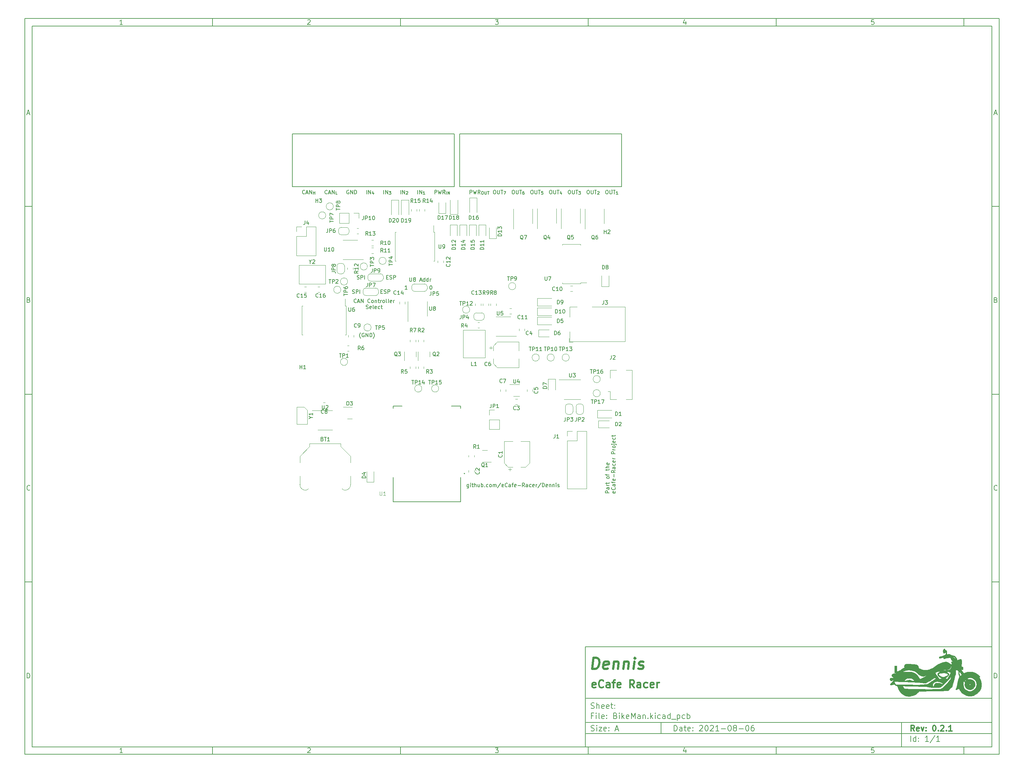
<source format=gbr>
%TF.GenerationSoftware,KiCad,Pcbnew,(5.99.0-11626-g43523df843)*%
%TF.CreationDate,2021-08-07T14:02:09-04:00*%
%TF.ProjectId,BikeMan,42696b65-4d61-46e2-9e6b-696361645f70,0.2.1*%
%TF.SameCoordinates,Original*%
%TF.FileFunction,Legend,Top*%
%TF.FilePolarity,Positive*%
%FSLAX46Y46*%
G04 Gerber Fmt 4.6, Leading zero omitted, Abs format (unit mm)*
G04 Created by KiCad (PCBNEW (5.99.0-11626-g43523df843)) date 2021-08-07 14:02:09*
%MOMM*%
%LPD*%
G01*
G04 APERTURE LIST*
%ADD10C,0.100000*%
%ADD11C,0.150000*%
%ADD12C,0.300000*%
%ADD13C,0.600000*%
%ADD14C,0.400000*%
%ADD15C,0.015000*%
%ADD16C,0.120000*%
%ADD17C,0.127000*%
%ADD18C,0.200000*%
G04 APERTURE END LIST*
D10*
D11*
X159225488Y-177289968D02*
X159225488Y-203900024D01*
X267400024Y-203900024D01*
X267400024Y-177289968D01*
X159225488Y-177289968D01*
D10*
D11*
X10000000Y-10000000D02*
X10000000Y-205900000D01*
X269400000Y-205900000D01*
X269400000Y-10000000D01*
X10000000Y-10000000D01*
D10*
D11*
X12000000Y-12000000D02*
X12000000Y-203900000D01*
X267400000Y-203900000D01*
X267400000Y-12000000D01*
X12000000Y-12000000D01*
D10*
D11*
X60000000Y-12000000D02*
X60000000Y-10000000D01*
D10*
D11*
X110000000Y-12000000D02*
X110000000Y-10000000D01*
D10*
D11*
X160000000Y-12000000D02*
X160000000Y-10000000D01*
D10*
D11*
X210000000Y-12000000D02*
X210000000Y-10000000D01*
D10*
D11*
X260000000Y-12000000D02*
X260000000Y-10000000D01*
D10*
D11*
X36065476Y-11588095D02*
X35322619Y-11588095D01*
X35694047Y-11588095D02*
X35694047Y-10288095D01*
X35570238Y-10473809D01*
X35446428Y-10597619D01*
X35322619Y-10659523D01*
D10*
D11*
X85322619Y-10411904D02*
X85384523Y-10350000D01*
X85508333Y-10288095D01*
X85817857Y-10288095D01*
X85941666Y-10350000D01*
X86003571Y-10411904D01*
X86065476Y-10535714D01*
X86065476Y-10659523D01*
X86003571Y-10845238D01*
X85260714Y-11588095D01*
X86065476Y-11588095D01*
D10*
D11*
X135260714Y-10288095D02*
X136065476Y-10288095D01*
X135632142Y-10783333D01*
X135817857Y-10783333D01*
X135941666Y-10845238D01*
X136003571Y-10907142D01*
X136065476Y-11030952D01*
X136065476Y-11340476D01*
X136003571Y-11464285D01*
X135941666Y-11526190D01*
X135817857Y-11588095D01*
X135446428Y-11588095D01*
X135322619Y-11526190D01*
X135260714Y-11464285D01*
D10*
D11*
X185941666Y-10721428D02*
X185941666Y-11588095D01*
X185632142Y-10226190D02*
X185322619Y-11154761D01*
X186127380Y-11154761D01*
D10*
D11*
X236003571Y-10288095D02*
X235384523Y-10288095D01*
X235322619Y-10907142D01*
X235384523Y-10845238D01*
X235508333Y-10783333D01*
X235817857Y-10783333D01*
X235941666Y-10845238D01*
X236003571Y-10907142D01*
X236065476Y-11030952D01*
X236065476Y-11340476D01*
X236003571Y-11464285D01*
X235941666Y-11526190D01*
X235817857Y-11588095D01*
X235508333Y-11588095D01*
X235384523Y-11526190D01*
X235322619Y-11464285D01*
D10*
D11*
X60000000Y-203900000D02*
X60000000Y-205900000D01*
D10*
D11*
X110000000Y-203900000D02*
X110000000Y-205900000D01*
D10*
D11*
X160000000Y-203900000D02*
X160000000Y-205900000D01*
D10*
D11*
X210000000Y-203900000D02*
X210000000Y-205900000D01*
D10*
D11*
X260000000Y-203900000D02*
X260000000Y-205900000D01*
D10*
D11*
X36065476Y-205488095D02*
X35322619Y-205488095D01*
X35694047Y-205488095D02*
X35694047Y-204188095D01*
X35570238Y-204373809D01*
X35446428Y-204497619D01*
X35322619Y-204559523D01*
D10*
D11*
X85322619Y-204311904D02*
X85384523Y-204250000D01*
X85508333Y-204188095D01*
X85817857Y-204188095D01*
X85941666Y-204250000D01*
X86003571Y-204311904D01*
X86065476Y-204435714D01*
X86065476Y-204559523D01*
X86003571Y-204745238D01*
X85260714Y-205488095D01*
X86065476Y-205488095D01*
D10*
D11*
X135260714Y-204188095D02*
X136065476Y-204188095D01*
X135632142Y-204683333D01*
X135817857Y-204683333D01*
X135941666Y-204745238D01*
X136003571Y-204807142D01*
X136065476Y-204930952D01*
X136065476Y-205240476D01*
X136003571Y-205364285D01*
X135941666Y-205426190D01*
X135817857Y-205488095D01*
X135446428Y-205488095D01*
X135322619Y-205426190D01*
X135260714Y-205364285D01*
D10*
D11*
X185941666Y-204621428D02*
X185941666Y-205488095D01*
X185632142Y-204126190D02*
X185322619Y-205054761D01*
X186127380Y-205054761D01*
D10*
D11*
X236003571Y-204188095D02*
X235384523Y-204188095D01*
X235322619Y-204807142D01*
X235384523Y-204745238D01*
X235508333Y-204683333D01*
X235817857Y-204683333D01*
X235941666Y-204745238D01*
X236003571Y-204807142D01*
X236065476Y-204930952D01*
X236065476Y-205240476D01*
X236003571Y-205364285D01*
X235941666Y-205426190D01*
X235817857Y-205488095D01*
X235508333Y-205488095D01*
X235384523Y-205426190D01*
X235322619Y-205364285D01*
D10*
D11*
X10000000Y-60000000D02*
X12000000Y-60000000D01*
D10*
D11*
X10000000Y-110000000D02*
X12000000Y-110000000D01*
D10*
D11*
X10000000Y-160000000D02*
X12000000Y-160000000D01*
D10*
D11*
X10690476Y-35216666D02*
X11309523Y-35216666D01*
X10566666Y-35588095D02*
X11000000Y-34288095D01*
X11433333Y-35588095D01*
D10*
D11*
X11092857Y-84907142D02*
X11278571Y-84969047D01*
X11340476Y-85030952D01*
X11402380Y-85154761D01*
X11402380Y-85340476D01*
X11340476Y-85464285D01*
X11278571Y-85526190D01*
X11154761Y-85588095D01*
X10659523Y-85588095D01*
X10659523Y-84288095D01*
X11092857Y-84288095D01*
X11216666Y-84350000D01*
X11278571Y-84411904D01*
X11340476Y-84535714D01*
X11340476Y-84659523D01*
X11278571Y-84783333D01*
X11216666Y-84845238D01*
X11092857Y-84907142D01*
X10659523Y-84907142D01*
D10*
D11*
X11402380Y-135464285D02*
X11340476Y-135526190D01*
X11154761Y-135588095D01*
X11030952Y-135588095D01*
X10845238Y-135526190D01*
X10721428Y-135402380D01*
X10659523Y-135278571D01*
X10597619Y-135030952D01*
X10597619Y-134845238D01*
X10659523Y-134597619D01*
X10721428Y-134473809D01*
X10845238Y-134350000D01*
X11030952Y-134288095D01*
X11154761Y-134288095D01*
X11340476Y-134350000D01*
X11402380Y-134411904D01*
D10*
D11*
X10659523Y-185588095D02*
X10659523Y-184288095D01*
X10969047Y-184288095D01*
X11154761Y-184350000D01*
X11278571Y-184473809D01*
X11340476Y-184597619D01*
X11402380Y-184845238D01*
X11402380Y-185030952D01*
X11340476Y-185278571D01*
X11278571Y-185402380D01*
X11154761Y-185526190D01*
X10969047Y-185588095D01*
X10659523Y-185588095D01*
D10*
D11*
X269400000Y-60000000D02*
X267400000Y-60000000D01*
D10*
D11*
X269400000Y-110000000D02*
X267400000Y-110000000D01*
D10*
D11*
X269400000Y-160000000D02*
X267400000Y-160000000D01*
D10*
D11*
X268090476Y-35216666D02*
X268709523Y-35216666D01*
X267966666Y-35588095D02*
X268400000Y-34288095D01*
X268833333Y-35588095D01*
D10*
D11*
X268492857Y-84907142D02*
X268678571Y-84969047D01*
X268740476Y-85030952D01*
X268802380Y-85154761D01*
X268802380Y-85340476D01*
X268740476Y-85464285D01*
X268678571Y-85526190D01*
X268554761Y-85588095D01*
X268059523Y-85588095D01*
X268059523Y-84288095D01*
X268492857Y-84288095D01*
X268616666Y-84350000D01*
X268678571Y-84411904D01*
X268740476Y-84535714D01*
X268740476Y-84659523D01*
X268678571Y-84783333D01*
X268616666Y-84845238D01*
X268492857Y-84907142D01*
X268059523Y-84907142D01*
D10*
D11*
X268802380Y-135464285D02*
X268740476Y-135526190D01*
X268554761Y-135588095D01*
X268430952Y-135588095D01*
X268245238Y-135526190D01*
X268121428Y-135402380D01*
X268059523Y-135278571D01*
X267997619Y-135030952D01*
X267997619Y-134845238D01*
X268059523Y-134597619D01*
X268121428Y-134473809D01*
X268245238Y-134350000D01*
X268430952Y-134288095D01*
X268554761Y-134288095D01*
X268740476Y-134350000D01*
X268802380Y-134411904D01*
D10*
D11*
X268059523Y-185588095D02*
X268059523Y-184288095D01*
X268369047Y-184288095D01*
X268554761Y-184350000D01*
X268678571Y-184473809D01*
X268740476Y-184597619D01*
X268802380Y-184845238D01*
X268802380Y-185030952D01*
X268740476Y-185278571D01*
X268678571Y-185402380D01*
X268554761Y-185526190D01*
X268369047Y-185588095D01*
X268059523Y-185588095D01*
D10*
D11*
X182832142Y-199678571D02*
X182832142Y-198178571D01*
X183189285Y-198178571D01*
X183403571Y-198250000D01*
X183546428Y-198392857D01*
X183617857Y-198535714D01*
X183689285Y-198821428D01*
X183689285Y-199035714D01*
X183617857Y-199321428D01*
X183546428Y-199464285D01*
X183403571Y-199607142D01*
X183189285Y-199678571D01*
X182832142Y-199678571D01*
X184975000Y-199678571D02*
X184975000Y-198892857D01*
X184903571Y-198750000D01*
X184760714Y-198678571D01*
X184475000Y-198678571D01*
X184332142Y-198750000D01*
X184975000Y-199607142D02*
X184832142Y-199678571D01*
X184475000Y-199678571D01*
X184332142Y-199607142D01*
X184260714Y-199464285D01*
X184260714Y-199321428D01*
X184332142Y-199178571D01*
X184475000Y-199107142D01*
X184832142Y-199107142D01*
X184975000Y-199035714D01*
X185475000Y-198678571D02*
X186046428Y-198678571D01*
X185689285Y-198178571D02*
X185689285Y-199464285D01*
X185760714Y-199607142D01*
X185903571Y-199678571D01*
X186046428Y-199678571D01*
X187117857Y-199607142D02*
X186975000Y-199678571D01*
X186689285Y-199678571D01*
X186546428Y-199607142D01*
X186475000Y-199464285D01*
X186475000Y-198892857D01*
X186546428Y-198750000D01*
X186689285Y-198678571D01*
X186975000Y-198678571D01*
X187117857Y-198750000D01*
X187189285Y-198892857D01*
X187189285Y-199035714D01*
X186475000Y-199178571D01*
X187832142Y-199535714D02*
X187903571Y-199607142D01*
X187832142Y-199678571D01*
X187760714Y-199607142D01*
X187832142Y-199535714D01*
X187832142Y-199678571D01*
X187832142Y-198750000D02*
X187903571Y-198821428D01*
X187832142Y-198892857D01*
X187760714Y-198821428D01*
X187832142Y-198750000D01*
X187832142Y-198892857D01*
X189617857Y-198321428D02*
X189689285Y-198250000D01*
X189832142Y-198178571D01*
X190189285Y-198178571D01*
X190332142Y-198250000D01*
X190403571Y-198321428D01*
X190475000Y-198464285D01*
X190475000Y-198607142D01*
X190403571Y-198821428D01*
X189546428Y-199678571D01*
X190475000Y-199678571D01*
X191403571Y-198178571D02*
X191546428Y-198178571D01*
X191689285Y-198250000D01*
X191760714Y-198321428D01*
X191832142Y-198464285D01*
X191903571Y-198750000D01*
X191903571Y-199107142D01*
X191832142Y-199392857D01*
X191760714Y-199535714D01*
X191689285Y-199607142D01*
X191546428Y-199678571D01*
X191403571Y-199678571D01*
X191260714Y-199607142D01*
X191189285Y-199535714D01*
X191117857Y-199392857D01*
X191046428Y-199107142D01*
X191046428Y-198750000D01*
X191117857Y-198464285D01*
X191189285Y-198321428D01*
X191260714Y-198250000D01*
X191403571Y-198178571D01*
X192475000Y-198321428D02*
X192546428Y-198250000D01*
X192689285Y-198178571D01*
X193046428Y-198178571D01*
X193189285Y-198250000D01*
X193260714Y-198321428D01*
X193332142Y-198464285D01*
X193332142Y-198607142D01*
X193260714Y-198821428D01*
X192403571Y-199678571D01*
X193332142Y-199678571D01*
X194760714Y-199678571D02*
X193903571Y-199678571D01*
X194332142Y-199678571D02*
X194332142Y-198178571D01*
X194189285Y-198392857D01*
X194046428Y-198535714D01*
X193903571Y-198607142D01*
X195403571Y-199107142D02*
X196546428Y-199107142D01*
X197546428Y-198178571D02*
X197689285Y-198178571D01*
X197832142Y-198250000D01*
X197903571Y-198321428D01*
X197975000Y-198464285D01*
X198046428Y-198750000D01*
X198046428Y-199107142D01*
X197975000Y-199392857D01*
X197903571Y-199535714D01*
X197832142Y-199607142D01*
X197689285Y-199678571D01*
X197546428Y-199678571D01*
X197403571Y-199607142D01*
X197332142Y-199535714D01*
X197260714Y-199392857D01*
X197189285Y-199107142D01*
X197189285Y-198750000D01*
X197260714Y-198464285D01*
X197332142Y-198321428D01*
X197403571Y-198250000D01*
X197546428Y-198178571D01*
X198903571Y-198821428D02*
X198760714Y-198750000D01*
X198689285Y-198678571D01*
X198617857Y-198535714D01*
X198617857Y-198464285D01*
X198689285Y-198321428D01*
X198760714Y-198250000D01*
X198903571Y-198178571D01*
X199189285Y-198178571D01*
X199332142Y-198250000D01*
X199403571Y-198321428D01*
X199475000Y-198464285D01*
X199475000Y-198535714D01*
X199403571Y-198678571D01*
X199332142Y-198750000D01*
X199189285Y-198821428D01*
X198903571Y-198821428D01*
X198760714Y-198892857D01*
X198689285Y-198964285D01*
X198617857Y-199107142D01*
X198617857Y-199392857D01*
X198689285Y-199535714D01*
X198760714Y-199607142D01*
X198903571Y-199678571D01*
X199189285Y-199678571D01*
X199332142Y-199607142D01*
X199403571Y-199535714D01*
X199475000Y-199392857D01*
X199475000Y-199107142D01*
X199403571Y-198964285D01*
X199332142Y-198892857D01*
X199189285Y-198821428D01*
X200117857Y-199107142D02*
X201260714Y-199107142D01*
X202260714Y-198178571D02*
X202403571Y-198178571D01*
X202546428Y-198250000D01*
X202617857Y-198321428D01*
X202689285Y-198464285D01*
X202760714Y-198750000D01*
X202760714Y-199107142D01*
X202689285Y-199392857D01*
X202617857Y-199535714D01*
X202546428Y-199607142D01*
X202403571Y-199678571D01*
X202260714Y-199678571D01*
X202117857Y-199607142D01*
X202046428Y-199535714D01*
X201975000Y-199392857D01*
X201903571Y-199107142D01*
X201903571Y-198750000D01*
X201975000Y-198464285D01*
X202046428Y-198321428D01*
X202117857Y-198250000D01*
X202260714Y-198178571D01*
X204046428Y-198178571D02*
X203760714Y-198178571D01*
X203617857Y-198250000D01*
X203546428Y-198321428D01*
X203403571Y-198535714D01*
X203332142Y-198821428D01*
X203332142Y-199392857D01*
X203403571Y-199535714D01*
X203475000Y-199607142D01*
X203617857Y-199678571D01*
X203903571Y-199678571D01*
X204046428Y-199607142D01*
X204117857Y-199535714D01*
X204189285Y-199392857D01*
X204189285Y-199035714D01*
X204117857Y-198892857D01*
X204046428Y-198821428D01*
X203903571Y-198750000D01*
X203617857Y-198750000D01*
X203475000Y-198821428D01*
X203403571Y-198892857D01*
X203332142Y-199035714D01*
D10*
D11*
X159400000Y-200400000D02*
X267400000Y-200400000D01*
D10*
D11*
X159400000Y-197400000D02*
X267400000Y-197400000D01*
D10*
D12*
X246809285Y-199678571D02*
X246309285Y-198964285D01*
X245952142Y-199678571D02*
X245952142Y-198178571D01*
X246523571Y-198178571D01*
X246666428Y-198250000D01*
X246737857Y-198321428D01*
X246809285Y-198464285D01*
X246809285Y-198678571D01*
X246737857Y-198821428D01*
X246666428Y-198892857D01*
X246523571Y-198964285D01*
X245952142Y-198964285D01*
X248023571Y-199607142D02*
X247880714Y-199678571D01*
X247595000Y-199678571D01*
X247452142Y-199607142D01*
X247380714Y-199464285D01*
X247380714Y-198892857D01*
X247452142Y-198750000D01*
X247595000Y-198678571D01*
X247880714Y-198678571D01*
X248023571Y-198750000D01*
X248095000Y-198892857D01*
X248095000Y-199035714D01*
X247380714Y-199178571D01*
X248595000Y-198678571D02*
X248952142Y-199678571D01*
X249309285Y-198678571D01*
X249880714Y-199535714D02*
X249952142Y-199607142D01*
X249880714Y-199678571D01*
X249809285Y-199607142D01*
X249880714Y-199535714D01*
X249880714Y-199678571D01*
X249880714Y-198750000D02*
X249952142Y-198821428D01*
X249880714Y-198892857D01*
X249809285Y-198821428D01*
X249880714Y-198750000D01*
X249880714Y-198892857D01*
X252023571Y-198178571D02*
X252166428Y-198178571D01*
X252309285Y-198250000D01*
X252380714Y-198321428D01*
X252452142Y-198464285D01*
X252523571Y-198750000D01*
X252523571Y-199107142D01*
X252452142Y-199392857D01*
X252380714Y-199535714D01*
X252309285Y-199607142D01*
X252166428Y-199678571D01*
X252023571Y-199678571D01*
X251880714Y-199607142D01*
X251809285Y-199535714D01*
X251737857Y-199392857D01*
X251666428Y-199107142D01*
X251666428Y-198750000D01*
X251737857Y-198464285D01*
X251809285Y-198321428D01*
X251880714Y-198250000D01*
X252023571Y-198178571D01*
X253166428Y-199535714D02*
X253237857Y-199607142D01*
X253166428Y-199678571D01*
X253095000Y-199607142D01*
X253166428Y-199535714D01*
X253166428Y-199678571D01*
X253809285Y-198321428D02*
X253880714Y-198250000D01*
X254023571Y-198178571D01*
X254380714Y-198178571D01*
X254523571Y-198250000D01*
X254595000Y-198321428D01*
X254666428Y-198464285D01*
X254666428Y-198607142D01*
X254595000Y-198821428D01*
X253737857Y-199678571D01*
X254666428Y-199678571D01*
X255309285Y-199535714D02*
X255380714Y-199607142D01*
X255309285Y-199678571D01*
X255237857Y-199607142D01*
X255309285Y-199535714D01*
X255309285Y-199678571D01*
X256809285Y-199678571D02*
X255952142Y-199678571D01*
X256380714Y-199678571D02*
X256380714Y-198178571D01*
X256237857Y-198392857D01*
X256095000Y-198535714D01*
X255952142Y-198607142D01*
D10*
D11*
X160760714Y-199607142D02*
X160975000Y-199678571D01*
X161332142Y-199678571D01*
X161475000Y-199607142D01*
X161546428Y-199535714D01*
X161617857Y-199392857D01*
X161617857Y-199250000D01*
X161546428Y-199107142D01*
X161475000Y-199035714D01*
X161332142Y-198964285D01*
X161046428Y-198892857D01*
X160903571Y-198821428D01*
X160832142Y-198750000D01*
X160760714Y-198607142D01*
X160760714Y-198464285D01*
X160832142Y-198321428D01*
X160903571Y-198250000D01*
X161046428Y-198178571D01*
X161403571Y-198178571D01*
X161617857Y-198250000D01*
X162260714Y-199678571D02*
X162260714Y-198678571D01*
X162260714Y-198178571D02*
X162189285Y-198250000D01*
X162260714Y-198321428D01*
X162332142Y-198250000D01*
X162260714Y-198178571D01*
X162260714Y-198321428D01*
X162832142Y-198678571D02*
X163617857Y-198678571D01*
X162832142Y-199678571D01*
X163617857Y-199678571D01*
X164760714Y-199607142D02*
X164617857Y-199678571D01*
X164332142Y-199678571D01*
X164189285Y-199607142D01*
X164117857Y-199464285D01*
X164117857Y-198892857D01*
X164189285Y-198750000D01*
X164332142Y-198678571D01*
X164617857Y-198678571D01*
X164760714Y-198750000D01*
X164832142Y-198892857D01*
X164832142Y-199035714D01*
X164117857Y-199178571D01*
X165475000Y-199535714D02*
X165546428Y-199607142D01*
X165475000Y-199678571D01*
X165403571Y-199607142D01*
X165475000Y-199535714D01*
X165475000Y-199678571D01*
X165475000Y-198750000D02*
X165546428Y-198821428D01*
X165475000Y-198892857D01*
X165403571Y-198821428D01*
X165475000Y-198750000D01*
X165475000Y-198892857D01*
X167260714Y-199250000D02*
X167975000Y-199250000D01*
X167117857Y-199678571D02*
X167617857Y-198178571D01*
X168117857Y-199678571D01*
D10*
D11*
X245832142Y-202478571D02*
X245832142Y-200978571D01*
X247189285Y-202478571D02*
X247189285Y-200978571D01*
X247189285Y-202407142D02*
X247046428Y-202478571D01*
X246760714Y-202478571D01*
X246617857Y-202407142D01*
X246546428Y-202335714D01*
X246475000Y-202192857D01*
X246475000Y-201764285D01*
X246546428Y-201621428D01*
X246617857Y-201550000D01*
X246760714Y-201478571D01*
X247046428Y-201478571D01*
X247189285Y-201550000D01*
X247903571Y-202335714D02*
X247975000Y-202407142D01*
X247903571Y-202478571D01*
X247832142Y-202407142D01*
X247903571Y-202335714D01*
X247903571Y-202478571D01*
X247903571Y-201550000D02*
X247975000Y-201621428D01*
X247903571Y-201692857D01*
X247832142Y-201621428D01*
X247903571Y-201550000D01*
X247903571Y-201692857D01*
X250546428Y-202478571D02*
X249689285Y-202478571D01*
X250117857Y-202478571D02*
X250117857Y-200978571D01*
X249975000Y-201192857D01*
X249832142Y-201335714D01*
X249689285Y-201407142D01*
X252260714Y-200907142D02*
X250975000Y-202835714D01*
X253546428Y-202478571D02*
X252689285Y-202478571D01*
X253117857Y-202478571D02*
X253117857Y-200978571D01*
X252975000Y-201192857D01*
X252832142Y-201335714D01*
X252689285Y-201407142D01*
D10*
D13*
X161005998Y-183137830D02*
X161380998Y-180137830D01*
X162095284Y-180137830D01*
X162505998Y-180280688D01*
X162755998Y-180566402D01*
X162863141Y-180852116D01*
X162934570Y-181423545D01*
X162880998Y-181852116D01*
X162666713Y-182423545D01*
X162488141Y-182709259D01*
X162166713Y-182994973D01*
X161720284Y-183137830D01*
X161005998Y-183137830D01*
X165166713Y-182994973D02*
X164863141Y-183137830D01*
X164291713Y-183137830D01*
X164023856Y-182994973D01*
X163916713Y-182709259D01*
X164059570Y-181566402D01*
X164238141Y-181280688D01*
X164541713Y-181137830D01*
X165113141Y-181137830D01*
X165380998Y-181280688D01*
X165488141Y-181566402D01*
X165452427Y-181852116D01*
X163988141Y-182137830D01*
X166827427Y-181137830D02*
X166577427Y-183137830D01*
X166791713Y-181423545D02*
X166952427Y-181280688D01*
X167255998Y-181137830D01*
X167684570Y-181137830D01*
X167952427Y-181280688D01*
X168059570Y-181566402D01*
X167863141Y-183137830D01*
X169541713Y-181137830D02*
X169291713Y-183137830D01*
X169505998Y-181423545D02*
X169666713Y-181280688D01*
X169970284Y-181137830D01*
X170398856Y-181137830D01*
X170666713Y-181280688D01*
X170773856Y-181566402D01*
X170577427Y-183137830D01*
X172005998Y-183137830D02*
X172255998Y-181137830D01*
X172380998Y-180137830D02*
X172220284Y-180280688D01*
X172345284Y-180423545D01*
X172505998Y-180280688D01*
X172380998Y-180137830D01*
X172345284Y-180423545D01*
X173309570Y-182994973D02*
X173577427Y-183137830D01*
X174148856Y-183137830D01*
X174452427Y-182994973D01*
X174630998Y-182709259D01*
X174648856Y-182566402D01*
X174541713Y-182280688D01*
X174273856Y-182137830D01*
X173845284Y-182137830D01*
X173577427Y-181994973D01*
X173470284Y-181709259D01*
X173488141Y-181566402D01*
X173666713Y-181280688D01*
X173970284Y-181137830D01*
X174398856Y-181137830D01*
X174666713Y-181280688D01*
D10*
D11*
X161332126Y-195622209D02*
X160832126Y-195622209D01*
X160832126Y-196407923D02*
X160832126Y-194907923D01*
X161546412Y-194907923D01*
X162117841Y-196407923D02*
X162117841Y-195407923D01*
X162117841Y-194907923D02*
X162046412Y-194979352D01*
X162117841Y-195050780D01*
X162189269Y-194979352D01*
X162117841Y-194907923D01*
X162117841Y-195050780D01*
X163046412Y-196407923D02*
X162903555Y-196336494D01*
X162832126Y-196193637D01*
X162832126Y-194907923D01*
X164189269Y-196336494D02*
X164046412Y-196407923D01*
X163760698Y-196407923D01*
X163617841Y-196336494D01*
X163546412Y-196193637D01*
X163546412Y-195622209D01*
X163617841Y-195479352D01*
X163760698Y-195407923D01*
X164046412Y-195407923D01*
X164189269Y-195479352D01*
X164260698Y-195622209D01*
X164260698Y-195765066D01*
X163546412Y-195907923D01*
X164903555Y-196265066D02*
X164974984Y-196336494D01*
X164903555Y-196407923D01*
X164832126Y-196336494D01*
X164903555Y-196265066D01*
X164903555Y-196407923D01*
X164903555Y-195479352D02*
X164974984Y-195550780D01*
X164903555Y-195622209D01*
X164832126Y-195550780D01*
X164903555Y-195479352D01*
X164903555Y-195622209D01*
X167260698Y-195622209D02*
X167474984Y-195693637D01*
X167546412Y-195765066D01*
X167617841Y-195907923D01*
X167617841Y-196122209D01*
X167546412Y-196265066D01*
X167474984Y-196336494D01*
X167332126Y-196407923D01*
X166760698Y-196407923D01*
X166760698Y-194907923D01*
X167260698Y-194907923D01*
X167403555Y-194979352D01*
X167474984Y-195050780D01*
X167546412Y-195193637D01*
X167546412Y-195336494D01*
X167474984Y-195479352D01*
X167403555Y-195550780D01*
X167260698Y-195622209D01*
X166760698Y-195622209D01*
X168260698Y-196407923D02*
X168260698Y-195407923D01*
X168260698Y-194907923D02*
X168189269Y-194979352D01*
X168260698Y-195050780D01*
X168332126Y-194979352D01*
X168260698Y-194907923D01*
X168260698Y-195050780D01*
X168974984Y-196407923D02*
X168974984Y-194907923D01*
X169117841Y-195836494D02*
X169546412Y-196407923D01*
X169546412Y-195407923D02*
X168974984Y-195979352D01*
X170760698Y-196336494D02*
X170617841Y-196407923D01*
X170332126Y-196407923D01*
X170189269Y-196336494D01*
X170117841Y-196193637D01*
X170117841Y-195622209D01*
X170189269Y-195479352D01*
X170332126Y-195407923D01*
X170617841Y-195407923D01*
X170760698Y-195479352D01*
X170832126Y-195622209D01*
X170832126Y-195765066D01*
X170117841Y-195907923D01*
X171474984Y-196407923D02*
X171474984Y-194907923D01*
X171974984Y-195979352D01*
X172474984Y-194907923D01*
X172474984Y-196407923D01*
X173832126Y-196407923D02*
X173832126Y-195622209D01*
X173760698Y-195479352D01*
X173617841Y-195407923D01*
X173332126Y-195407923D01*
X173189269Y-195479352D01*
X173832126Y-196336494D02*
X173689269Y-196407923D01*
X173332126Y-196407923D01*
X173189269Y-196336494D01*
X173117841Y-196193637D01*
X173117841Y-196050780D01*
X173189269Y-195907923D01*
X173332126Y-195836494D01*
X173689269Y-195836494D01*
X173832126Y-195765066D01*
X174546412Y-195407923D02*
X174546412Y-196407923D01*
X174546412Y-195550780D02*
X174617841Y-195479352D01*
X174760698Y-195407923D01*
X174974984Y-195407923D01*
X175117841Y-195479352D01*
X175189269Y-195622209D01*
X175189269Y-196407923D01*
X175903555Y-196265066D02*
X175974984Y-196336494D01*
X175903555Y-196407923D01*
X175832126Y-196336494D01*
X175903555Y-196265066D01*
X175903555Y-196407923D01*
X176617841Y-196407923D02*
X176617841Y-194907923D01*
X176760698Y-195836494D02*
X177189269Y-196407923D01*
X177189269Y-195407923D02*
X176617841Y-195979352D01*
X177832126Y-196407923D02*
X177832126Y-195407923D01*
X177832126Y-194907923D02*
X177760698Y-194979352D01*
X177832126Y-195050780D01*
X177903555Y-194979352D01*
X177832126Y-194907923D01*
X177832126Y-195050780D01*
X179189269Y-196336494D02*
X179046412Y-196407923D01*
X178760698Y-196407923D01*
X178617841Y-196336494D01*
X178546412Y-196265066D01*
X178474984Y-196122209D01*
X178474984Y-195693637D01*
X178546412Y-195550780D01*
X178617841Y-195479352D01*
X178760698Y-195407923D01*
X179046412Y-195407923D01*
X179189269Y-195479352D01*
X180474984Y-196407923D02*
X180474984Y-195622209D01*
X180403555Y-195479352D01*
X180260698Y-195407923D01*
X179974984Y-195407923D01*
X179832126Y-195479352D01*
X180474984Y-196336494D02*
X180332126Y-196407923D01*
X179974984Y-196407923D01*
X179832126Y-196336494D01*
X179760698Y-196193637D01*
X179760698Y-196050780D01*
X179832126Y-195907923D01*
X179974984Y-195836494D01*
X180332126Y-195836494D01*
X180474984Y-195765066D01*
X181832126Y-196407923D02*
X181832126Y-194907923D01*
X181832126Y-196336494D02*
X181689269Y-196407923D01*
X181403555Y-196407923D01*
X181260698Y-196336494D01*
X181189269Y-196265066D01*
X181117841Y-196122209D01*
X181117841Y-195693637D01*
X181189269Y-195550780D01*
X181260698Y-195479352D01*
X181403555Y-195407923D01*
X181689269Y-195407923D01*
X181832126Y-195479352D01*
X182189269Y-196550780D02*
X183332126Y-196550780D01*
X183689269Y-195407923D02*
X183689269Y-196907923D01*
X183689269Y-195479352D02*
X183832126Y-195407923D01*
X184117841Y-195407923D01*
X184260698Y-195479352D01*
X184332126Y-195550780D01*
X184403555Y-195693637D01*
X184403555Y-196122209D01*
X184332126Y-196265066D01*
X184260698Y-196336494D01*
X184117841Y-196407923D01*
X183832126Y-196407923D01*
X183689269Y-196336494D01*
X185689269Y-196336494D02*
X185546412Y-196407923D01*
X185260698Y-196407923D01*
X185117841Y-196336494D01*
X185046412Y-196265066D01*
X184974984Y-196122209D01*
X184974984Y-195693637D01*
X185046412Y-195550780D01*
X185117841Y-195479352D01*
X185260698Y-195407923D01*
X185546412Y-195407923D01*
X185689269Y-195479352D01*
X186332126Y-196407923D02*
X186332126Y-194907923D01*
X186332126Y-195479352D02*
X186474984Y-195407923D01*
X186760698Y-195407923D01*
X186903555Y-195479352D01*
X186974984Y-195550780D01*
X187046412Y-195693637D01*
X187046412Y-196122209D01*
X186974984Y-196265066D01*
X186903555Y-196336494D01*
X186760698Y-196407923D01*
X186474984Y-196407923D01*
X186332126Y-196336494D01*
D10*
D11*
X159400240Y-191013080D02*
X267400240Y-191013080D01*
D10*
D11*
X160760698Y-193635966D02*
X160974984Y-193707395D01*
X161332126Y-193707395D01*
X161474984Y-193635966D01*
X161546412Y-193564538D01*
X161617841Y-193421681D01*
X161617841Y-193278824D01*
X161546412Y-193135966D01*
X161474984Y-193064538D01*
X161332126Y-192993109D01*
X161046412Y-192921681D01*
X160903555Y-192850252D01*
X160832126Y-192778824D01*
X160760698Y-192635966D01*
X160760698Y-192493109D01*
X160832126Y-192350252D01*
X160903555Y-192278824D01*
X161046412Y-192207395D01*
X161403555Y-192207395D01*
X161617841Y-192278824D01*
X162260698Y-193707395D02*
X162260698Y-192207395D01*
X162903555Y-193707395D02*
X162903555Y-192921681D01*
X162832126Y-192778824D01*
X162689269Y-192707395D01*
X162474984Y-192707395D01*
X162332126Y-192778824D01*
X162260698Y-192850252D01*
X164189269Y-193635966D02*
X164046412Y-193707395D01*
X163760698Y-193707395D01*
X163617841Y-193635966D01*
X163546412Y-193493109D01*
X163546412Y-192921681D01*
X163617841Y-192778824D01*
X163760698Y-192707395D01*
X164046412Y-192707395D01*
X164189269Y-192778824D01*
X164260698Y-192921681D01*
X164260698Y-193064538D01*
X163546412Y-193207395D01*
X165474984Y-193635966D02*
X165332126Y-193707395D01*
X165046412Y-193707395D01*
X164903555Y-193635966D01*
X164832126Y-193493109D01*
X164832126Y-192921681D01*
X164903555Y-192778824D01*
X165046412Y-192707395D01*
X165332126Y-192707395D01*
X165474984Y-192778824D01*
X165546412Y-192921681D01*
X165546412Y-193064538D01*
X164832126Y-193207395D01*
X165974984Y-192707395D02*
X166546412Y-192707395D01*
X166189269Y-192207395D02*
X166189269Y-193493109D01*
X166260698Y-193635966D01*
X166403555Y-193707395D01*
X166546412Y-193707395D01*
X167046412Y-193564538D02*
X167117841Y-193635966D01*
X167046412Y-193707395D01*
X166974984Y-193635966D01*
X167046412Y-193564538D01*
X167046412Y-193707395D01*
X167046412Y-192778824D02*
X167117841Y-192850252D01*
X167046412Y-192921681D01*
X166974984Y-192850252D01*
X167046412Y-192778824D01*
X167046412Y-192921681D01*
D10*
D14*
X161898079Y-187999395D02*
X161707603Y-188094633D01*
X161326650Y-188094633D01*
X161136174Y-187999395D01*
X161040936Y-187808919D01*
X161040936Y-187047014D01*
X161136174Y-186856538D01*
X161326650Y-186761300D01*
X161707603Y-186761300D01*
X161898079Y-186856538D01*
X161993317Y-187047014D01*
X161993317Y-187237491D01*
X161040936Y-187427967D01*
X163993317Y-187904157D02*
X163898079Y-187999395D01*
X163612364Y-188094633D01*
X163421888Y-188094633D01*
X163136174Y-187999395D01*
X162945698Y-187808919D01*
X162850460Y-187618443D01*
X162755222Y-187237491D01*
X162755222Y-186951776D01*
X162850460Y-186570824D01*
X162945698Y-186380348D01*
X163136174Y-186189872D01*
X163421888Y-186094633D01*
X163612364Y-186094633D01*
X163898079Y-186189872D01*
X163993317Y-186285110D01*
X165707603Y-188094633D02*
X165707603Y-187047014D01*
X165612364Y-186856538D01*
X165421888Y-186761300D01*
X165040936Y-186761300D01*
X164850460Y-186856538D01*
X165707603Y-187999395D02*
X165517126Y-188094633D01*
X165040936Y-188094633D01*
X164850460Y-187999395D01*
X164755222Y-187808919D01*
X164755222Y-187618443D01*
X164850460Y-187427967D01*
X165040936Y-187332729D01*
X165517126Y-187332729D01*
X165707603Y-187237491D01*
X166374269Y-186761300D02*
X167136174Y-186761300D01*
X166659984Y-188094633D02*
X166659984Y-186380348D01*
X166755222Y-186189872D01*
X166945698Y-186094633D01*
X167136174Y-186094633D01*
X168564745Y-187999395D02*
X168374269Y-188094633D01*
X167993317Y-188094633D01*
X167802841Y-187999395D01*
X167707603Y-187808919D01*
X167707603Y-187047014D01*
X167802841Y-186856538D01*
X167993317Y-186761300D01*
X168374269Y-186761300D01*
X168564745Y-186856538D01*
X168659984Y-187047014D01*
X168659984Y-187237491D01*
X167707603Y-187427967D01*
X172183793Y-188094633D02*
X171517126Y-187142252D01*
X171040936Y-188094633D02*
X171040936Y-186094633D01*
X171802841Y-186094633D01*
X171993317Y-186189872D01*
X172088555Y-186285110D01*
X172183793Y-186475586D01*
X172183793Y-186761300D01*
X172088555Y-186951776D01*
X171993317Y-187047014D01*
X171802841Y-187142252D01*
X171040936Y-187142252D01*
X173898079Y-188094633D02*
X173898079Y-187047014D01*
X173802841Y-186856538D01*
X173612364Y-186761300D01*
X173231412Y-186761300D01*
X173040936Y-186856538D01*
X173898079Y-187999395D02*
X173707603Y-188094633D01*
X173231412Y-188094633D01*
X173040936Y-187999395D01*
X172945698Y-187808919D01*
X172945698Y-187618443D01*
X173040936Y-187427967D01*
X173231412Y-187332729D01*
X173707603Y-187332729D01*
X173898079Y-187237491D01*
X175707603Y-187999395D02*
X175517126Y-188094633D01*
X175136174Y-188094633D01*
X174945698Y-187999395D01*
X174850460Y-187904157D01*
X174755222Y-187713681D01*
X174755222Y-187142252D01*
X174850460Y-186951776D01*
X174945698Y-186856538D01*
X175136174Y-186761300D01*
X175517126Y-186761300D01*
X175707603Y-186856538D01*
X177326650Y-187999395D02*
X177136174Y-188094633D01*
X176755222Y-188094633D01*
X176564745Y-187999395D01*
X176469507Y-187808919D01*
X176469507Y-187047014D01*
X176564745Y-186856538D01*
X176755222Y-186761300D01*
X177136174Y-186761300D01*
X177326650Y-186856538D01*
X177421888Y-187047014D01*
X177421888Y-187237491D01*
X176469507Y-187427967D01*
X178279031Y-188094633D02*
X178279031Y-186761300D01*
X178279031Y-187142252D02*
X178374269Y-186951776D01*
X178469507Y-186856538D01*
X178659984Y-186761300D01*
X178850460Y-186761300D01*
D10*
D11*
D10*
D11*
X179400000Y-197400000D02*
X179400000Y-200400000D01*
D10*
D11*
X243400000Y-197400000D02*
X243400000Y-203900000D01*
D10*
G36*
X254871287Y-177823007D02*
G01*
X254915287Y-177937007D01*
X255031287Y-178139007D01*
X255160287Y-178202007D01*
X255293287Y-178245007D01*
X255373287Y-178389007D01*
X255409287Y-178661007D01*
X255415287Y-178886007D01*
X255421287Y-179147007D01*
X255466287Y-179268007D01*
X255589287Y-179282007D01*
X255830287Y-179219007D01*
X255838287Y-179217007D01*
X256053287Y-179172007D01*
X256184287Y-179209007D01*
X256267287Y-179291007D01*
X256430287Y-179405007D01*
X256681288Y-179495007D01*
X256775288Y-179515007D01*
X257319287Y-179663007D01*
X257722288Y-179905007D01*
X257984288Y-180240007D01*
X258093287Y-180586007D01*
X258143287Y-180895007D01*
X258411287Y-180737007D01*
X258682287Y-180619007D01*
X258963287Y-180555007D01*
X258967288Y-180555007D01*
X259172287Y-180558007D01*
X259275288Y-180636007D01*
X259316288Y-180742007D01*
X259365287Y-181033007D01*
X259383288Y-181411007D01*
X259371288Y-181796007D01*
X259329287Y-182109007D01*
X259318288Y-182152007D01*
X259293287Y-182412007D01*
X259397287Y-182564007D01*
X259580288Y-182605007D01*
X259677287Y-182636007D01*
X259722288Y-182758007D01*
X259733287Y-182986007D01*
X259720287Y-183227007D01*
X259671287Y-183340007D01*
X259580288Y-183367007D01*
X259392287Y-183313007D01*
X259326287Y-183265007D01*
X259235287Y-183193007D01*
X259235287Y-183246007D01*
X259320287Y-183410007D01*
X259484288Y-183671007D01*
X259566288Y-183795007D01*
X259737287Y-184041007D01*
X259868287Y-184220007D01*
X259934287Y-184297007D01*
X259937287Y-184298007D01*
X260023287Y-184266007D01*
X260214287Y-184184007D01*
X260378288Y-184110007D01*
X260636287Y-184011007D01*
X260908287Y-183953007D01*
X261251288Y-183928007D01*
X261553287Y-183925007D01*
X262220287Y-183971007D01*
X262782288Y-184113007D01*
X263283287Y-184366007D01*
X263754287Y-184736007D01*
X264030287Y-185000007D01*
X264178287Y-185175007D01*
X264205288Y-185275007D01*
X264121288Y-185313007D01*
X264087288Y-185314007D01*
X264012287Y-185335007D01*
X264044288Y-185422007D01*
X264126288Y-185533007D01*
X264374287Y-185962007D01*
X264548287Y-186495007D01*
X264639287Y-187080007D01*
X264640288Y-187664007D01*
X264545287Y-188196007D01*
X264518287Y-188278007D01*
X264209287Y-188911007D01*
X263766287Y-189464007D01*
X263215288Y-189913007D01*
X262582287Y-190231007D01*
X262459287Y-190273007D01*
X261830288Y-190390007D01*
X261179288Y-190360007D01*
X260539288Y-190197007D01*
X259941288Y-189914007D01*
X259418287Y-189523007D01*
X259002287Y-189038007D01*
X258877287Y-188828007D01*
X258751288Y-188611007D01*
X258652288Y-188473007D01*
X258618287Y-188447007D01*
X258513288Y-188478007D01*
X258309287Y-188556007D01*
X258173287Y-188613007D01*
X257944287Y-188700007D01*
X257819287Y-188706007D01*
X257792287Y-188614007D01*
X257858287Y-188407007D01*
X257996288Y-188095007D01*
X258139287Y-187699007D01*
X258206287Y-187319007D01*
X258206287Y-187310007D01*
X259778287Y-187310007D01*
X259849288Y-187855007D01*
X260068288Y-188318007D01*
X260432287Y-188695007D01*
X260738287Y-188888007D01*
X261211287Y-189076007D01*
X261654287Y-189115007D01*
X262111287Y-189004007D01*
X262363287Y-188891007D01*
X262806288Y-188582007D01*
X263126288Y-188186007D01*
X263318288Y-187732007D01*
X263378288Y-187248007D01*
X263301288Y-186764007D01*
X263084287Y-186308007D01*
X262787288Y-185965007D01*
X262339287Y-185656007D01*
X261850287Y-185509007D01*
X261414288Y-185504007D01*
X261110287Y-185546007D01*
X260953288Y-185606007D01*
X260923287Y-185701007D01*
X260969287Y-185800007D01*
X261071287Y-185885007D01*
X261262287Y-185920007D01*
X261517287Y-185918007D01*
X261979288Y-185967007D01*
X262361287Y-186144007D01*
X262656287Y-186419007D01*
X262855287Y-186767007D01*
X262948288Y-187159007D01*
X262927287Y-187569007D01*
X262784287Y-187969007D01*
X262509287Y-188331007D01*
X262340288Y-188474007D01*
X262069287Y-188601007D01*
X261704287Y-188673007D01*
X261662288Y-188676007D01*
X261181288Y-188636007D01*
X260774287Y-188456007D01*
X260459287Y-188156007D01*
X260256287Y-187755007D01*
X260181288Y-187274007D01*
X260182287Y-187252007D01*
X261430287Y-187252007D01*
X261450288Y-187378007D01*
X261539288Y-187431007D01*
X261682287Y-187394007D01*
X261707287Y-187375007D01*
X261713287Y-187277007D01*
X261632287Y-187172007D01*
X261525288Y-187132007D01*
X261501288Y-187140007D01*
X261430287Y-187252007D01*
X260182287Y-187252007D01*
X260190287Y-187080007D01*
X260205288Y-186765007D01*
X260172287Y-186578007D01*
X260117287Y-186503007D01*
X259994287Y-186476007D01*
X259891287Y-186597007D01*
X259817287Y-186845007D01*
X259780287Y-187201007D01*
X259778287Y-187310007D01*
X258206287Y-187310007D01*
X258208287Y-187258007D01*
X258244287Y-186845007D01*
X258340288Y-186384007D01*
X258428287Y-186099007D01*
X260180287Y-186099007D01*
X260203288Y-186234007D01*
X260244287Y-186292007D01*
X260394287Y-186407007D01*
X260515288Y-186363007D01*
X260530287Y-186341007D01*
X260509287Y-186237007D01*
X260416287Y-186124007D01*
X260266287Y-186048007D01*
X260180287Y-186099007D01*
X258428287Y-186099007D01*
X258476287Y-185948007D01*
X258634287Y-185607007D01*
X258639287Y-185598007D01*
X258745287Y-185404007D01*
X258760287Y-185262007D01*
X258688288Y-185088007D01*
X258678287Y-185069007D01*
X258596287Y-184806007D01*
X258552287Y-184439007D01*
X258547287Y-184260007D01*
X258539288Y-184036007D01*
X258717288Y-184036007D01*
X258735287Y-184273007D01*
X258782288Y-184545007D01*
X258844287Y-184802007D01*
X258911287Y-184990007D01*
X258966287Y-185060007D01*
X259060287Y-185004007D01*
X259202287Y-184870007D01*
X259379287Y-184679007D01*
X259048287Y-184222007D01*
X258717288Y-183764007D01*
X258717288Y-184036007D01*
X258539288Y-184036007D01*
X258536287Y-183979007D01*
X258507287Y-183779007D01*
X258468287Y-183706007D01*
X258380287Y-183636007D01*
X258342288Y-183557007D01*
X258237287Y-183445007D01*
X258003288Y-183409007D01*
X257998288Y-183409007D01*
X257787288Y-183417007D01*
X257708287Y-183469007D01*
X257734288Y-183610007D01*
X257784287Y-183745007D01*
X257810287Y-183845007D01*
X257816288Y-183978007D01*
X257797287Y-184166007D01*
X257752287Y-184429007D01*
X257674288Y-184789007D01*
X257562287Y-185268007D01*
X257411287Y-185886007D01*
X257388288Y-185978007D01*
X257204287Y-186703007D01*
X257051288Y-187265007D01*
X256928287Y-187667007D01*
X256834287Y-187914007D01*
X256769287Y-188008007D01*
X256610287Y-188115007D01*
X256543287Y-188187007D01*
X256435287Y-188268007D01*
X256380287Y-188255007D01*
X256308287Y-188277007D01*
X256219287Y-188419007D01*
X256210288Y-188439007D01*
X256061288Y-188668007D01*
X255870287Y-188843007D01*
X255803287Y-188880007D01*
X255714287Y-188911007D01*
X255589287Y-188937007D01*
X255412287Y-188958007D01*
X255167287Y-188975007D01*
X254838287Y-188990007D01*
X254411287Y-189002007D01*
X253870287Y-189013007D01*
X253198287Y-189023007D01*
X252382287Y-189034007D01*
X251862287Y-189040007D01*
X248091287Y-189082007D01*
X247720287Y-189484007D01*
X247187287Y-189942007D01*
X246568287Y-190256007D01*
X245873287Y-190421007D01*
X245623287Y-190442007D01*
X245170287Y-190443007D01*
X244769287Y-190405007D01*
X244577287Y-190363007D01*
X243906287Y-190083007D01*
X243324287Y-189666007D01*
X242847287Y-189134007D01*
X242496287Y-188504007D01*
X242338287Y-188033007D01*
X242264287Y-187792007D01*
X242218287Y-187727007D01*
X243660287Y-187727007D01*
X243688287Y-187806007D01*
X243797287Y-187973007D01*
X243897287Y-188104007D01*
X244084288Y-188315007D01*
X244251288Y-188420007D01*
X244465288Y-188456007D01*
X244521287Y-188458007D01*
X245774287Y-188496007D01*
X246984287Y-188527007D01*
X248138287Y-188549007D01*
X249225287Y-188564007D01*
X250232287Y-188570007D01*
X251145287Y-188570007D01*
X251953288Y-188561007D01*
X252644287Y-188544007D01*
X253205287Y-188520007D01*
X253622287Y-188489007D01*
X253885287Y-188449007D01*
X253907287Y-188444007D01*
X254058287Y-188379007D01*
X254243287Y-188251007D01*
X254480287Y-188046007D01*
X254788287Y-187745007D01*
X255185288Y-187335007D01*
X255262287Y-187254007D01*
X255703288Y-186779007D01*
X256033287Y-186401007D01*
X256264287Y-186102007D01*
X256409287Y-185863007D01*
X256479288Y-185666007D01*
X256487287Y-185492007D01*
X256471287Y-185406007D01*
X256433287Y-185280007D01*
X256392287Y-185268007D01*
X256321287Y-185385007D01*
X256252287Y-185526007D01*
X256126288Y-185717007D01*
X255904287Y-185991007D01*
X255611287Y-186321007D01*
X255273287Y-186680007D01*
X254917287Y-187042007D01*
X254569287Y-187381007D01*
X254253287Y-187669007D01*
X253997287Y-187882007D01*
X253830287Y-187990007D01*
X253610287Y-188044007D01*
X253261287Y-188083007D01*
X252823287Y-188106007D01*
X252337287Y-188114007D01*
X251841287Y-188106007D01*
X251377287Y-188084007D01*
X250984287Y-188046007D01*
X250701287Y-187994007D01*
X250667287Y-187984007D01*
X250519287Y-187948007D01*
X250292287Y-187917007D01*
X249972287Y-187888007D01*
X249545287Y-187862007D01*
X248997287Y-187837007D01*
X248315287Y-187813007D01*
X247484287Y-187788007D01*
X246994287Y-187775007D01*
X246264287Y-187758007D01*
X245588287Y-187743007D01*
X244985287Y-187732007D01*
X244473287Y-187724007D01*
X244070287Y-187720007D01*
X243796287Y-187720007D01*
X243667287Y-187725007D01*
X243660287Y-187727007D01*
X242218287Y-187727007D01*
X242177287Y-187671007D01*
X242036287Y-187623007D01*
X241981287Y-187617007D01*
X241725287Y-187522007D01*
X241617287Y-187394007D01*
X241550287Y-187285007D01*
X241468287Y-187240007D01*
X241323287Y-187251007D01*
X241067287Y-187314007D01*
X241045287Y-187319007D01*
X240677287Y-187392007D01*
X240441288Y-187386007D01*
X240346287Y-187302007D01*
X240344287Y-187283007D01*
X240398287Y-187192007D01*
X240542287Y-187017007D01*
X240745287Y-186793007D01*
X240767287Y-186770007D01*
X240965288Y-186542007D01*
X241374287Y-186542007D01*
X241401287Y-186622007D01*
X241506287Y-186795007D01*
X241618287Y-186959007D01*
X241895287Y-187344007D01*
X244781287Y-187367007D01*
X245466287Y-187373007D01*
X246097287Y-187380007D01*
X246655287Y-187387007D01*
X247120287Y-187394007D01*
X247471288Y-187401007D01*
X247689287Y-187407007D01*
X247752287Y-187410007D01*
X247863287Y-187412007D01*
X248110287Y-187401007D01*
X248460287Y-187380007D01*
X248777287Y-187358007D01*
X251656287Y-187358007D01*
X251656287Y-187648007D01*
X251748287Y-187822007D01*
X251867287Y-187852007D01*
X251965288Y-187747007D01*
X251995287Y-187593007D01*
X252079287Y-187308007D01*
X252230287Y-187106007D01*
X252373287Y-186982007D01*
X252528287Y-186914007D01*
X252751287Y-186886007D01*
X253025287Y-186881007D01*
X253403287Y-186898007D01*
X253685288Y-186961007D01*
X253922287Y-187074007D01*
X254164287Y-187195007D01*
X254297287Y-187210007D01*
X254310288Y-187121007D01*
X254261287Y-187028007D01*
X254036287Y-186809007D01*
X253695287Y-186642007D01*
X253289287Y-186537007D01*
X252867287Y-186506007D01*
X252478287Y-186562007D01*
X252393287Y-186590007D01*
X252048288Y-186784007D01*
X251793287Y-187052007D01*
X251656287Y-187358007D01*
X248777287Y-187358007D01*
X248878287Y-187351007D01*
X249014287Y-187341007D01*
X249622287Y-187285007D01*
X250069287Y-187221007D01*
X250366287Y-187148007D01*
X250458287Y-187109007D01*
X250716287Y-186957007D01*
X251031287Y-186755007D01*
X251371287Y-186524007D01*
X251709288Y-186284007D01*
X252015287Y-186057007D01*
X252260287Y-185865007D01*
X252413287Y-185727007D01*
X252451287Y-185672007D01*
X252421287Y-185567007D01*
X252320287Y-185539007D01*
X252134287Y-185592007D01*
X251851287Y-185732007D01*
X251456287Y-185964007D01*
X251085287Y-186198007D01*
X250561287Y-186524007D01*
X250161287Y-186750007D01*
X249875287Y-186881007D01*
X249700287Y-186922007D01*
X249519287Y-186912007D01*
X249212287Y-186885007D01*
X248822288Y-186845007D01*
X248391287Y-186797007D01*
X248379287Y-186796007D01*
X248110287Y-186771007D01*
X247719287Y-186744007D01*
X247228287Y-186715007D01*
X246658287Y-186686007D01*
X246031287Y-186657007D01*
X245369287Y-186629007D01*
X244694287Y-186603007D01*
X244026287Y-186580007D01*
X243388288Y-186559007D01*
X242801287Y-186543007D01*
X242287287Y-186532007D01*
X241867287Y-186526007D01*
X241563287Y-186527007D01*
X241398287Y-186536007D01*
X241374287Y-186542007D01*
X240965288Y-186542007D01*
X241020287Y-186480007D01*
X241104287Y-186348007D01*
X244027287Y-186348007D01*
X244408287Y-186305007D01*
X244746287Y-186250007D01*
X245091287Y-186169007D01*
X245146287Y-186153007D01*
X245380287Y-186094007D01*
X245568287Y-186097007D01*
X245791287Y-186170007D01*
X245908287Y-186220007D01*
X246276287Y-186344007D01*
X246612287Y-186361007D01*
X246772287Y-186337007D01*
X246761287Y-186282007D01*
X246654287Y-186161007D01*
X246489288Y-186010007D01*
X246306287Y-185863007D01*
X246144287Y-185758007D01*
X245907287Y-185680007D01*
X245592287Y-185633007D01*
X245424287Y-185625007D01*
X244928287Y-185684007D01*
X244522287Y-185871007D01*
X244239288Y-186120007D01*
X244027287Y-186348007D01*
X241104287Y-186348007D01*
X241162287Y-186258007D01*
X241188287Y-186119007D01*
X241106287Y-186076007D01*
X240989288Y-186131007D01*
X240850287Y-186247007D01*
X240691288Y-186362007D01*
X240541287Y-186344007D01*
X240517287Y-186332007D01*
X240339287Y-186150007D01*
X240277287Y-185891007D01*
X240302287Y-185738007D01*
X240367287Y-185632007D01*
X240507287Y-185581007D01*
X240764287Y-185568007D01*
X241054288Y-185546007D01*
X241201287Y-185475007D01*
X241221287Y-185441007D01*
X241207287Y-185335007D01*
X241120287Y-185314007D01*
X240907287Y-185242007D01*
X240786287Y-185042007D01*
X240767287Y-184887007D01*
X240838287Y-184624007D01*
X241048288Y-184455007D01*
X241399287Y-184381007D01*
X241494287Y-184377007D01*
X241768287Y-184361007D01*
X241982287Y-184329007D01*
X242110287Y-184290007D01*
X242131287Y-184252007D01*
X242020287Y-184226007D01*
X241889287Y-184219007D01*
X241529287Y-184214007D01*
X241529287Y-184016007D01*
X243571287Y-184016007D01*
X243686287Y-184012007D01*
X243752287Y-183993007D01*
X243908287Y-183969007D01*
X244193287Y-183949007D01*
X244567287Y-183935007D01*
X244990287Y-183929007D01*
X245001288Y-183929007D01*
X245459288Y-183932007D01*
X245790287Y-183945007D01*
X246038287Y-183974007D01*
X246243287Y-184026007D01*
X246448287Y-184107007D01*
X246528287Y-184143007D01*
X246996287Y-184400007D01*
X247403287Y-184727007D01*
X247793287Y-185163007D01*
X247955287Y-185377007D01*
X248317287Y-185874007D01*
X249114288Y-185463007D01*
X249441288Y-185287007D01*
X249703288Y-185132007D01*
X249869287Y-185019007D01*
X249911287Y-184971007D01*
X249852288Y-184897007D01*
X249673288Y-184934007D01*
X249473287Y-185025007D01*
X249120287Y-185124007D01*
X248730287Y-185072007D01*
X248297287Y-184866007D01*
X247815287Y-184504007D01*
X247578288Y-184287007D01*
X247446287Y-184172007D01*
X252298288Y-184172007D01*
X252334288Y-184246007D01*
X252451287Y-184429007D01*
X252630287Y-184697007D01*
X252854287Y-185020007D01*
X252869287Y-185041007D01*
X253465288Y-185887007D01*
X253840288Y-185752007D01*
X254214287Y-185617007D01*
X254141287Y-185592007D01*
X254864288Y-185592007D01*
X255542287Y-185880007D01*
X255673288Y-185661007D01*
X255774287Y-185485007D01*
X255927287Y-185211007D01*
X256105287Y-184889007D01*
X256161287Y-184787007D01*
X256518287Y-184132007D01*
X256210288Y-184004007D01*
X255891287Y-183902007D01*
X255631287Y-183881007D01*
X255471288Y-183941007D01*
X255456287Y-183960007D01*
X255478287Y-184053007D01*
X255557287Y-184100007D01*
X255843287Y-184263007D01*
X255983288Y-184479007D01*
X255984287Y-184728007D01*
X255851287Y-184987007D01*
X255590288Y-185234007D01*
X255207287Y-185447007D01*
X255203288Y-185448007D01*
X254864288Y-185592007D01*
X254141287Y-185592007D01*
X253936287Y-185522007D01*
X253577287Y-185366007D01*
X253273287Y-185176007D01*
X253063287Y-184979007D01*
X252994287Y-184850007D01*
X252967287Y-184536007D01*
X253257287Y-184536007D01*
X253275287Y-184703007D01*
X253424287Y-184883007D01*
X253669287Y-185055007D01*
X253975287Y-185197007D01*
X254307287Y-185288007D01*
X254530287Y-185310007D01*
X254751287Y-185275007D01*
X255040287Y-185179007D01*
X255229287Y-185095007D01*
X255491287Y-184949007D01*
X255626287Y-184823007D01*
X255668287Y-184687007D01*
X255669287Y-184669007D01*
X255615287Y-184503007D01*
X255444287Y-184379007D01*
X255136287Y-184291007D01*
X254759287Y-184237007D01*
X254424287Y-184227007D01*
X254064287Y-184258007D01*
X253725287Y-184319007D01*
X253449287Y-184402007D01*
X253282287Y-184499007D01*
X253257287Y-184536007D01*
X252967287Y-184536007D01*
X252965288Y-184515007D01*
X253073287Y-184272007D01*
X253275287Y-184129007D01*
X253471288Y-184005007D01*
X253506287Y-183899007D01*
X253380287Y-183825007D01*
X253277287Y-183806007D01*
X253097287Y-183829007D01*
X252837287Y-183908007D01*
X252565287Y-184018007D01*
X252349287Y-184134007D01*
X252298288Y-184172007D01*
X247446287Y-184172007D01*
X247245287Y-183999007D01*
X246922287Y-183775007D01*
X246698287Y-183664007D01*
X246044287Y-183512007D01*
X245324287Y-183477007D01*
X244592287Y-183560007D01*
X243901287Y-183758007D01*
X243879287Y-183767007D01*
X243683287Y-183866007D01*
X243575287Y-183958007D01*
X243571287Y-184016007D01*
X241529287Y-184016007D01*
X241529287Y-182351007D01*
X242122287Y-182351007D01*
X242122287Y-183790007D01*
X242375287Y-183790007D01*
X242636287Y-183724007D01*
X242956287Y-183538007D01*
X243024287Y-183488007D01*
X243337287Y-183270007D01*
X243684287Y-183058007D01*
X243839287Y-182974007D01*
X244082287Y-182836007D01*
X244182287Y-182736007D01*
X244164287Y-182666007D01*
X244075287Y-182469007D01*
X244142287Y-182220007D01*
X244245287Y-182066007D01*
X244338287Y-181960007D01*
X244442287Y-181895007D01*
X244596288Y-181860007D01*
X244842287Y-181846007D01*
X245197288Y-181843007D01*
X245673288Y-181855007D01*
X246206287Y-181886007D01*
X246689287Y-181929007D01*
X246736287Y-181935007D01*
X247191288Y-182004007D01*
X247503287Y-182096007D01*
X247697288Y-182227007D01*
X247800287Y-182411007D01*
X247835287Y-182611007D01*
X247872287Y-182792007D01*
X247977288Y-182933007D01*
X248189287Y-183080007D01*
X248261287Y-183121007D01*
X248826287Y-183356007D01*
X249458287Y-183467007D01*
X249752287Y-183462007D01*
X251779287Y-183462007D01*
X251782287Y-183464007D01*
X251904287Y-183489007D01*
X252176287Y-183506007D01*
X252579287Y-183517007D01*
X253096288Y-183521007D01*
X253707287Y-183517007D01*
X253891287Y-183514007D01*
X254546287Y-183502007D01*
X255055287Y-183488007D01*
X255439287Y-183470007D01*
X255721288Y-183447007D01*
X255923288Y-183416007D01*
X256067287Y-183377007D01*
X256154287Y-183339007D01*
X256426288Y-183119007D01*
X256614288Y-182819007D01*
X256679288Y-182503007D01*
X256661287Y-182416007D01*
X256611287Y-182465007D01*
X256515288Y-182662007D01*
X256515288Y-182663007D01*
X256330288Y-182957007D01*
X256102288Y-183150007D01*
X255834288Y-183241007D01*
X255426287Y-183319007D01*
X254910287Y-183379007D01*
X254315287Y-183420007D01*
X253671287Y-183438007D01*
X253008287Y-183432007D01*
X252883287Y-183428007D01*
X252376287Y-183415007D01*
X252019287Y-183416007D01*
X251818287Y-183431007D01*
X251779287Y-183462007D01*
X249752287Y-183462007D01*
X250106287Y-183456007D01*
X250721288Y-183319007D01*
X251025287Y-183191007D01*
X251241287Y-183097007D01*
X251396287Y-183060007D01*
X251427287Y-183065007D01*
X251521287Y-183036007D01*
X251708287Y-182921007D01*
X251953288Y-182742007D01*
X252018287Y-182691007D01*
X252567287Y-182290007D01*
X253146287Y-181938007D01*
X253726287Y-181648007D01*
X254277287Y-181432007D01*
X254768287Y-181304007D01*
X255170287Y-181276007D01*
X255222287Y-181282007D01*
X255778287Y-181437007D01*
X256261287Y-181732007D01*
X256347288Y-181807007D01*
X256552287Y-181944007D01*
X256692287Y-181941007D01*
X256742287Y-181811007D01*
X256690287Y-181602007D01*
X256628288Y-181359007D01*
X256677287Y-181220007D01*
X256830288Y-181201007D01*
X256861287Y-181210007D01*
X256996288Y-181222007D01*
X257010287Y-181153007D01*
X256909287Y-181034007D01*
X256812287Y-180962007D01*
X256654287Y-180798007D01*
X256597288Y-180634007D01*
X256542287Y-180431007D01*
X256505287Y-180370007D01*
X257167287Y-180370007D01*
X257216287Y-180465007D01*
X257277288Y-180552007D01*
X257429288Y-180747007D01*
X257506287Y-180821007D01*
X257502287Y-180777007D01*
X257792287Y-180777007D01*
X257807287Y-180887007D01*
X257836287Y-180889007D01*
X257857287Y-180775007D01*
X257843287Y-180726007D01*
X257805287Y-180694007D01*
X257792287Y-180777007D01*
X257502287Y-180777007D01*
X257501288Y-180767007D01*
X257454287Y-180672007D01*
X257317287Y-180487007D01*
X257223287Y-180397007D01*
X257167287Y-180370007D01*
X256505287Y-180370007D01*
X256433287Y-180252007D01*
X256310287Y-180128007D01*
X256190287Y-180106007D01*
X255997287Y-180172007D01*
X255991287Y-180175007D01*
X255708287Y-180245007D01*
X255406287Y-180255007D01*
X255393287Y-180253007D01*
X255035287Y-180277007D01*
X254861287Y-180355007D01*
X254663287Y-180445007D01*
X254544287Y-180421007D01*
X254533287Y-180293007D01*
X254543287Y-180260007D01*
X254554288Y-180173007D01*
X254467287Y-180155007D01*
X254307287Y-180181007D01*
X253908287Y-180257007D01*
X253644287Y-180296007D01*
X253484287Y-180297007D01*
X253396287Y-180262007D01*
X253351287Y-180190007D01*
X253344287Y-180009007D01*
X253486287Y-179877007D01*
X253579287Y-179849007D01*
X257009287Y-179849007D01*
X257115287Y-179953007D01*
X257213287Y-180024007D01*
X257429288Y-180194007D01*
X257587288Y-180361007D01*
X257617287Y-180405007D01*
X257717288Y-180551007D01*
X257775288Y-180548007D01*
X257785287Y-180477007D01*
X257722288Y-180351007D01*
X257567287Y-180178007D01*
X257368287Y-180000007D01*
X257174288Y-179863007D01*
X257040287Y-179811007D01*
X257009287Y-179849007D01*
X253579287Y-179849007D01*
X253785287Y-179787007D01*
X253897287Y-179769007D01*
X256769287Y-179769007D01*
X256812287Y-179811007D01*
X256854288Y-179769007D01*
X256812287Y-179726007D01*
X256769287Y-179769007D01*
X253897287Y-179769007D01*
X253916287Y-179766007D01*
X254273287Y-179691007D01*
X254643287Y-179573007D01*
X254757287Y-179526007D01*
X254996287Y-179406007D01*
X255115287Y-179297007D01*
X255156287Y-179154007D01*
X255159287Y-179075007D01*
X255130287Y-178842007D01*
X255049287Y-178751007D01*
X254928287Y-178813007D01*
X254906287Y-178838007D01*
X254741287Y-178946007D01*
X254646287Y-178964007D01*
X254510287Y-178893007D01*
X254437287Y-178711007D01*
X254423288Y-178461007D01*
X254468287Y-178189007D01*
X254568287Y-177939007D01*
X254705287Y-177771007D01*
X254797287Y-177733007D01*
X254871287Y-177823007D01*
G37*
X254871287Y-177823007D02*
X254915287Y-177937007D01*
X255031287Y-178139007D01*
X255160287Y-178202007D01*
X255293287Y-178245007D01*
X255373287Y-178389007D01*
X255409287Y-178661007D01*
X255415287Y-178886007D01*
X255421287Y-179147007D01*
X255466287Y-179268007D01*
X255589287Y-179282007D01*
X255830287Y-179219007D01*
X255838287Y-179217007D01*
X256053287Y-179172007D01*
X256184287Y-179209007D01*
X256267287Y-179291007D01*
X256430287Y-179405007D01*
X256681288Y-179495007D01*
X256775288Y-179515007D01*
X257319287Y-179663007D01*
X257722288Y-179905007D01*
X257984288Y-180240007D01*
X258093287Y-180586007D01*
X258143287Y-180895007D01*
X258411287Y-180737007D01*
X258682287Y-180619007D01*
X258963287Y-180555007D01*
X258967288Y-180555007D01*
X259172287Y-180558007D01*
X259275288Y-180636007D01*
X259316288Y-180742007D01*
X259365287Y-181033007D01*
X259383288Y-181411007D01*
X259371288Y-181796007D01*
X259329287Y-182109007D01*
X259318288Y-182152007D01*
X259293287Y-182412007D01*
X259397287Y-182564007D01*
X259580288Y-182605007D01*
X259677287Y-182636007D01*
X259722288Y-182758007D01*
X259733287Y-182986007D01*
X259720287Y-183227007D01*
X259671287Y-183340007D01*
X259580288Y-183367007D01*
X259392287Y-183313007D01*
X259326287Y-183265007D01*
X259235287Y-183193007D01*
X259235287Y-183246007D01*
X259320287Y-183410007D01*
X259484288Y-183671007D01*
X259566288Y-183795007D01*
X259737287Y-184041007D01*
X259868287Y-184220007D01*
X259934287Y-184297007D01*
X259937287Y-184298007D01*
X260023287Y-184266007D01*
X260214287Y-184184007D01*
X260378288Y-184110007D01*
X260636287Y-184011007D01*
X260908287Y-183953007D01*
X261251288Y-183928007D01*
X261553287Y-183925007D01*
X262220287Y-183971007D01*
X262782288Y-184113007D01*
X263283287Y-184366007D01*
X263754287Y-184736007D01*
X264030287Y-185000007D01*
X264178287Y-185175007D01*
X264205288Y-185275007D01*
X264121288Y-185313007D01*
X264087288Y-185314007D01*
X264012287Y-185335007D01*
X264044288Y-185422007D01*
X264126288Y-185533007D01*
X264374287Y-185962007D01*
X264548287Y-186495007D01*
X264639287Y-187080007D01*
X264640288Y-187664007D01*
X264545287Y-188196007D01*
X264518287Y-188278007D01*
X264209287Y-188911007D01*
X263766287Y-189464007D01*
X263215288Y-189913007D01*
X262582287Y-190231007D01*
X262459287Y-190273007D01*
X261830288Y-190390007D01*
X261179288Y-190360007D01*
X260539288Y-190197007D01*
X259941288Y-189914007D01*
X259418287Y-189523007D01*
X259002287Y-189038007D01*
X258877287Y-188828007D01*
X258751288Y-188611007D01*
X258652288Y-188473007D01*
X258618287Y-188447007D01*
X258513288Y-188478007D01*
X258309287Y-188556007D01*
X258173287Y-188613007D01*
X257944287Y-188700007D01*
X257819287Y-188706007D01*
X257792287Y-188614007D01*
X257858287Y-188407007D01*
X257996288Y-188095007D01*
X258139287Y-187699007D01*
X258206287Y-187319007D01*
X258206287Y-187310007D01*
X259778287Y-187310007D01*
X259849288Y-187855007D01*
X260068288Y-188318007D01*
X260432287Y-188695007D01*
X260738287Y-188888007D01*
X261211287Y-189076007D01*
X261654287Y-189115007D01*
X262111287Y-189004007D01*
X262363287Y-188891007D01*
X262806288Y-188582007D01*
X263126288Y-188186007D01*
X263318288Y-187732007D01*
X263378288Y-187248007D01*
X263301288Y-186764007D01*
X263084287Y-186308007D01*
X262787288Y-185965007D01*
X262339287Y-185656007D01*
X261850287Y-185509007D01*
X261414288Y-185504007D01*
X261110287Y-185546007D01*
X260953288Y-185606007D01*
X260923287Y-185701007D01*
X260969287Y-185800007D01*
X261071287Y-185885007D01*
X261262287Y-185920007D01*
X261517287Y-185918007D01*
X261979288Y-185967007D01*
X262361287Y-186144007D01*
X262656287Y-186419007D01*
X262855287Y-186767007D01*
X262948288Y-187159007D01*
X262927287Y-187569007D01*
X262784287Y-187969007D01*
X262509287Y-188331007D01*
X262340288Y-188474007D01*
X262069287Y-188601007D01*
X261704287Y-188673007D01*
X261662288Y-188676007D01*
X261181288Y-188636007D01*
X260774287Y-188456007D01*
X260459287Y-188156007D01*
X260256287Y-187755007D01*
X260181288Y-187274007D01*
X260182287Y-187252007D01*
X261430287Y-187252007D01*
X261450288Y-187378007D01*
X261539288Y-187431007D01*
X261682287Y-187394007D01*
X261707287Y-187375007D01*
X261713287Y-187277007D01*
X261632287Y-187172007D01*
X261525288Y-187132007D01*
X261501288Y-187140007D01*
X261430287Y-187252007D01*
X260182287Y-187252007D01*
X260190287Y-187080007D01*
X260205288Y-186765007D01*
X260172287Y-186578007D01*
X260117287Y-186503007D01*
X259994287Y-186476007D01*
X259891287Y-186597007D01*
X259817287Y-186845007D01*
X259780287Y-187201007D01*
X259778287Y-187310007D01*
X258206287Y-187310007D01*
X258208287Y-187258007D01*
X258244287Y-186845007D01*
X258340288Y-186384007D01*
X258428287Y-186099007D01*
X260180287Y-186099007D01*
X260203288Y-186234007D01*
X260244287Y-186292007D01*
X260394287Y-186407007D01*
X260515288Y-186363007D01*
X260530287Y-186341007D01*
X260509287Y-186237007D01*
X260416287Y-186124007D01*
X260266287Y-186048007D01*
X260180287Y-186099007D01*
X258428287Y-186099007D01*
X258476287Y-185948007D01*
X258634287Y-185607007D01*
X258639287Y-185598007D01*
X258745287Y-185404007D01*
X258760287Y-185262007D01*
X258688288Y-185088007D01*
X258678287Y-185069007D01*
X258596287Y-184806007D01*
X258552287Y-184439007D01*
X258547287Y-184260007D01*
X258539288Y-184036007D01*
X258717288Y-184036007D01*
X258735287Y-184273007D01*
X258782288Y-184545007D01*
X258844287Y-184802007D01*
X258911287Y-184990007D01*
X258966287Y-185060007D01*
X259060287Y-185004007D01*
X259202287Y-184870007D01*
X259379287Y-184679007D01*
X259048287Y-184222007D01*
X258717288Y-183764007D01*
X258717288Y-184036007D01*
X258539288Y-184036007D01*
X258536287Y-183979007D01*
X258507287Y-183779007D01*
X258468287Y-183706007D01*
X258380287Y-183636007D01*
X258342288Y-183557007D01*
X258237287Y-183445007D01*
X258003288Y-183409007D01*
X257998288Y-183409007D01*
X257787288Y-183417007D01*
X257708287Y-183469007D01*
X257734288Y-183610007D01*
X257784287Y-183745007D01*
X257810287Y-183845007D01*
X257816288Y-183978007D01*
X257797287Y-184166007D01*
X257752287Y-184429007D01*
X257674288Y-184789007D01*
X257562287Y-185268007D01*
X257411287Y-185886007D01*
X257388288Y-185978007D01*
X257204287Y-186703007D01*
X257051288Y-187265007D01*
X256928287Y-187667007D01*
X256834287Y-187914007D01*
X256769287Y-188008007D01*
X256610287Y-188115007D01*
X256543287Y-188187007D01*
X256435287Y-188268007D01*
X256380287Y-188255007D01*
X256308287Y-188277007D01*
X256219287Y-188419007D01*
X256210288Y-188439007D01*
X256061288Y-188668007D01*
X255870287Y-188843007D01*
X255803287Y-188880007D01*
X255714287Y-188911007D01*
X255589287Y-188937007D01*
X255412287Y-188958007D01*
X255167287Y-188975007D01*
X254838287Y-188990007D01*
X254411287Y-189002007D01*
X253870287Y-189013007D01*
X253198287Y-189023007D01*
X252382287Y-189034007D01*
X251862287Y-189040007D01*
X248091287Y-189082007D01*
X247720287Y-189484007D01*
X247187287Y-189942007D01*
X246568287Y-190256007D01*
X245873287Y-190421007D01*
X245623287Y-190442007D01*
X245170287Y-190443007D01*
X244769287Y-190405007D01*
X244577287Y-190363007D01*
X243906287Y-190083007D01*
X243324287Y-189666007D01*
X242847287Y-189134007D01*
X242496287Y-188504007D01*
X242338287Y-188033007D01*
X242264287Y-187792007D01*
X242218287Y-187727007D01*
X243660287Y-187727007D01*
X243688287Y-187806007D01*
X243797287Y-187973007D01*
X243897287Y-188104007D01*
X244084288Y-188315007D01*
X244251288Y-188420007D01*
X244465288Y-188456007D01*
X244521287Y-188458007D01*
X245774287Y-188496007D01*
X246984287Y-188527007D01*
X248138287Y-188549007D01*
X249225287Y-188564007D01*
X250232287Y-188570007D01*
X251145287Y-188570007D01*
X251953288Y-188561007D01*
X252644287Y-188544007D01*
X253205287Y-188520007D01*
X253622287Y-188489007D01*
X253885287Y-188449007D01*
X253907287Y-188444007D01*
X254058287Y-188379007D01*
X254243287Y-188251007D01*
X254480287Y-188046007D01*
X254788287Y-187745007D01*
X255185288Y-187335007D01*
X255262287Y-187254007D01*
X255703288Y-186779007D01*
X256033287Y-186401007D01*
X256264287Y-186102007D01*
X256409287Y-185863007D01*
X256479288Y-185666007D01*
X256487287Y-185492007D01*
X256471287Y-185406007D01*
X256433287Y-185280007D01*
X256392287Y-185268007D01*
X256321287Y-185385007D01*
X256252287Y-185526007D01*
X256126288Y-185717007D01*
X255904287Y-185991007D01*
X255611287Y-186321007D01*
X255273287Y-186680007D01*
X254917287Y-187042007D01*
X254569287Y-187381007D01*
X254253287Y-187669007D01*
X253997287Y-187882007D01*
X253830287Y-187990007D01*
X253610287Y-188044007D01*
X253261287Y-188083007D01*
X252823287Y-188106007D01*
X252337287Y-188114007D01*
X251841287Y-188106007D01*
X251377287Y-188084007D01*
X250984287Y-188046007D01*
X250701287Y-187994007D01*
X250667287Y-187984007D01*
X250519287Y-187948007D01*
X250292287Y-187917007D01*
X249972287Y-187888007D01*
X249545287Y-187862007D01*
X248997287Y-187837007D01*
X248315287Y-187813007D01*
X247484287Y-187788007D01*
X246994287Y-187775007D01*
X246264287Y-187758007D01*
X245588287Y-187743007D01*
X244985287Y-187732007D01*
X244473287Y-187724007D01*
X244070287Y-187720007D01*
X243796287Y-187720007D01*
X243667287Y-187725007D01*
X243660287Y-187727007D01*
X242218287Y-187727007D01*
X242177287Y-187671007D01*
X242036287Y-187623007D01*
X241981287Y-187617007D01*
X241725287Y-187522007D01*
X241617287Y-187394007D01*
X241550287Y-187285007D01*
X241468287Y-187240007D01*
X241323287Y-187251007D01*
X241067287Y-187314007D01*
X241045287Y-187319007D01*
X240677287Y-187392007D01*
X240441288Y-187386007D01*
X240346287Y-187302007D01*
X240344287Y-187283007D01*
X240398287Y-187192007D01*
X240542287Y-187017007D01*
X240745287Y-186793007D01*
X240767287Y-186770007D01*
X240965288Y-186542007D01*
X241374287Y-186542007D01*
X241401287Y-186622007D01*
X241506287Y-186795007D01*
X241618287Y-186959007D01*
X241895287Y-187344007D01*
X244781287Y-187367007D01*
X245466287Y-187373007D01*
X246097287Y-187380007D01*
X246655287Y-187387007D01*
X247120287Y-187394007D01*
X247471288Y-187401007D01*
X247689287Y-187407007D01*
X247752287Y-187410007D01*
X247863287Y-187412007D01*
X248110287Y-187401007D01*
X248460287Y-187380007D01*
X248777287Y-187358007D01*
X251656287Y-187358007D01*
X251656287Y-187648007D01*
X251748287Y-187822007D01*
X251867287Y-187852007D01*
X251965288Y-187747007D01*
X251995287Y-187593007D01*
X252079287Y-187308007D01*
X252230287Y-187106007D01*
X252373287Y-186982007D01*
X252528287Y-186914007D01*
X252751287Y-186886007D01*
X253025287Y-186881007D01*
X253403287Y-186898007D01*
X253685288Y-186961007D01*
X253922287Y-187074007D01*
X254164287Y-187195007D01*
X254297287Y-187210007D01*
X254310288Y-187121007D01*
X254261287Y-187028007D01*
X254036287Y-186809007D01*
X253695287Y-186642007D01*
X253289287Y-186537007D01*
X252867287Y-186506007D01*
X252478287Y-186562007D01*
X252393287Y-186590007D01*
X252048288Y-186784007D01*
X251793287Y-187052007D01*
X251656287Y-187358007D01*
X248777287Y-187358007D01*
X248878287Y-187351007D01*
X249014287Y-187341007D01*
X249622287Y-187285007D01*
X250069287Y-187221007D01*
X250366287Y-187148007D01*
X250458287Y-187109007D01*
X250716287Y-186957007D01*
X251031287Y-186755007D01*
X251371287Y-186524007D01*
X251709288Y-186284007D01*
X252015287Y-186057007D01*
X252260287Y-185865007D01*
X252413287Y-185727007D01*
X252451287Y-185672007D01*
X252421287Y-185567007D01*
X252320287Y-185539007D01*
X252134287Y-185592007D01*
X251851287Y-185732007D01*
X251456287Y-185964007D01*
X251085287Y-186198007D01*
X250561287Y-186524007D01*
X250161287Y-186750007D01*
X249875287Y-186881007D01*
X249700287Y-186922007D01*
X249519287Y-186912007D01*
X249212287Y-186885007D01*
X248822288Y-186845007D01*
X248391287Y-186797007D01*
X248379287Y-186796007D01*
X248110287Y-186771007D01*
X247719287Y-186744007D01*
X247228287Y-186715007D01*
X246658287Y-186686007D01*
X246031287Y-186657007D01*
X245369287Y-186629007D01*
X244694287Y-186603007D01*
X244026287Y-186580007D01*
X243388288Y-186559007D01*
X242801287Y-186543007D01*
X242287287Y-186532007D01*
X241867287Y-186526007D01*
X241563287Y-186527007D01*
X241398287Y-186536007D01*
X241374287Y-186542007D01*
X240965288Y-186542007D01*
X241020287Y-186480007D01*
X241104287Y-186348007D01*
X244027287Y-186348007D01*
X244408287Y-186305007D01*
X244746287Y-186250007D01*
X245091287Y-186169007D01*
X245146287Y-186153007D01*
X245380287Y-186094007D01*
X245568287Y-186097007D01*
X245791287Y-186170007D01*
X245908287Y-186220007D01*
X246276287Y-186344007D01*
X246612287Y-186361007D01*
X246772287Y-186337007D01*
X246761287Y-186282007D01*
X246654287Y-186161007D01*
X246489288Y-186010007D01*
X246306287Y-185863007D01*
X246144287Y-185758007D01*
X245907287Y-185680007D01*
X245592287Y-185633007D01*
X245424287Y-185625007D01*
X244928287Y-185684007D01*
X244522287Y-185871007D01*
X244239288Y-186120007D01*
X244027287Y-186348007D01*
X241104287Y-186348007D01*
X241162287Y-186258007D01*
X241188287Y-186119007D01*
X241106287Y-186076007D01*
X240989288Y-186131007D01*
X240850287Y-186247007D01*
X240691288Y-186362007D01*
X240541287Y-186344007D01*
X240517287Y-186332007D01*
X240339287Y-186150007D01*
X240277287Y-185891007D01*
X240302287Y-185738007D01*
X240367287Y-185632007D01*
X240507287Y-185581007D01*
X240764287Y-185568007D01*
X241054288Y-185546007D01*
X241201287Y-185475007D01*
X241221287Y-185441007D01*
X241207287Y-185335007D01*
X241120287Y-185314007D01*
X240907287Y-185242007D01*
X240786287Y-185042007D01*
X240767287Y-184887007D01*
X240838287Y-184624007D01*
X241048288Y-184455007D01*
X241399287Y-184381007D01*
X241494287Y-184377007D01*
X241768287Y-184361007D01*
X241982287Y-184329007D01*
X242110287Y-184290007D01*
X242131287Y-184252007D01*
X242020287Y-184226007D01*
X241889287Y-184219007D01*
X241529287Y-184214007D01*
X241529287Y-184016007D01*
X243571287Y-184016007D01*
X243686287Y-184012007D01*
X243752287Y-183993007D01*
X243908287Y-183969007D01*
X244193287Y-183949007D01*
X244567287Y-183935007D01*
X244990287Y-183929007D01*
X245001288Y-183929007D01*
X245459288Y-183932007D01*
X245790287Y-183945007D01*
X246038287Y-183974007D01*
X246243287Y-184026007D01*
X246448287Y-184107007D01*
X246528287Y-184143007D01*
X246996287Y-184400007D01*
X247403287Y-184727007D01*
X247793287Y-185163007D01*
X247955287Y-185377007D01*
X248317287Y-185874007D01*
X249114288Y-185463007D01*
X249441288Y-185287007D01*
X249703288Y-185132007D01*
X249869287Y-185019007D01*
X249911287Y-184971007D01*
X249852288Y-184897007D01*
X249673288Y-184934007D01*
X249473287Y-185025007D01*
X249120287Y-185124007D01*
X248730287Y-185072007D01*
X248297287Y-184866007D01*
X247815287Y-184504007D01*
X247578288Y-184287007D01*
X247446287Y-184172007D01*
X252298288Y-184172007D01*
X252334288Y-184246007D01*
X252451287Y-184429007D01*
X252630287Y-184697007D01*
X252854287Y-185020007D01*
X252869287Y-185041007D01*
X253465288Y-185887007D01*
X253840288Y-185752007D01*
X254214287Y-185617007D01*
X254141287Y-185592007D01*
X254864288Y-185592007D01*
X255542287Y-185880007D01*
X255673288Y-185661007D01*
X255774287Y-185485007D01*
X255927287Y-185211007D01*
X256105287Y-184889007D01*
X256161287Y-184787007D01*
X256518287Y-184132007D01*
X256210288Y-184004007D01*
X255891287Y-183902007D01*
X255631287Y-183881007D01*
X255471288Y-183941007D01*
X255456287Y-183960007D01*
X255478287Y-184053007D01*
X255557287Y-184100007D01*
X255843287Y-184263007D01*
X255983288Y-184479007D01*
X255984287Y-184728007D01*
X255851287Y-184987007D01*
X255590288Y-185234007D01*
X255207287Y-185447007D01*
X255203288Y-185448007D01*
X254864288Y-185592007D01*
X254141287Y-185592007D01*
X253936287Y-185522007D01*
X253577287Y-185366007D01*
X253273287Y-185176007D01*
X253063287Y-184979007D01*
X252994287Y-184850007D01*
X252967287Y-184536007D01*
X253257287Y-184536007D01*
X253275287Y-184703007D01*
X253424287Y-184883007D01*
X253669287Y-185055007D01*
X253975287Y-185197007D01*
X254307287Y-185288007D01*
X254530287Y-185310007D01*
X254751287Y-185275007D01*
X255040287Y-185179007D01*
X255229287Y-185095007D01*
X255491287Y-184949007D01*
X255626287Y-184823007D01*
X255668287Y-184687007D01*
X255669287Y-184669007D01*
X255615287Y-184503007D01*
X255444287Y-184379007D01*
X255136287Y-184291007D01*
X254759287Y-184237007D01*
X254424287Y-184227007D01*
X254064287Y-184258007D01*
X253725287Y-184319007D01*
X253449287Y-184402007D01*
X253282287Y-184499007D01*
X253257287Y-184536007D01*
X252967287Y-184536007D01*
X252965288Y-184515007D01*
X253073287Y-184272007D01*
X253275287Y-184129007D01*
X253471288Y-184005007D01*
X253506287Y-183899007D01*
X253380287Y-183825007D01*
X253277287Y-183806007D01*
X253097287Y-183829007D01*
X252837287Y-183908007D01*
X252565287Y-184018007D01*
X252349287Y-184134007D01*
X252298288Y-184172007D01*
X247446287Y-184172007D01*
X247245287Y-183999007D01*
X246922287Y-183775007D01*
X246698287Y-183664007D01*
X246044287Y-183512007D01*
X245324287Y-183477007D01*
X244592287Y-183560007D01*
X243901287Y-183758007D01*
X243879287Y-183767007D01*
X243683287Y-183866007D01*
X243575287Y-183958007D01*
X243571287Y-184016007D01*
X241529287Y-184016007D01*
X241529287Y-182351007D01*
X242122287Y-182351007D01*
X242122287Y-183790007D01*
X242375287Y-183790007D01*
X242636287Y-183724007D01*
X242956287Y-183538007D01*
X243024287Y-183488007D01*
X243337287Y-183270007D01*
X243684287Y-183058007D01*
X243839287Y-182974007D01*
X244082287Y-182836007D01*
X244182287Y-182736007D01*
X244164287Y-182666007D01*
X244075287Y-182469007D01*
X244142287Y-182220007D01*
X244245287Y-182066007D01*
X244338287Y-181960007D01*
X244442287Y-181895007D01*
X244596288Y-181860007D01*
X244842287Y-181846007D01*
X245197288Y-181843007D01*
X245673288Y-181855007D01*
X246206287Y-181886007D01*
X246689287Y-181929007D01*
X246736287Y-181935007D01*
X247191288Y-182004007D01*
X247503287Y-182096007D01*
X247697288Y-182227007D01*
X247800287Y-182411007D01*
X247835287Y-182611007D01*
X247872287Y-182792007D01*
X247977288Y-182933007D01*
X248189287Y-183080007D01*
X248261287Y-183121007D01*
X248826287Y-183356007D01*
X249458287Y-183467007D01*
X249752287Y-183462007D01*
X251779287Y-183462007D01*
X251782287Y-183464007D01*
X251904287Y-183489007D01*
X252176287Y-183506007D01*
X252579287Y-183517007D01*
X253096288Y-183521007D01*
X253707287Y-183517007D01*
X253891287Y-183514007D01*
X254546287Y-183502007D01*
X255055287Y-183488007D01*
X255439287Y-183470007D01*
X255721288Y-183447007D01*
X255923288Y-183416007D01*
X256067287Y-183377007D01*
X256154287Y-183339007D01*
X256426288Y-183119007D01*
X256614288Y-182819007D01*
X256679288Y-182503007D01*
X256661287Y-182416007D01*
X256611287Y-182465007D01*
X256515288Y-182662007D01*
X256515288Y-182663007D01*
X256330288Y-182957007D01*
X256102288Y-183150007D01*
X255834288Y-183241007D01*
X255426287Y-183319007D01*
X254910287Y-183379007D01*
X254315287Y-183420007D01*
X253671287Y-183438007D01*
X253008287Y-183432007D01*
X252883287Y-183428007D01*
X252376287Y-183415007D01*
X252019287Y-183416007D01*
X251818287Y-183431007D01*
X251779287Y-183462007D01*
X249752287Y-183462007D01*
X250106287Y-183456007D01*
X250721288Y-183319007D01*
X251025287Y-183191007D01*
X251241287Y-183097007D01*
X251396287Y-183060007D01*
X251427287Y-183065007D01*
X251521287Y-183036007D01*
X251708287Y-182921007D01*
X251953288Y-182742007D01*
X252018287Y-182691007D01*
X252567287Y-182290007D01*
X253146287Y-181938007D01*
X253726287Y-181648007D01*
X254277287Y-181432007D01*
X254768287Y-181304007D01*
X255170287Y-181276007D01*
X255222287Y-181282007D01*
X255778287Y-181437007D01*
X256261287Y-181732007D01*
X256347288Y-181807007D01*
X256552287Y-181944007D01*
X256692287Y-181941007D01*
X256742287Y-181811007D01*
X256690287Y-181602007D01*
X256628288Y-181359007D01*
X256677287Y-181220007D01*
X256830288Y-181201007D01*
X256861287Y-181210007D01*
X256996288Y-181222007D01*
X257010287Y-181153007D01*
X256909287Y-181034007D01*
X256812287Y-180962007D01*
X256654287Y-180798007D01*
X256597288Y-180634007D01*
X256542287Y-180431007D01*
X256505287Y-180370007D01*
X257167287Y-180370007D01*
X257216287Y-180465007D01*
X257277288Y-180552007D01*
X257429288Y-180747007D01*
X257506287Y-180821007D01*
X257502287Y-180777007D01*
X257792287Y-180777007D01*
X257807287Y-180887007D01*
X257836287Y-180889007D01*
X257857287Y-180775007D01*
X257843287Y-180726007D01*
X257805287Y-180694007D01*
X257792287Y-180777007D01*
X257502287Y-180777007D01*
X257501288Y-180767007D01*
X257454287Y-180672007D01*
X257317287Y-180487007D01*
X257223287Y-180397007D01*
X257167287Y-180370007D01*
X256505287Y-180370007D01*
X256433287Y-180252007D01*
X256310287Y-180128007D01*
X256190287Y-180106007D01*
X255997287Y-180172007D01*
X255991287Y-180175007D01*
X255708287Y-180245007D01*
X255406287Y-180255007D01*
X255393287Y-180253007D01*
X255035287Y-180277007D01*
X254861287Y-180355007D01*
X254663287Y-180445007D01*
X254544287Y-180421007D01*
X254533287Y-180293007D01*
X254543287Y-180260007D01*
X254554288Y-180173007D01*
X254467287Y-180155007D01*
X254307287Y-180181007D01*
X253908287Y-180257007D01*
X253644287Y-180296007D01*
X253484287Y-180297007D01*
X253396287Y-180262007D01*
X253351287Y-180190007D01*
X253344287Y-180009007D01*
X253486287Y-179877007D01*
X253579287Y-179849007D01*
X257009287Y-179849007D01*
X257115287Y-179953007D01*
X257213287Y-180024007D01*
X257429288Y-180194007D01*
X257587288Y-180361007D01*
X257617287Y-180405007D01*
X257717288Y-180551007D01*
X257775288Y-180548007D01*
X257785287Y-180477007D01*
X257722288Y-180351007D01*
X257567287Y-180178007D01*
X257368287Y-180000007D01*
X257174288Y-179863007D01*
X257040287Y-179811007D01*
X257009287Y-179849007D01*
X253579287Y-179849007D01*
X253785287Y-179787007D01*
X253897287Y-179769007D01*
X256769287Y-179769007D01*
X256812287Y-179811007D01*
X256854288Y-179769007D01*
X256812287Y-179726007D01*
X256769287Y-179769007D01*
X253897287Y-179769007D01*
X253916287Y-179766007D01*
X254273287Y-179691007D01*
X254643287Y-179573007D01*
X254757287Y-179526007D01*
X254996287Y-179406007D01*
X255115287Y-179297007D01*
X255156287Y-179154007D01*
X255159287Y-179075007D01*
X255130287Y-178842007D01*
X255049287Y-178751007D01*
X254928287Y-178813007D01*
X254906287Y-178838007D01*
X254741287Y-178946007D01*
X254646287Y-178964007D01*
X254510287Y-178893007D01*
X254437287Y-178711007D01*
X254423288Y-178461007D01*
X254468287Y-178189007D01*
X254568287Y-177939007D01*
X254705287Y-177771007D01*
X254797287Y-177733007D01*
X254871287Y-177823007D01*
D11*
X112464285Y-78952380D02*
X112464285Y-79761904D01*
X112511904Y-79857142D01*
X112559523Y-79904761D01*
X112654761Y-79952380D01*
X112845238Y-79952380D01*
X112940476Y-79904761D01*
X112988095Y-79857142D01*
X113035714Y-79761904D01*
X113035714Y-78952380D01*
X113654761Y-79380952D02*
X113559523Y-79333333D01*
X113511904Y-79285714D01*
X113464285Y-79190476D01*
X113464285Y-79142857D01*
X113511904Y-79047619D01*
X113559523Y-79000000D01*
X113654761Y-78952380D01*
X113845238Y-78952380D01*
X113940476Y-79000000D01*
X113988095Y-79047619D01*
X114035714Y-79142857D01*
X114035714Y-79190476D01*
X113988095Y-79285714D01*
X113940476Y-79333333D01*
X113845238Y-79380952D01*
X113654761Y-79380952D01*
X113559523Y-79428571D01*
X113511904Y-79476190D01*
X113464285Y-79571428D01*
X113464285Y-79761904D01*
X113511904Y-79857142D01*
X113559523Y-79904761D01*
X113654761Y-79952380D01*
X113845238Y-79952380D01*
X113940476Y-79904761D01*
X113988095Y-79857142D01*
X114035714Y-79761904D01*
X114035714Y-79571428D01*
X113988095Y-79476190D01*
X113940476Y-79428571D01*
X113845238Y-79380952D01*
X115178571Y-79666666D02*
X115654761Y-79666666D01*
X115083333Y-79952380D02*
X115416666Y-78952380D01*
X115750000Y-79952380D01*
X116511904Y-79952380D02*
X116511904Y-78952380D01*
X116511904Y-79904761D02*
X116416666Y-79952380D01*
X116226190Y-79952380D01*
X116130952Y-79904761D01*
X116083333Y-79857142D01*
X116035714Y-79761904D01*
X116035714Y-79476190D01*
X116083333Y-79380952D01*
X116130952Y-79333333D01*
X116226190Y-79285714D01*
X116416666Y-79285714D01*
X116511904Y-79333333D01*
X117416666Y-79952380D02*
X117416666Y-78952380D01*
X117416666Y-79904761D02*
X117321428Y-79952380D01*
X117130952Y-79952380D01*
X117035714Y-79904761D01*
X116988095Y-79857142D01*
X116940476Y-79761904D01*
X116940476Y-79476190D01*
X116988095Y-79380952D01*
X117035714Y-79333333D01*
X117130952Y-79285714D01*
X117321428Y-79285714D01*
X117416666Y-79333333D01*
X117892857Y-79952380D02*
X117892857Y-79285714D01*
X117892857Y-79476190D02*
X117940476Y-79380952D01*
X117988095Y-79333333D01*
X118083333Y-79285714D01*
X118178571Y-79285714D01*
X164869047Y-55702380D02*
X165059523Y-55702380D01*
X165154761Y-55750000D01*
X165250000Y-55845238D01*
X165297619Y-56035714D01*
X165297619Y-56369047D01*
X165250000Y-56559523D01*
X165154761Y-56654761D01*
X165059523Y-56702380D01*
X164869047Y-56702380D01*
X164773809Y-56654761D01*
X164678571Y-56559523D01*
X164630952Y-56369047D01*
X164630952Y-56035714D01*
X164678571Y-55845238D01*
X164773809Y-55750000D01*
X164869047Y-55702380D01*
X165726190Y-55702380D02*
X165726190Y-56511904D01*
X165773809Y-56607142D01*
X165821428Y-56654761D01*
X165916666Y-56702380D01*
X166107142Y-56702380D01*
X166202380Y-56654761D01*
X166250000Y-56607142D01*
X166297619Y-56511904D01*
X166297619Y-55702380D01*
X166630952Y-55702380D02*
X167202380Y-55702380D01*
X166916666Y-56702380D02*
X166916666Y-55702380D01*
X167907142Y-56811904D02*
X167450000Y-56811904D01*
X167678571Y-56811904D02*
X167678571Y-56011904D01*
X167602380Y-56126190D01*
X167526190Y-56202380D01*
X167450000Y-56240476D01*
X98261904Y-85552142D02*
X98214285Y-85599761D01*
X98071428Y-85647380D01*
X97976190Y-85647380D01*
X97833333Y-85599761D01*
X97738095Y-85504523D01*
X97690476Y-85409285D01*
X97642857Y-85218809D01*
X97642857Y-85075952D01*
X97690476Y-84885476D01*
X97738095Y-84790238D01*
X97833333Y-84695000D01*
X97976190Y-84647380D01*
X98071428Y-84647380D01*
X98214285Y-84695000D01*
X98261904Y-84742619D01*
X98642857Y-85361666D02*
X99119047Y-85361666D01*
X98547619Y-85647380D02*
X98880952Y-84647380D01*
X99214285Y-85647380D01*
X99547619Y-85647380D02*
X99547619Y-84647380D01*
X100119047Y-85647380D01*
X100119047Y-84647380D01*
X101928571Y-85552142D02*
X101880952Y-85599761D01*
X101738095Y-85647380D01*
X101642857Y-85647380D01*
X101500000Y-85599761D01*
X101404761Y-85504523D01*
X101357142Y-85409285D01*
X101309523Y-85218809D01*
X101309523Y-85075952D01*
X101357142Y-84885476D01*
X101404761Y-84790238D01*
X101500000Y-84695000D01*
X101642857Y-84647380D01*
X101738095Y-84647380D01*
X101880952Y-84695000D01*
X101928571Y-84742619D01*
X102500000Y-85647380D02*
X102404761Y-85599761D01*
X102357142Y-85552142D01*
X102309523Y-85456904D01*
X102309523Y-85171190D01*
X102357142Y-85075952D01*
X102404761Y-85028333D01*
X102500000Y-84980714D01*
X102642857Y-84980714D01*
X102738095Y-85028333D01*
X102785714Y-85075952D01*
X102833333Y-85171190D01*
X102833333Y-85456904D01*
X102785714Y-85552142D01*
X102738095Y-85599761D01*
X102642857Y-85647380D01*
X102500000Y-85647380D01*
X103261904Y-84980714D02*
X103261904Y-85647380D01*
X103261904Y-85075952D02*
X103309523Y-85028333D01*
X103404761Y-84980714D01*
X103547619Y-84980714D01*
X103642857Y-85028333D01*
X103690476Y-85123571D01*
X103690476Y-85647380D01*
X104023809Y-84980714D02*
X104404761Y-84980714D01*
X104166666Y-84647380D02*
X104166666Y-85504523D01*
X104214285Y-85599761D01*
X104309523Y-85647380D01*
X104404761Y-85647380D01*
X104738095Y-85647380D02*
X104738095Y-84980714D01*
X104738095Y-85171190D02*
X104785714Y-85075952D01*
X104833333Y-85028333D01*
X104928571Y-84980714D01*
X105023809Y-84980714D01*
X105500000Y-85647380D02*
X105404761Y-85599761D01*
X105357142Y-85552142D01*
X105309523Y-85456904D01*
X105309523Y-85171190D01*
X105357142Y-85075952D01*
X105404761Y-85028333D01*
X105500000Y-84980714D01*
X105642857Y-84980714D01*
X105738095Y-85028333D01*
X105785714Y-85075952D01*
X105833333Y-85171190D01*
X105833333Y-85456904D01*
X105785714Y-85552142D01*
X105738095Y-85599761D01*
X105642857Y-85647380D01*
X105500000Y-85647380D01*
X106404761Y-85647380D02*
X106309523Y-85599761D01*
X106261904Y-85504523D01*
X106261904Y-84647380D01*
X106928571Y-85647380D02*
X106833333Y-85599761D01*
X106785714Y-85504523D01*
X106785714Y-84647380D01*
X107690476Y-85599761D02*
X107595238Y-85647380D01*
X107404761Y-85647380D01*
X107309523Y-85599761D01*
X107261904Y-85504523D01*
X107261904Y-85123571D01*
X107309523Y-85028333D01*
X107404761Y-84980714D01*
X107595238Y-84980714D01*
X107690476Y-85028333D01*
X107738095Y-85123571D01*
X107738095Y-85218809D01*
X107261904Y-85314047D01*
X108166666Y-85647380D02*
X108166666Y-84980714D01*
X108166666Y-85171190D02*
X108214285Y-85075952D01*
X108261904Y-85028333D01*
X108357142Y-84980714D01*
X108452380Y-84980714D01*
X100880952Y-87209761D02*
X101023809Y-87257380D01*
X101261904Y-87257380D01*
X101357142Y-87209761D01*
X101404761Y-87162142D01*
X101452380Y-87066904D01*
X101452380Y-86971666D01*
X101404761Y-86876428D01*
X101357142Y-86828809D01*
X101261904Y-86781190D01*
X101071428Y-86733571D01*
X100976190Y-86685952D01*
X100928571Y-86638333D01*
X100880952Y-86543095D01*
X100880952Y-86447857D01*
X100928571Y-86352619D01*
X100976190Y-86305000D01*
X101071428Y-86257380D01*
X101309523Y-86257380D01*
X101452380Y-86305000D01*
X102261904Y-87209761D02*
X102166666Y-87257380D01*
X101976190Y-87257380D01*
X101880952Y-87209761D01*
X101833333Y-87114523D01*
X101833333Y-86733571D01*
X101880952Y-86638333D01*
X101976190Y-86590714D01*
X102166666Y-86590714D01*
X102261904Y-86638333D01*
X102309523Y-86733571D01*
X102309523Y-86828809D01*
X101833333Y-86924047D01*
X102880952Y-87257380D02*
X102785714Y-87209761D01*
X102738095Y-87114523D01*
X102738095Y-86257380D01*
X103642857Y-87209761D02*
X103547619Y-87257380D01*
X103357142Y-87257380D01*
X103261904Y-87209761D01*
X103214285Y-87114523D01*
X103214285Y-86733571D01*
X103261904Y-86638333D01*
X103357142Y-86590714D01*
X103547619Y-86590714D01*
X103642857Y-86638333D01*
X103690476Y-86733571D01*
X103690476Y-86828809D01*
X103214285Y-86924047D01*
X104547619Y-87209761D02*
X104452380Y-87257380D01*
X104261904Y-87257380D01*
X104166666Y-87209761D01*
X104119047Y-87162142D01*
X104071428Y-87066904D01*
X104071428Y-86781190D01*
X104119047Y-86685952D01*
X104166666Y-86638333D01*
X104261904Y-86590714D01*
X104452380Y-86590714D01*
X104547619Y-86638333D01*
X104833333Y-86590714D02*
X105214285Y-86590714D01*
X104976190Y-86257380D02*
X104976190Y-87114523D01*
X105023809Y-87209761D01*
X105119047Y-87257380D01*
X105214285Y-87257380D01*
X90521090Y-56607142D02*
X90473471Y-56654761D01*
X90330614Y-56702380D01*
X90235376Y-56702380D01*
X90092518Y-56654761D01*
X89997280Y-56559523D01*
X89949661Y-56464285D01*
X89902042Y-56273809D01*
X89902042Y-56130952D01*
X89949661Y-55940476D01*
X89997280Y-55845238D01*
X90092518Y-55750000D01*
X90235376Y-55702380D01*
X90330614Y-55702380D01*
X90473471Y-55750000D01*
X90521090Y-55797619D01*
X90902042Y-56416666D02*
X91378233Y-56416666D01*
X90806804Y-56702380D02*
X91140137Y-55702380D01*
X91473471Y-56702380D01*
X91806804Y-56702380D02*
X91806804Y-55702380D01*
X92378233Y-56702380D01*
X92378233Y-55702380D01*
X93187757Y-56811904D02*
X92806804Y-56811904D01*
X92806804Y-56011904D01*
X144938435Y-55702380D02*
X145128911Y-55702380D01*
X145224149Y-55750000D01*
X145319388Y-55845238D01*
X145367007Y-56035714D01*
X145367007Y-56369047D01*
X145319388Y-56559523D01*
X145224149Y-56654761D01*
X145128911Y-56702380D01*
X144938435Y-56702380D01*
X144843197Y-56654761D01*
X144747959Y-56559523D01*
X144700340Y-56369047D01*
X144700340Y-56035714D01*
X144747959Y-55845238D01*
X144843197Y-55750000D01*
X144938435Y-55702380D01*
X145795578Y-55702380D02*
X145795578Y-56511904D01*
X145843197Y-56607142D01*
X145890816Y-56654761D01*
X145986054Y-56702380D01*
X146176530Y-56702380D01*
X146271768Y-56654761D01*
X146319388Y-56607142D01*
X146367007Y-56511904D01*
X146367007Y-55702380D01*
X146700340Y-55702380D02*
X147271768Y-55702380D01*
X146986054Y-56702380D02*
X146986054Y-55702380D01*
X147938435Y-56011904D02*
X147557483Y-56011904D01*
X147519388Y-56392857D01*
X147557483Y-56354761D01*
X147633673Y-56316666D01*
X147824149Y-56316666D01*
X147900340Y-56354761D01*
X147938435Y-56392857D01*
X147976530Y-56469047D01*
X147976530Y-56659523D01*
X147938435Y-56735714D01*
X147900340Y-56773809D01*
X147824149Y-56811904D01*
X147633673Y-56811904D01*
X147557483Y-56773809D01*
X147519388Y-56735714D01*
X134973129Y-55702380D02*
X135163605Y-55702380D01*
X135258843Y-55750000D01*
X135354082Y-55845238D01*
X135401701Y-56035714D01*
X135401701Y-56369047D01*
X135354082Y-56559523D01*
X135258843Y-56654761D01*
X135163605Y-56702380D01*
X134973129Y-56702380D01*
X134877891Y-56654761D01*
X134782653Y-56559523D01*
X134735034Y-56369047D01*
X134735034Y-56035714D01*
X134782653Y-55845238D01*
X134877891Y-55750000D01*
X134973129Y-55702380D01*
X135830272Y-55702380D02*
X135830272Y-56511904D01*
X135877891Y-56607142D01*
X135925510Y-56654761D01*
X136020748Y-56702380D01*
X136211224Y-56702380D01*
X136306462Y-56654761D01*
X136354082Y-56607142D01*
X136401701Y-56511904D01*
X136401701Y-55702380D01*
X136735034Y-55702380D02*
X137306462Y-55702380D01*
X137020748Y-56702380D02*
X137020748Y-55702380D01*
X137515986Y-56011904D02*
X138049320Y-56011904D01*
X137706462Y-56811904D01*
X105565987Y-56702380D02*
X105565987Y-55702380D01*
X106042177Y-56702380D02*
X106042177Y-55702380D01*
X106613606Y-56702380D01*
X106613606Y-55702380D01*
X106965987Y-56011904D02*
X107461225Y-56011904D01*
X107194558Y-56316666D01*
X107308844Y-56316666D01*
X107385034Y-56354761D01*
X107423129Y-56392857D01*
X107461225Y-56469047D01*
X107461225Y-56659523D01*
X107423129Y-56735714D01*
X107385034Y-56773809D01*
X107308844Y-56811904D01*
X107080272Y-56811904D01*
X107004082Y-56773809D01*
X106965987Y-56735714D01*
X119153743Y-56702380D02*
X119153743Y-55702380D01*
X119534696Y-55702380D01*
X119629934Y-55750000D01*
X119677553Y-55797619D01*
X119725172Y-55892857D01*
X119725172Y-56035714D01*
X119677553Y-56130952D01*
X119629934Y-56178571D01*
X119534696Y-56226190D01*
X119153743Y-56226190D01*
X120058505Y-55702380D02*
X120296601Y-56702380D01*
X120487077Y-55988095D01*
X120677553Y-56702380D01*
X120915648Y-55702380D01*
X121868029Y-56702380D02*
X121534696Y-56226190D01*
X121296601Y-56702380D02*
X121296601Y-55702380D01*
X121677553Y-55702380D01*
X121772791Y-55750000D01*
X121820410Y-55797619D01*
X121868029Y-55892857D01*
X121868029Y-56035714D01*
X121820410Y-56130952D01*
X121772791Y-56178571D01*
X121677553Y-56226190D01*
X121296601Y-56226190D01*
X122248981Y-56811904D02*
X122248981Y-56011904D01*
X122629934Y-56811904D02*
X122629934Y-56011904D01*
X123087077Y-56811904D01*
X123087077Y-56011904D01*
X159886394Y-55702380D02*
X160076870Y-55702380D01*
X160172108Y-55750000D01*
X160267347Y-55845238D01*
X160314966Y-56035714D01*
X160314966Y-56369047D01*
X160267347Y-56559523D01*
X160172108Y-56654761D01*
X160076870Y-56702380D01*
X159886394Y-56702380D01*
X159791156Y-56654761D01*
X159695918Y-56559523D01*
X159648299Y-56369047D01*
X159648299Y-56035714D01*
X159695918Y-55845238D01*
X159791156Y-55750000D01*
X159886394Y-55702380D01*
X160743537Y-55702380D02*
X160743537Y-56511904D01*
X160791156Y-56607142D01*
X160838775Y-56654761D01*
X160934013Y-56702380D01*
X161124489Y-56702380D01*
X161219727Y-56654761D01*
X161267347Y-56607142D01*
X161314966Y-56511904D01*
X161314966Y-55702380D01*
X161648299Y-55702380D02*
X162219727Y-55702380D01*
X161934013Y-56702380D02*
X161934013Y-55702380D01*
X162467347Y-56088095D02*
X162505442Y-56050000D01*
X162581632Y-56011904D01*
X162772108Y-56011904D01*
X162848299Y-56050000D01*
X162886394Y-56088095D01*
X162924489Y-56164285D01*
X162924489Y-56240476D01*
X162886394Y-56354761D01*
X162429251Y-56811904D01*
X162924489Y-56811904D01*
X114624489Y-56702380D02*
X114624489Y-55702380D01*
X115100679Y-56702380D02*
X115100679Y-55702380D01*
X115672108Y-56702380D01*
X115672108Y-55702380D01*
X116519727Y-56811904D02*
X116062584Y-56811904D01*
X116291155Y-56811904D02*
X116291155Y-56011904D01*
X116214965Y-56126190D01*
X116138774Y-56202380D01*
X116062584Y-56240476D01*
X84534696Y-56607142D02*
X84487077Y-56654761D01*
X84344220Y-56702380D01*
X84248981Y-56702380D01*
X84106124Y-56654761D01*
X84010886Y-56559523D01*
X83963267Y-56464285D01*
X83915648Y-56273809D01*
X83915648Y-56130952D01*
X83963267Y-55940476D01*
X84010886Y-55845238D01*
X84106124Y-55750000D01*
X84248981Y-55702380D01*
X84344220Y-55702380D01*
X84487077Y-55750000D01*
X84534696Y-55797619D01*
X84915648Y-56416666D02*
X85391839Y-56416666D01*
X84820410Y-56702380D02*
X85153743Y-55702380D01*
X85487077Y-56702380D01*
X85820410Y-56702380D02*
X85820410Y-55702380D01*
X86391839Y-56702380D01*
X86391839Y-55702380D01*
X86820410Y-56811904D02*
X86820410Y-56011904D01*
X86820410Y-56392857D02*
X87277553Y-56392857D01*
X87277553Y-56811904D02*
X87277553Y-56011904D01*
X154903741Y-55702380D02*
X155094217Y-55702380D01*
X155189455Y-55750000D01*
X155284694Y-55845238D01*
X155332313Y-56035714D01*
X155332313Y-56369047D01*
X155284694Y-56559523D01*
X155189455Y-56654761D01*
X155094217Y-56702380D01*
X154903741Y-56702380D01*
X154808503Y-56654761D01*
X154713265Y-56559523D01*
X154665646Y-56369047D01*
X154665646Y-56035714D01*
X154713265Y-55845238D01*
X154808503Y-55750000D01*
X154903741Y-55702380D01*
X155760884Y-55702380D02*
X155760884Y-56511904D01*
X155808503Y-56607142D01*
X155856122Y-56654761D01*
X155951360Y-56702380D01*
X156141836Y-56702380D01*
X156237074Y-56654761D01*
X156284694Y-56607142D01*
X156332313Y-56511904D01*
X156332313Y-55702380D01*
X156665646Y-55702380D02*
X157237074Y-55702380D01*
X156951360Y-56702380D02*
X156951360Y-55702380D01*
X157446598Y-56011904D02*
X157941836Y-56011904D01*
X157675170Y-56316666D01*
X157789455Y-56316666D01*
X157865646Y-56354761D01*
X157903741Y-56392857D01*
X157941836Y-56469047D01*
X157941836Y-56659523D01*
X157903741Y-56735714D01*
X157865646Y-56773809D01*
X157789455Y-56811904D01*
X157560884Y-56811904D01*
X157484694Y-56773809D01*
X157446598Y-56735714D01*
X149921088Y-55702380D02*
X150111564Y-55702380D01*
X150206802Y-55750000D01*
X150302041Y-55845238D01*
X150349660Y-56035714D01*
X150349660Y-56369047D01*
X150302041Y-56559523D01*
X150206802Y-56654761D01*
X150111564Y-56702380D01*
X149921088Y-56702380D01*
X149825850Y-56654761D01*
X149730612Y-56559523D01*
X149682993Y-56369047D01*
X149682993Y-56035714D01*
X149730612Y-55845238D01*
X149825850Y-55750000D01*
X149921088Y-55702380D01*
X150778231Y-55702380D02*
X150778231Y-56511904D01*
X150825850Y-56607142D01*
X150873469Y-56654761D01*
X150968707Y-56702380D01*
X151159183Y-56702380D01*
X151254421Y-56654761D01*
X151302041Y-56607142D01*
X151349660Y-56511904D01*
X151349660Y-55702380D01*
X151682993Y-55702380D02*
X152254421Y-55702380D01*
X151968707Y-56702380D02*
X151968707Y-55702380D01*
X152882993Y-56278571D02*
X152882993Y-56811904D01*
X152692517Y-55973809D02*
X152502041Y-56545238D01*
X152997279Y-56545238D01*
X165592380Y-136284404D02*
X164592380Y-136284404D01*
X164592380Y-135903452D01*
X164640000Y-135808214D01*
X164687619Y-135760595D01*
X164782857Y-135712976D01*
X164925714Y-135712976D01*
X165020952Y-135760595D01*
X165068571Y-135808214D01*
X165116190Y-135903452D01*
X165116190Y-136284404D01*
X165592380Y-134855833D02*
X165068571Y-134855833D01*
X164973333Y-134903452D01*
X164925714Y-134998690D01*
X164925714Y-135189166D01*
X164973333Y-135284404D01*
X165544761Y-134855833D02*
X165592380Y-134951071D01*
X165592380Y-135189166D01*
X165544761Y-135284404D01*
X165449523Y-135332023D01*
X165354285Y-135332023D01*
X165259047Y-135284404D01*
X165211428Y-135189166D01*
X165211428Y-134951071D01*
X165163809Y-134855833D01*
X165592380Y-134379642D02*
X164925714Y-134379642D01*
X165116190Y-134379642D02*
X165020952Y-134332023D01*
X164973333Y-134284404D01*
X164925714Y-134189166D01*
X164925714Y-134093928D01*
X164925714Y-133903452D02*
X164925714Y-133522500D01*
X164592380Y-133760595D02*
X165449523Y-133760595D01*
X165544761Y-133712976D01*
X165592380Y-133617738D01*
X165592380Y-133522500D01*
X165592380Y-132284404D02*
X165544761Y-132379642D01*
X165497142Y-132427261D01*
X165401904Y-132474880D01*
X165116190Y-132474880D01*
X165020952Y-132427261D01*
X164973333Y-132379642D01*
X164925714Y-132284404D01*
X164925714Y-132141547D01*
X164973333Y-132046309D01*
X165020952Y-131998690D01*
X165116190Y-131951071D01*
X165401904Y-131951071D01*
X165497142Y-131998690D01*
X165544761Y-132046309D01*
X165592380Y-132141547D01*
X165592380Y-132284404D01*
X164925714Y-131665357D02*
X164925714Y-131284404D01*
X165592380Y-131522500D02*
X164735238Y-131522500D01*
X164640000Y-131474880D01*
X164592380Y-131379642D01*
X164592380Y-131284404D01*
X164925714Y-130332023D02*
X164925714Y-129951071D01*
X164592380Y-130189166D02*
X165449523Y-130189166D01*
X165544761Y-130141547D01*
X165592380Y-130046309D01*
X165592380Y-129951071D01*
X165592380Y-129617738D02*
X164592380Y-129617738D01*
X165592380Y-129189166D02*
X165068571Y-129189166D01*
X164973333Y-129236785D01*
X164925714Y-129332023D01*
X164925714Y-129474880D01*
X164973333Y-129570119D01*
X165020952Y-129617738D01*
X165544761Y-128332023D02*
X165592380Y-128427261D01*
X165592380Y-128617738D01*
X165544761Y-128712976D01*
X165449523Y-128760595D01*
X165068571Y-128760595D01*
X164973333Y-128712976D01*
X164925714Y-128617738D01*
X164925714Y-128427261D01*
X164973333Y-128332023D01*
X165068571Y-128284404D01*
X165163809Y-128284404D01*
X165259047Y-128760595D01*
X167154761Y-135903452D02*
X167202380Y-135998690D01*
X167202380Y-136189166D01*
X167154761Y-136284404D01*
X167059523Y-136332023D01*
X166678571Y-136332023D01*
X166583333Y-136284404D01*
X166535714Y-136189166D01*
X166535714Y-135998690D01*
X166583333Y-135903452D01*
X166678571Y-135855833D01*
X166773809Y-135855833D01*
X166869047Y-136332023D01*
X167107142Y-134855833D02*
X167154761Y-134903452D01*
X167202380Y-135046309D01*
X167202380Y-135141547D01*
X167154761Y-135284404D01*
X167059523Y-135379642D01*
X166964285Y-135427261D01*
X166773809Y-135474880D01*
X166630952Y-135474880D01*
X166440476Y-135427261D01*
X166345238Y-135379642D01*
X166250000Y-135284404D01*
X166202380Y-135141547D01*
X166202380Y-135046309D01*
X166250000Y-134903452D01*
X166297619Y-134855833D01*
X167202380Y-133998690D02*
X166678571Y-133998690D01*
X166583333Y-134046309D01*
X166535714Y-134141547D01*
X166535714Y-134332023D01*
X166583333Y-134427261D01*
X167154761Y-133998690D02*
X167202380Y-134093928D01*
X167202380Y-134332023D01*
X167154761Y-134427261D01*
X167059523Y-134474880D01*
X166964285Y-134474880D01*
X166869047Y-134427261D01*
X166821428Y-134332023D01*
X166821428Y-134093928D01*
X166773809Y-133998690D01*
X166535714Y-133665357D02*
X166535714Y-133284404D01*
X167202380Y-133522500D02*
X166345238Y-133522500D01*
X166250000Y-133474880D01*
X166202380Y-133379642D01*
X166202380Y-133284404D01*
X167154761Y-132570119D02*
X167202380Y-132665357D01*
X167202380Y-132855833D01*
X167154761Y-132951071D01*
X167059523Y-132998690D01*
X166678571Y-132998690D01*
X166583333Y-132951071D01*
X166535714Y-132855833D01*
X166535714Y-132665357D01*
X166583333Y-132570119D01*
X166678571Y-132522500D01*
X166773809Y-132522500D01*
X166869047Y-132998690D01*
X166821428Y-132093928D02*
X166821428Y-131332023D01*
X167202380Y-130284404D02*
X166726190Y-130617738D01*
X167202380Y-130855833D02*
X166202380Y-130855833D01*
X166202380Y-130474880D01*
X166250000Y-130379642D01*
X166297619Y-130332023D01*
X166392857Y-130284404D01*
X166535714Y-130284404D01*
X166630952Y-130332023D01*
X166678571Y-130379642D01*
X166726190Y-130474880D01*
X166726190Y-130855833D01*
X167202380Y-129427261D02*
X166678571Y-129427261D01*
X166583333Y-129474880D01*
X166535714Y-129570119D01*
X166535714Y-129760595D01*
X166583333Y-129855833D01*
X167154761Y-129427261D02*
X167202380Y-129522500D01*
X167202380Y-129760595D01*
X167154761Y-129855833D01*
X167059523Y-129903452D01*
X166964285Y-129903452D01*
X166869047Y-129855833D01*
X166821428Y-129760595D01*
X166821428Y-129522500D01*
X166773809Y-129427261D01*
X167154761Y-128522500D02*
X167202380Y-128617738D01*
X167202380Y-128808214D01*
X167154761Y-128903452D01*
X167107142Y-128951071D01*
X167011904Y-128998690D01*
X166726190Y-128998690D01*
X166630952Y-128951071D01*
X166583333Y-128903452D01*
X166535714Y-128808214D01*
X166535714Y-128617738D01*
X166583333Y-128522500D01*
X167154761Y-127712976D02*
X167202380Y-127808214D01*
X167202380Y-127998690D01*
X167154761Y-128093928D01*
X167059523Y-128141547D01*
X166678571Y-128141547D01*
X166583333Y-128093928D01*
X166535714Y-127998690D01*
X166535714Y-127808214D01*
X166583333Y-127712976D01*
X166678571Y-127665357D01*
X166773809Y-127665357D01*
X166869047Y-128141547D01*
X167202380Y-127236785D02*
X166535714Y-127236785D01*
X166726190Y-127236785D02*
X166630952Y-127189166D01*
X166583333Y-127141547D01*
X166535714Y-127046309D01*
X166535714Y-126951071D01*
X167202380Y-125855833D02*
X166202380Y-125855833D01*
X166202380Y-125474880D01*
X166250000Y-125379642D01*
X166297619Y-125332023D01*
X166392857Y-125284404D01*
X166535714Y-125284404D01*
X166630952Y-125332023D01*
X166678571Y-125379642D01*
X166726190Y-125474880D01*
X166726190Y-125855833D01*
X167202380Y-124855833D02*
X166535714Y-124855833D01*
X166726190Y-124855833D02*
X166630952Y-124808214D01*
X166583333Y-124760595D01*
X166535714Y-124665357D01*
X166535714Y-124570119D01*
X167202380Y-124093928D02*
X167154761Y-124189166D01*
X167107142Y-124236785D01*
X167011904Y-124284404D01*
X166726190Y-124284404D01*
X166630952Y-124236785D01*
X166583333Y-124189166D01*
X166535714Y-124093928D01*
X166535714Y-123951071D01*
X166583333Y-123855833D01*
X166630952Y-123808214D01*
X166726190Y-123760595D01*
X167011904Y-123760595D01*
X167107142Y-123808214D01*
X167154761Y-123855833D01*
X167202380Y-123951071D01*
X167202380Y-124093928D01*
X166535714Y-123332023D02*
X167392857Y-123332023D01*
X167488095Y-123379642D01*
X167535714Y-123474880D01*
X167535714Y-123522500D01*
X166202380Y-123332023D02*
X166250000Y-123379642D01*
X166297619Y-123332023D01*
X166250000Y-123284404D01*
X166202380Y-123332023D01*
X166297619Y-123332023D01*
X167154761Y-122474880D02*
X167202380Y-122570119D01*
X167202380Y-122760595D01*
X167154761Y-122855833D01*
X167059523Y-122903452D01*
X166678571Y-122903452D01*
X166583333Y-122855833D01*
X166535714Y-122760595D01*
X166535714Y-122570119D01*
X166583333Y-122474880D01*
X166678571Y-122427261D01*
X166773809Y-122427261D01*
X166869047Y-122903452D01*
X167154761Y-121570119D02*
X167202380Y-121665357D01*
X167202380Y-121855833D01*
X167154761Y-121951071D01*
X167107142Y-121998690D01*
X167011904Y-122046309D01*
X166726190Y-122046309D01*
X166630952Y-121998690D01*
X166583333Y-121951071D01*
X166535714Y-121855833D01*
X166535714Y-121665357D01*
X166583333Y-121570119D01*
X166535714Y-121284404D02*
X166535714Y-120903452D01*
X166202380Y-121141547D02*
X167059523Y-121141547D01*
X167154761Y-121093928D01*
X167202380Y-120998690D01*
X167202380Y-120903452D01*
X99433333Y-95133333D02*
X99385714Y-95085714D01*
X99290476Y-94942857D01*
X99242857Y-94847619D01*
X99195238Y-94704761D01*
X99147619Y-94466666D01*
X99147619Y-94276190D01*
X99195238Y-94038095D01*
X99242857Y-93895238D01*
X99290476Y-93800000D01*
X99385714Y-93657142D01*
X99433333Y-93609523D01*
X100338095Y-93800000D02*
X100242857Y-93752380D01*
X100100000Y-93752380D01*
X99957142Y-93800000D01*
X99861904Y-93895238D01*
X99814285Y-93990476D01*
X99766666Y-94180952D01*
X99766666Y-94323809D01*
X99814285Y-94514285D01*
X99861904Y-94609523D01*
X99957142Y-94704761D01*
X100100000Y-94752380D01*
X100195238Y-94752380D01*
X100338095Y-94704761D01*
X100385714Y-94657142D01*
X100385714Y-94323809D01*
X100195238Y-94323809D01*
X100814285Y-94752380D02*
X100814285Y-93752380D01*
X101385714Y-94752380D01*
X101385714Y-93752380D01*
X101861904Y-94752380D02*
X101861904Y-93752380D01*
X102100000Y-93752380D01*
X102242857Y-93800000D01*
X102338095Y-93895238D01*
X102385714Y-93990476D01*
X102433333Y-94180952D01*
X102433333Y-94323809D01*
X102385714Y-94514285D01*
X102338095Y-94609523D01*
X102242857Y-94704761D01*
X102100000Y-94752380D01*
X101861904Y-94752380D01*
X102766666Y-95133333D02*
X102814285Y-95085714D01*
X102909523Y-94942857D01*
X102957142Y-94847619D01*
X103004761Y-94704761D01*
X103052380Y-94466666D01*
X103052380Y-94276190D01*
X103004761Y-94038095D01*
X102957142Y-93895238D01*
X102909523Y-93800000D01*
X102814285Y-93657142D01*
X102766666Y-93609523D01*
X96269389Y-55750000D02*
X96174151Y-55702380D01*
X96031294Y-55702380D01*
X95888436Y-55750000D01*
X95793198Y-55845238D01*
X95745579Y-55940476D01*
X95697960Y-56130952D01*
X95697960Y-56273809D01*
X95745579Y-56464285D01*
X95793198Y-56559523D01*
X95888436Y-56654761D01*
X96031294Y-56702380D01*
X96126532Y-56702380D01*
X96269389Y-56654761D01*
X96317008Y-56607142D01*
X96317008Y-56273809D01*
X96126532Y-56273809D01*
X96745579Y-56702380D02*
X96745579Y-55702380D01*
X97317008Y-56702380D01*
X97317008Y-55702380D01*
X97793198Y-56702380D02*
X97793198Y-55702380D01*
X98031294Y-55702380D01*
X98174151Y-55750000D01*
X98269389Y-55845238D01*
X98317008Y-55940476D01*
X98364627Y-56130952D01*
X98364627Y-56273809D01*
X98317008Y-56464285D01*
X98269389Y-56559523D01*
X98174151Y-56654761D01*
X98031294Y-56702380D01*
X97793198Y-56702380D01*
X110095238Y-56702380D02*
X110095238Y-55702380D01*
X110571428Y-56702380D02*
X110571428Y-55702380D01*
X111142857Y-56702380D01*
X111142857Y-55702380D01*
X111533333Y-56088095D02*
X111571428Y-56050000D01*
X111647619Y-56011904D01*
X111838095Y-56011904D01*
X111914285Y-56050000D01*
X111952380Y-56088095D01*
X111990476Y-56164285D01*
X111990476Y-56240476D01*
X111952380Y-56354761D01*
X111495238Y-56811904D01*
X111990476Y-56811904D01*
X128523809Y-56702380D02*
X128523809Y-55702380D01*
X128904761Y-55702380D01*
X129000000Y-55750000D01*
X129047619Y-55797619D01*
X129095238Y-55892857D01*
X129095238Y-56035714D01*
X129047619Y-56130952D01*
X129000000Y-56178571D01*
X128904761Y-56226190D01*
X128523809Y-56226190D01*
X129428571Y-55702380D02*
X129666666Y-56702380D01*
X129857142Y-55988095D01*
X130047619Y-56702380D01*
X130285714Y-55702380D01*
X131238095Y-56702380D02*
X130904761Y-56226190D01*
X130666666Y-56702380D02*
X130666666Y-55702380D01*
X131047619Y-55702380D01*
X131142857Y-55750000D01*
X131190476Y-55797619D01*
X131238095Y-55892857D01*
X131238095Y-56035714D01*
X131190476Y-56130952D01*
X131142857Y-56178571D01*
X131047619Y-56226190D01*
X130666666Y-56226190D01*
X131771428Y-56011904D02*
X131923809Y-56011904D01*
X132000000Y-56050000D01*
X132076190Y-56126190D01*
X132114285Y-56278571D01*
X132114285Y-56545238D01*
X132076190Y-56697619D01*
X132000000Y-56773809D01*
X131923809Y-56811904D01*
X131771428Y-56811904D01*
X131695238Y-56773809D01*
X131619047Y-56697619D01*
X131580952Y-56545238D01*
X131580952Y-56278571D01*
X131619047Y-56126190D01*
X131695238Y-56050000D01*
X131771428Y-56011904D01*
X132457142Y-56011904D02*
X132457142Y-56659523D01*
X132495238Y-56735714D01*
X132533333Y-56773809D01*
X132609523Y-56811904D01*
X132761904Y-56811904D01*
X132838095Y-56773809D01*
X132876190Y-56735714D01*
X132914285Y-56659523D01*
X132914285Y-56011904D01*
X133180952Y-56011904D02*
X133638095Y-56011904D01*
X133409523Y-56811904D02*
X133409523Y-56011904D01*
X139955782Y-55702380D02*
X140146258Y-55702380D01*
X140241496Y-55750000D01*
X140336735Y-55845238D01*
X140384354Y-56035714D01*
X140384354Y-56369047D01*
X140336735Y-56559523D01*
X140241496Y-56654761D01*
X140146258Y-56702380D01*
X139955782Y-56702380D01*
X139860544Y-56654761D01*
X139765306Y-56559523D01*
X139717687Y-56369047D01*
X139717687Y-56035714D01*
X139765306Y-55845238D01*
X139860544Y-55750000D01*
X139955782Y-55702380D01*
X140812925Y-55702380D02*
X140812925Y-56511904D01*
X140860544Y-56607142D01*
X140908163Y-56654761D01*
X141003401Y-56702380D01*
X141193877Y-56702380D01*
X141289115Y-56654761D01*
X141336735Y-56607142D01*
X141384354Y-56511904D01*
X141384354Y-55702380D01*
X141717687Y-55702380D02*
X142289115Y-55702380D01*
X142003401Y-56702380D02*
X142003401Y-55702380D01*
X142917687Y-56011904D02*
X142765306Y-56011904D01*
X142689115Y-56050000D01*
X142651020Y-56088095D01*
X142574830Y-56202380D01*
X142536735Y-56354761D01*
X142536735Y-56659523D01*
X142574830Y-56735714D01*
X142612925Y-56773809D01*
X142689115Y-56811904D01*
X142841496Y-56811904D01*
X142917687Y-56773809D01*
X142955782Y-56735714D01*
X142993877Y-56659523D01*
X142993877Y-56469047D01*
X142955782Y-56392857D01*
X142917687Y-56354761D01*
X142841496Y-56316666D01*
X142689115Y-56316666D01*
X142612925Y-56354761D01*
X142574830Y-56392857D01*
X142536735Y-56469047D01*
X101036736Y-56702380D02*
X101036736Y-55702380D01*
X101512926Y-56702380D02*
X101512926Y-55702380D01*
X102084355Y-56702380D01*
X102084355Y-55702380D01*
X102855783Y-56278571D02*
X102855783Y-56811904D01*
X102665307Y-55973809D02*
X102474831Y-56545238D01*
X102970069Y-56545238D01*
X128190476Y-134035714D02*
X128190476Y-134845238D01*
X128142857Y-134940476D01*
X128095238Y-134988095D01*
X128000000Y-135035714D01*
X127857142Y-135035714D01*
X127761904Y-134988095D01*
X128190476Y-134654761D02*
X128095238Y-134702380D01*
X127904761Y-134702380D01*
X127809523Y-134654761D01*
X127761904Y-134607142D01*
X127714285Y-134511904D01*
X127714285Y-134226190D01*
X127761904Y-134130952D01*
X127809523Y-134083333D01*
X127904761Y-134035714D01*
X128095238Y-134035714D01*
X128190476Y-134083333D01*
X128666666Y-134702380D02*
X128666666Y-134035714D01*
X128666666Y-133702380D02*
X128619047Y-133750000D01*
X128666666Y-133797619D01*
X128714285Y-133750000D01*
X128666666Y-133702380D01*
X128666666Y-133797619D01*
X129000000Y-134035714D02*
X129380952Y-134035714D01*
X129142857Y-133702380D02*
X129142857Y-134559523D01*
X129190476Y-134654761D01*
X129285714Y-134702380D01*
X129380952Y-134702380D01*
X129714285Y-134702380D02*
X129714285Y-133702380D01*
X130142857Y-134702380D02*
X130142857Y-134178571D01*
X130095238Y-134083333D01*
X130000000Y-134035714D01*
X129857142Y-134035714D01*
X129761904Y-134083333D01*
X129714285Y-134130952D01*
X131047619Y-134035714D02*
X131047619Y-134702380D01*
X130619047Y-134035714D02*
X130619047Y-134559523D01*
X130666666Y-134654761D01*
X130761904Y-134702380D01*
X130904761Y-134702380D01*
X131000000Y-134654761D01*
X131047619Y-134607142D01*
X131523809Y-134702380D02*
X131523809Y-133702380D01*
X131523809Y-134083333D02*
X131619047Y-134035714D01*
X131809523Y-134035714D01*
X131904761Y-134083333D01*
X131952380Y-134130952D01*
X132000000Y-134226190D01*
X132000000Y-134511904D01*
X131952380Y-134607142D01*
X131904761Y-134654761D01*
X131809523Y-134702380D01*
X131619047Y-134702380D01*
X131523809Y-134654761D01*
X132428571Y-134607142D02*
X132476190Y-134654761D01*
X132428571Y-134702380D01*
X132380952Y-134654761D01*
X132428571Y-134607142D01*
X132428571Y-134702380D01*
X133333333Y-134654761D02*
X133238095Y-134702380D01*
X133047619Y-134702380D01*
X132952380Y-134654761D01*
X132904761Y-134607142D01*
X132857142Y-134511904D01*
X132857142Y-134226190D01*
X132904761Y-134130952D01*
X132952380Y-134083333D01*
X133047619Y-134035714D01*
X133238095Y-134035714D01*
X133333333Y-134083333D01*
X133904761Y-134702380D02*
X133809523Y-134654761D01*
X133761904Y-134607142D01*
X133714285Y-134511904D01*
X133714285Y-134226190D01*
X133761904Y-134130952D01*
X133809523Y-134083333D01*
X133904761Y-134035714D01*
X134047619Y-134035714D01*
X134142857Y-134083333D01*
X134190476Y-134130952D01*
X134238095Y-134226190D01*
X134238095Y-134511904D01*
X134190476Y-134607142D01*
X134142857Y-134654761D01*
X134047619Y-134702380D01*
X133904761Y-134702380D01*
X134666666Y-134702380D02*
X134666666Y-134035714D01*
X134666666Y-134130952D02*
X134714285Y-134083333D01*
X134809523Y-134035714D01*
X134952380Y-134035714D01*
X135047619Y-134083333D01*
X135095238Y-134178571D01*
X135095238Y-134702380D01*
X135095238Y-134178571D02*
X135142857Y-134083333D01*
X135238095Y-134035714D01*
X135380952Y-134035714D01*
X135476190Y-134083333D01*
X135523809Y-134178571D01*
X135523809Y-134702380D01*
X136714285Y-133654761D02*
X135857142Y-134940476D01*
X137428571Y-134654761D02*
X137333333Y-134702380D01*
X137142857Y-134702380D01*
X137047619Y-134654761D01*
X137000000Y-134559523D01*
X137000000Y-134178571D01*
X137047619Y-134083333D01*
X137142857Y-134035714D01*
X137333333Y-134035714D01*
X137428571Y-134083333D01*
X137476190Y-134178571D01*
X137476190Y-134273809D01*
X137000000Y-134369047D01*
X138476190Y-134607142D02*
X138428571Y-134654761D01*
X138285714Y-134702380D01*
X138190476Y-134702380D01*
X138047619Y-134654761D01*
X137952380Y-134559523D01*
X137904761Y-134464285D01*
X137857142Y-134273809D01*
X137857142Y-134130952D01*
X137904761Y-133940476D01*
X137952380Y-133845238D01*
X138047619Y-133750000D01*
X138190476Y-133702380D01*
X138285714Y-133702380D01*
X138428571Y-133750000D01*
X138476190Y-133797619D01*
X139333333Y-134702380D02*
X139333333Y-134178571D01*
X139285714Y-134083333D01*
X139190476Y-134035714D01*
X139000000Y-134035714D01*
X138904761Y-134083333D01*
X139333333Y-134654761D02*
X139238095Y-134702380D01*
X139000000Y-134702380D01*
X138904761Y-134654761D01*
X138857142Y-134559523D01*
X138857142Y-134464285D01*
X138904761Y-134369047D01*
X139000000Y-134321428D01*
X139238095Y-134321428D01*
X139333333Y-134273809D01*
X139666666Y-134035714D02*
X140047619Y-134035714D01*
X139809523Y-134702380D02*
X139809523Y-133845238D01*
X139857142Y-133750000D01*
X139952380Y-133702380D01*
X140047619Y-133702380D01*
X140761904Y-134654761D02*
X140666666Y-134702380D01*
X140476190Y-134702380D01*
X140380952Y-134654761D01*
X140333333Y-134559523D01*
X140333333Y-134178571D01*
X140380952Y-134083333D01*
X140476190Y-134035714D01*
X140666666Y-134035714D01*
X140761904Y-134083333D01*
X140809523Y-134178571D01*
X140809523Y-134273809D01*
X140333333Y-134369047D01*
X141238095Y-134321428D02*
X142000000Y-134321428D01*
X143047619Y-134702380D02*
X142714285Y-134226190D01*
X142476190Y-134702380D02*
X142476190Y-133702380D01*
X142857142Y-133702380D01*
X142952380Y-133750000D01*
X143000000Y-133797619D01*
X143047619Y-133892857D01*
X143047619Y-134035714D01*
X143000000Y-134130952D01*
X142952380Y-134178571D01*
X142857142Y-134226190D01*
X142476190Y-134226190D01*
X143904761Y-134702380D02*
X143904761Y-134178571D01*
X143857142Y-134083333D01*
X143761904Y-134035714D01*
X143571428Y-134035714D01*
X143476190Y-134083333D01*
X143904761Y-134654761D02*
X143809523Y-134702380D01*
X143571428Y-134702380D01*
X143476190Y-134654761D01*
X143428571Y-134559523D01*
X143428571Y-134464285D01*
X143476190Y-134369047D01*
X143571428Y-134321428D01*
X143809523Y-134321428D01*
X143904761Y-134273809D01*
X144809523Y-134654761D02*
X144714285Y-134702380D01*
X144523809Y-134702380D01*
X144428571Y-134654761D01*
X144380952Y-134607142D01*
X144333333Y-134511904D01*
X144333333Y-134226190D01*
X144380952Y-134130952D01*
X144428571Y-134083333D01*
X144523809Y-134035714D01*
X144714285Y-134035714D01*
X144809523Y-134083333D01*
X145619047Y-134654761D02*
X145523809Y-134702380D01*
X145333333Y-134702380D01*
X145238095Y-134654761D01*
X145190476Y-134559523D01*
X145190476Y-134178571D01*
X145238095Y-134083333D01*
X145333333Y-134035714D01*
X145523809Y-134035714D01*
X145619047Y-134083333D01*
X145666666Y-134178571D01*
X145666666Y-134273809D01*
X145190476Y-134369047D01*
X146095238Y-134702380D02*
X146095238Y-134035714D01*
X146095238Y-134226190D02*
X146142857Y-134130952D01*
X146190476Y-134083333D01*
X146285714Y-134035714D01*
X146380952Y-134035714D01*
X147428571Y-133654761D02*
X146571428Y-134940476D01*
X147761904Y-134702380D02*
X147761904Y-133702380D01*
X148000000Y-133702380D01*
X148142857Y-133750000D01*
X148238095Y-133845238D01*
X148285714Y-133940476D01*
X148333333Y-134130952D01*
X148333333Y-134273809D01*
X148285714Y-134464285D01*
X148238095Y-134559523D01*
X148142857Y-134654761D01*
X148000000Y-134702380D01*
X147761904Y-134702380D01*
X149142857Y-134654761D02*
X149047619Y-134702380D01*
X148857142Y-134702380D01*
X148761904Y-134654761D01*
X148714285Y-134559523D01*
X148714285Y-134178571D01*
X148761904Y-134083333D01*
X148857142Y-134035714D01*
X149047619Y-134035714D01*
X149142857Y-134083333D01*
X149190476Y-134178571D01*
X149190476Y-134273809D01*
X148714285Y-134369047D01*
X149619047Y-134035714D02*
X149619047Y-134702380D01*
X149619047Y-134130952D02*
X149666666Y-134083333D01*
X149761904Y-134035714D01*
X149904761Y-134035714D01*
X150000000Y-134083333D01*
X150047619Y-134178571D01*
X150047619Y-134702380D01*
X150523809Y-134035714D02*
X150523809Y-134702380D01*
X150523809Y-134130952D02*
X150571428Y-134083333D01*
X150666666Y-134035714D01*
X150809523Y-134035714D01*
X150904761Y-134083333D01*
X150952380Y-134178571D01*
X150952380Y-134702380D01*
X151428571Y-134702380D02*
X151428571Y-134035714D01*
X151428571Y-133702380D02*
X151380952Y-133750000D01*
X151428571Y-133797619D01*
X151476190Y-133750000D01*
X151428571Y-133702380D01*
X151428571Y-133797619D01*
X151857142Y-134654761D02*
X151952380Y-134702380D01*
X152142857Y-134702380D01*
X152238095Y-134654761D01*
X152285714Y-134559523D01*
X152285714Y-134511904D01*
X152238095Y-134416666D01*
X152142857Y-134369047D01*
X152000000Y-134369047D01*
X151904761Y-134321428D01*
X151857142Y-134226190D01*
X151857142Y-134178571D01*
X151904761Y-134083333D01*
X152000000Y-134035714D01*
X152142857Y-134035714D01*
X152238095Y-134083333D01*
%TO.C,TP11*%
X144261904Y-97452380D02*
X144833333Y-97452380D01*
X144547619Y-98452380D02*
X144547619Y-97452380D01*
X145166666Y-98452380D02*
X145166666Y-97452380D01*
X145547619Y-97452380D01*
X145642857Y-97500000D01*
X145690476Y-97547619D01*
X145738095Y-97642857D01*
X145738095Y-97785714D01*
X145690476Y-97880952D01*
X145642857Y-97928571D01*
X145547619Y-97976190D01*
X145166666Y-97976190D01*
X146690476Y-98452380D02*
X146119047Y-98452380D01*
X146404761Y-98452380D02*
X146404761Y-97452380D01*
X146309523Y-97595238D01*
X146214285Y-97690476D01*
X146119047Y-97738095D01*
X147642857Y-98452380D02*
X147071428Y-98452380D01*
X147357142Y-98452380D02*
X147357142Y-97452380D01*
X147261904Y-97595238D01*
X147166666Y-97690476D01*
X147071428Y-97738095D01*
%TO.C,H2*%
X164238095Y-67252380D02*
X164238095Y-66252380D01*
X164238095Y-66728571D02*
X164809523Y-66728571D01*
X164809523Y-67252380D02*
X164809523Y-66252380D01*
X165238095Y-66347619D02*
X165285714Y-66300000D01*
X165380952Y-66252380D01*
X165619047Y-66252380D01*
X165714285Y-66300000D01*
X165761904Y-66347619D01*
X165809523Y-66442857D01*
X165809523Y-66538095D01*
X165761904Y-66680952D01*
X165190476Y-67252380D01*
X165809523Y-67252380D01*
%TO.C,D3*%
X95761904Y-112952380D02*
X95761904Y-111952380D01*
X96000000Y-111952380D01*
X96142857Y-112000000D01*
X96238095Y-112095238D01*
X96285714Y-112190476D01*
X96333333Y-112380952D01*
X96333333Y-112523809D01*
X96285714Y-112714285D01*
X96238095Y-112809523D01*
X96142857Y-112904761D01*
X96000000Y-112952380D01*
X95761904Y-112952380D01*
X96666666Y-111952380D02*
X97285714Y-111952380D01*
X96952380Y-112333333D01*
X97095238Y-112333333D01*
X97190476Y-112380952D01*
X97238095Y-112428571D01*
X97285714Y-112523809D01*
X97285714Y-112761904D01*
X97238095Y-112857142D01*
X97190476Y-112904761D01*
X97095238Y-112952380D01*
X96809523Y-112952380D01*
X96714285Y-112904761D01*
X96666666Y-112857142D01*
%TO.C,D8*%
X163761904Y-76702380D02*
X163761904Y-75702380D01*
X164000000Y-75702380D01*
X164142857Y-75750000D01*
X164238095Y-75845238D01*
X164285714Y-75940476D01*
X164333333Y-76130952D01*
X164333333Y-76273809D01*
X164285714Y-76464285D01*
X164238095Y-76559523D01*
X164142857Y-76654761D01*
X164000000Y-76702380D01*
X163761904Y-76702380D01*
X164904761Y-76130952D02*
X164809523Y-76083333D01*
X164761904Y-76035714D01*
X164714285Y-75940476D01*
X164714285Y-75892857D01*
X164761904Y-75797619D01*
X164809523Y-75750000D01*
X164904761Y-75702380D01*
X165095238Y-75702380D01*
X165190476Y-75750000D01*
X165238095Y-75797619D01*
X165285714Y-75892857D01*
X165285714Y-75940476D01*
X165238095Y-76035714D01*
X165190476Y-76083333D01*
X165095238Y-76130952D01*
X164904761Y-76130952D01*
X164809523Y-76178571D01*
X164761904Y-76226190D01*
X164714285Y-76321428D01*
X164714285Y-76511904D01*
X164761904Y-76607142D01*
X164809523Y-76654761D01*
X164904761Y-76702380D01*
X165095238Y-76702380D01*
X165190476Y-76654761D01*
X165238095Y-76607142D01*
X165285714Y-76511904D01*
X165285714Y-76321428D01*
X165238095Y-76226190D01*
X165190476Y-76178571D01*
X165095238Y-76130952D01*
%TO.C,C11*%
X141857142Y-89857142D02*
X141809523Y-89904761D01*
X141666666Y-89952380D01*
X141571428Y-89952380D01*
X141428571Y-89904761D01*
X141333333Y-89809523D01*
X141285714Y-89714285D01*
X141238095Y-89523809D01*
X141238095Y-89380952D01*
X141285714Y-89190476D01*
X141333333Y-89095238D01*
X141428571Y-89000000D01*
X141571428Y-88952380D01*
X141666666Y-88952380D01*
X141809523Y-89000000D01*
X141857142Y-89047619D01*
X142809523Y-89952380D02*
X142238095Y-89952380D01*
X142523809Y-89952380D02*
X142523809Y-88952380D01*
X142428571Y-89095238D01*
X142333333Y-89190476D01*
X142238095Y-89238095D01*
X143761904Y-89952380D02*
X143190476Y-89952380D01*
X143476190Y-89952380D02*
X143476190Y-88952380D01*
X143380952Y-89095238D01*
X143285714Y-89190476D01*
X143190476Y-89238095D01*
%TO.C,R4*%
X126833333Y-92202380D02*
X126500000Y-91726190D01*
X126261904Y-92202380D02*
X126261904Y-91202380D01*
X126642857Y-91202380D01*
X126738095Y-91250000D01*
X126785714Y-91297619D01*
X126833333Y-91392857D01*
X126833333Y-91535714D01*
X126785714Y-91630952D01*
X126738095Y-91678571D01*
X126642857Y-91726190D01*
X126261904Y-91726190D01*
X127690476Y-91535714D02*
X127690476Y-92202380D01*
X127452380Y-91154761D02*
X127214285Y-91869047D01*
X127833333Y-91869047D01*
%TO.C,TP17*%
X160761904Y-111452380D02*
X161333333Y-111452380D01*
X161047619Y-112452380D02*
X161047619Y-111452380D01*
X161666666Y-112452380D02*
X161666666Y-111452380D01*
X162047619Y-111452380D01*
X162142857Y-111500000D01*
X162190476Y-111547619D01*
X162238095Y-111642857D01*
X162238095Y-111785714D01*
X162190476Y-111880952D01*
X162142857Y-111928571D01*
X162047619Y-111976190D01*
X161666666Y-111976190D01*
X163190476Y-112452380D02*
X162619047Y-112452380D01*
X162904761Y-112452380D02*
X162904761Y-111452380D01*
X162809523Y-111595238D01*
X162714285Y-111690476D01*
X162619047Y-111738095D01*
X163523809Y-111452380D02*
X164190476Y-111452380D01*
X163761904Y-112452380D01*
%TO.C,H3*%
X87488095Y-58952380D02*
X87488095Y-57952380D01*
X87488095Y-58428571D02*
X88059523Y-58428571D01*
X88059523Y-58952380D02*
X88059523Y-57952380D01*
X88440476Y-57952380D02*
X89059523Y-57952380D01*
X88726190Y-58333333D01*
X88869047Y-58333333D01*
X88964285Y-58380952D01*
X89011904Y-58428571D01*
X89059523Y-58523809D01*
X89059523Y-58761904D01*
X89011904Y-58857142D01*
X88964285Y-58904761D01*
X88869047Y-58952380D01*
X88583333Y-58952380D01*
X88488095Y-58904761D01*
X88440476Y-58857142D01*
%TO.C,C15*%
X83107142Y-84153542D02*
X83059523Y-84201161D01*
X82916666Y-84248780D01*
X82821428Y-84248780D01*
X82678571Y-84201161D01*
X82583333Y-84105923D01*
X82535714Y-84010685D01*
X82488095Y-83820209D01*
X82488095Y-83677352D01*
X82535714Y-83486876D01*
X82583333Y-83391638D01*
X82678571Y-83296400D01*
X82821428Y-83248780D01*
X82916666Y-83248780D01*
X83059523Y-83296400D01*
X83107142Y-83344019D01*
X84059523Y-84248780D02*
X83488095Y-84248780D01*
X83773809Y-84248780D02*
X83773809Y-83248780D01*
X83678571Y-83391638D01*
X83583333Y-83486876D01*
X83488095Y-83534495D01*
X84964285Y-83248780D02*
X84488095Y-83248780D01*
X84440476Y-83724971D01*
X84488095Y-83677352D01*
X84583333Y-83629733D01*
X84821428Y-83629733D01*
X84916666Y-83677352D01*
X84964285Y-83724971D01*
X85011904Y-83820209D01*
X85011904Y-84058304D01*
X84964285Y-84153542D01*
X84916666Y-84201161D01*
X84821428Y-84248780D01*
X84583333Y-84248780D01*
X84488095Y-84201161D01*
X84440476Y-84153542D01*
%TO.C,D7*%
X148952380Y-108488095D02*
X147952380Y-108488095D01*
X147952380Y-108250000D01*
X148000000Y-108107142D01*
X148095238Y-108011904D01*
X148190476Y-107964285D01*
X148380952Y-107916666D01*
X148523809Y-107916666D01*
X148714285Y-107964285D01*
X148809523Y-108011904D01*
X148904761Y-108107142D01*
X148952380Y-108250000D01*
X148952380Y-108488095D01*
X147952380Y-107583333D02*
X147952380Y-106916666D01*
X148952380Y-107345238D01*
%TO.C,R6*%
X99333333Y-98202380D02*
X99000000Y-97726190D01*
X98761904Y-98202380D02*
X98761904Y-97202380D01*
X99142857Y-97202380D01*
X99238095Y-97250000D01*
X99285714Y-97297619D01*
X99333333Y-97392857D01*
X99333333Y-97535714D01*
X99285714Y-97630952D01*
X99238095Y-97678571D01*
X99142857Y-97726190D01*
X98761904Y-97726190D01*
X100190476Y-97202380D02*
X100000000Y-97202380D01*
X99904761Y-97250000D01*
X99857142Y-97297619D01*
X99761904Y-97440476D01*
X99714285Y-97630952D01*
X99714285Y-98011904D01*
X99761904Y-98107142D01*
X99809523Y-98154761D01*
X99904761Y-98202380D01*
X100095238Y-98202380D01*
X100190476Y-98154761D01*
X100238095Y-98107142D01*
X100285714Y-98011904D01*
X100285714Y-97773809D01*
X100238095Y-97678571D01*
X100190476Y-97630952D01*
X100095238Y-97583333D01*
X99904761Y-97583333D01*
X99809523Y-97630952D01*
X99761904Y-97678571D01*
X99714285Y-97773809D01*
%TO.C,TP4*%
X106952380Y-75761904D02*
X106952380Y-75190476D01*
X107952380Y-75476190D02*
X106952380Y-75476190D01*
X107952380Y-74857142D02*
X106952380Y-74857142D01*
X106952380Y-74476190D01*
X107000000Y-74380952D01*
X107047619Y-74333333D01*
X107142857Y-74285714D01*
X107285714Y-74285714D01*
X107380952Y-74333333D01*
X107428571Y-74380952D01*
X107476190Y-74476190D01*
X107476190Y-74857142D01*
X107285714Y-73428571D02*
X107952380Y-73428571D01*
X106904761Y-73666666D02*
X107619047Y-73904761D01*
X107619047Y-73285714D01*
%TO.C,C1*%
X137007142Y-126166666D02*
X137054761Y-126214285D01*
X137102380Y-126357142D01*
X137102380Y-126452380D01*
X137054761Y-126595238D01*
X136959523Y-126690476D01*
X136864285Y-126738095D01*
X136673809Y-126785714D01*
X136530952Y-126785714D01*
X136340476Y-126738095D01*
X136245238Y-126690476D01*
X136150000Y-126595238D01*
X136102380Y-126452380D01*
X136102380Y-126357142D01*
X136150000Y-126214285D01*
X136197619Y-126166666D01*
X137102380Y-125214285D02*
X137102380Y-125785714D01*
X137102380Y-125500000D02*
X136102380Y-125500000D01*
X136245238Y-125595238D01*
X136340476Y-125690476D01*
X136388095Y-125785714D01*
%TO.C,JP4*%
X126166666Y-88952380D02*
X126166666Y-89666666D01*
X126119047Y-89809523D01*
X126023809Y-89904761D01*
X125880952Y-89952380D01*
X125785714Y-89952380D01*
X126642857Y-89952380D02*
X126642857Y-88952380D01*
X127023809Y-88952380D01*
X127119047Y-89000000D01*
X127166666Y-89047619D01*
X127214285Y-89142857D01*
X127214285Y-89285714D01*
X127166666Y-89380952D01*
X127119047Y-89428571D01*
X127023809Y-89476190D01*
X126642857Y-89476190D01*
X128071428Y-89285714D02*
X128071428Y-89952380D01*
X127833333Y-88904761D02*
X127595238Y-89619047D01*
X128214285Y-89619047D01*
%TO.C,Q2*%
X119404761Y-99904119D02*
X119309523Y-99856500D01*
X119214285Y-99761261D01*
X119071428Y-99618404D01*
X118976190Y-99570785D01*
X118880952Y-99570785D01*
X118928571Y-99808880D02*
X118833333Y-99761261D01*
X118738095Y-99666023D01*
X118690476Y-99475547D01*
X118690476Y-99142214D01*
X118738095Y-98951738D01*
X118833333Y-98856500D01*
X118928571Y-98808880D01*
X119119047Y-98808880D01*
X119214285Y-98856500D01*
X119309523Y-98951738D01*
X119357142Y-99142214D01*
X119357142Y-99475547D01*
X119309523Y-99666023D01*
X119214285Y-99761261D01*
X119119047Y-99808880D01*
X118928571Y-99808880D01*
X119738095Y-98904119D02*
X119785714Y-98856500D01*
X119880952Y-98808880D01*
X120119047Y-98808880D01*
X120214285Y-98856500D01*
X120261904Y-98904119D01*
X120309523Y-98999357D01*
X120309523Y-99094595D01*
X120261904Y-99237452D01*
X119690476Y-99808880D01*
X120309523Y-99808880D01*
%TO.C,D13*%
X136952380Y-67884285D02*
X135952380Y-67884285D01*
X135952380Y-67646190D01*
X136000000Y-67503333D01*
X136095238Y-67408095D01*
X136190476Y-67360476D01*
X136380952Y-67312857D01*
X136523809Y-67312857D01*
X136714285Y-67360476D01*
X136809523Y-67408095D01*
X136904761Y-67503333D01*
X136952380Y-67646190D01*
X136952380Y-67884285D01*
X136952380Y-66360476D02*
X136952380Y-66931904D01*
X136952380Y-66646190D02*
X135952380Y-66646190D01*
X136095238Y-66741428D01*
X136190476Y-66836666D01*
X136238095Y-66931904D01*
X135952380Y-66027142D02*
X135952380Y-65408095D01*
X136333333Y-65741428D01*
X136333333Y-65598571D01*
X136380952Y-65503333D01*
X136428571Y-65455714D01*
X136523809Y-65408095D01*
X136761904Y-65408095D01*
X136857142Y-65455714D01*
X136904761Y-65503333D01*
X136952380Y-65598571D01*
X136952380Y-65884285D01*
X136904761Y-65979523D01*
X136857142Y-66027142D01*
%TO.C,TP7*%
X91202380Y-64261904D02*
X91202380Y-63690476D01*
X92202380Y-63976190D02*
X91202380Y-63976190D01*
X92202380Y-63357142D02*
X91202380Y-63357142D01*
X91202380Y-62976190D01*
X91250000Y-62880952D01*
X91297619Y-62833333D01*
X91392857Y-62785714D01*
X91535714Y-62785714D01*
X91630952Y-62833333D01*
X91678571Y-62880952D01*
X91726190Y-62976190D01*
X91726190Y-63357142D01*
X91202380Y-62452380D02*
X91202380Y-61785714D01*
X92202380Y-62214285D01*
%TO.C,TP12*%
X125761904Y-85304380D02*
X126333333Y-85304380D01*
X126047619Y-86304380D02*
X126047619Y-85304380D01*
X126666666Y-86304380D02*
X126666666Y-85304380D01*
X127047619Y-85304380D01*
X127142857Y-85352000D01*
X127190476Y-85399619D01*
X127238095Y-85494857D01*
X127238095Y-85637714D01*
X127190476Y-85732952D01*
X127142857Y-85780571D01*
X127047619Y-85828190D01*
X126666666Y-85828190D01*
X128190476Y-86304380D02*
X127619047Y-86304380D01*
X127904761Y-86304380D02*
X127904761Y-85304380D01*
X127809523Y-85447238D01*
X127714285Y-85542476D01*
X127619047Y-85590095D01*
X128571428Y-85399619D02*
X128619047Y-85352000D01*
X128714285Y-85304380D01*
X128952380Y-85304380D01*
X129047619Y-85352000D01*
X129095238Y-85399619D01*
X129142857Y-85494857D01*
X129142857Y-85590095D01*
X129095238Y-85732952D01*
X128523809Y-86304380D01*
X129142857Y-86304380D01*
%TO.C,R1*%
X130083333Y-124452380D02*
X129750000Y-123976190D01*
X129511904Y-124452380D02*
X129511904Y-123452380D01*
X129892857Y-123452380D01*
X129988095Y-123500000D01*
X130035714Y-123547619D01*
X130083333Y-123642857D01*
X130083333Y-123785714D01*
X130035714Y-123880952D01*
X129988095Y-123928571D01*
X129892857Y-123976190D01*
X129511904Y-123976190D01*
X131035714Y-124452380D02*
X130464285Y-124452380D01*
X130750000Y-124452380D02*
X130750000Y-123452380D01*
X130654761Y-123595238D01*
X130559523Y-123690476D01*
X130464285Y-123738095D01*
%TO.C,JP8*%
X91763630Y-77390833D02*
X92477916Y-77390833D01*
X92620773Y-77438452D01*
X92716011Y-77533690D01*
X92763630Y-77676547D01*
X92763630Y-77771785D01*
X92763630Y-76914642D02*
X91763630Y-76914642D01*
X91763630Y-76533690D01*
X91811250Y-76438452D01*
X91858869Y-76390833D01*
X91954107Y-76343214D01*
X92096964Y-76343214D01*
X92192202Y-76390833D01*
X92239821Y-76438452D01*
X92287440Y-76533690D01*
X92287440Y-76914642D01*
X92192202Y-75771785D02*
X92144583Y-75867023D01*
X92096964Y-75914642D01*
X92001726Y-75962261D01*
X91954107Y-75962261D01*
X91858869Y-75914642D01*
X91811250Y-75867023D01*
X91763630Y-75771785D01*
X91763630Y-75581309D01*
X91811250Y-75486071D01*
X91858869Y-75438452D01*
X91954107Y-75390833D01*
X92001726Y-75390833D01*
X92096964Y-75438452D01*
X92144583Y-75486071D01*
X92192202Y-75581309D01*
X92192202Y-75771785D01*
X92239821Y-75867023D01*
X92287440Y-75914642D01*
X92382678Y-75962261D01*
X92573154Y-75962261D01*
X92668392Y-75914642D01*
X92716011Y-75867023D01*
X92763630Y-75771785D01*
X92763630Y-75581309D01*
X92716011Y-75486071D01*
X92668392Y-75438452D01*
X92573154Y-75390833D01*
X92382678Y-75390833D01*
X92287440Y-75438452D01*
X92239821Y-75486071D01*
X92192202Y-75581309D01*
%TO.C,TP14*%
X113011904Y-106304380D02*
X113583333Y-106304380D01*
X113297619Y-107304380D02*
X113297619Y-106304380D01*
X113916666Y-107304380D02*
X113916666Y-106304380D01*
X114297619Y-106304380D01*
X114392857Y-106352000D01*
X114440476Y-106399619D01*
X114488095Y-106494857D01*
X114488095Y-106637714D01*
X114440476Y-106732952D01*
X114392857Y-106780571D01*
X114297619Y-106828190D01*
X113916666Y-106828190D01*
X115440476Y-107304380D02*
X114869047Y-107304380D01*
X115154761Y-107304380D02*
X115154761Y-106304380D01*
X115059523Y-106447238D01*
X114964285Y-106542476D01*
X114869047Y-106590095D01*
X116297619Y-106637714D02*
X116297619Y-107304380D01*
X116059523Y-106256761D02*
X115821428Y-106971047D01*
X116440476Y-106971047D01*
%TO.C,R15*%
X113357142Y-58952380D02*
X113023809Y-58476190D01*
X112785714Y-58952380D02*
X112785714Y-57952380D01*
X113166666Y-57952380D01*
X113261904Y-58000000D01*
X113309523Y-58047619D01*
X113357142Y-58142857D01*
X113357142Y-58285714D01*
X113309523Y-58380952D01*
X113261904Y-58428571D01*
X113166666Y-58476190D01*
X112785714Y-58476190D01*
X114309523Y-58952380D02*
X113738095Y-58952380D01*
X114023809Y-58952380D02*
X114023809Y-57952380D01*
X113928571Y-58095238D01*
X113833333Y-58190476D01*
X113738095Y-58238095D01*
X115214285Y-57952380D02*
X114738095Y-57952380D01*
X114690476Y-58428571D01*
X114738095Y-58380952D01*
X114833333Y-58333333D01*
X115071428Y-58333333D01*
X115166666Y-58380952D01*
X115214285Y-58428571D01*
X115261904Y-58523809D01*
X115261904Y-58761904D01*
X115214285Y-58857142D01*
X115166666Y-58904761D01*
X115071428Y-58952380D01*
X114833333Y-58952380D01*
X114738095Y-58904761D01*
X114690476Y-58857142D01*
%TO.C,JP6*%
X90666666Y-65952380D02*
X90666666Y-66666666D01*
X90619047Y-66809523D01*
X90523809Y-66904761D01*
X90380952Y-66952380D01*
X90285714Y-66952380D01*
X91142857Y-66952380D02*
X91142857Y-65952380D01*
X91523809Y-65952380D01*
X91619047Y-66000000D01*
X91666666Y-66047619D01*
X91714285Y-66142857D01*
X91714285Y-66285714D01*
X91666666Y-66380952D01*
X91619047Y-66428571D01*
X91523809Y-66476190D01*
X91142857Y-66476190D01*
X92571428Y-65952380D02*
X92380952Y-65952380D01*
X92285714Y-66000000D01*
X92238095Y-66047619D01*
X92142857Y-66190476D01*
X92095238Y-66380952D01*
X92095238Y-66761904D01*
X92142857Y-66857142D01*
X92190476Y-66904761D01*
X92285714Y-66952380D01*
X92476190Y-66952380D01*
X92571428Y-66904761D01*
X92619047Y-66857142D01*
X92666666Y-66761904D01*
X92666666Y-66523809D01*
X92619047Y-66428571D01*
X92571428Y-66380952D01*
X92476190Y-66333333D01*
X92285714Y-66333333D01*
X92190476Y-66380952D01*
X92142857Y-66428571D01*
X92095238Y-66523809D01*
%TO.C,TP3*%
X101952380Y-76011904D02*
X101952380Y-75440476D01*
X102952380Y-75726190D02*
X101952380Y-75726190D01*
X102952380Y-75107142D02*
X101952380Y-75107142D01*
X101952380Y-74726190D01*
X102000000Y-74630952D01*
X102047619Y-74583333D01*
X102142857Y-74535714D01*
X102285714Y-74535714D01*
X102380952Y-74583333D01*
X102428571Y-74630952D01*
X102476190Y-74726190D01*
X102476190Y-75107142D01*
X101952380Y-74202380D02*
X101952380Y-73583333D01*
X102333333Y-73916666D01*
X102333333Y-73773809D01*
X102380952Y-73678571D01*
X102428571Y-73630952D01*
X102523809Y-73583333D01*
X102761904Y-73583333D01*
X102857142Y-73630952D01*
X102904761Y-73678571D01*
X102952380Y-73773809D01*
X102952380Y-74059523D01*
X102904761Y-74154761D01*
X102857142Y-74202380D01*
%TO.C,C10*%
X151107142Y-82357142D02*
X151059523Y-82404761D01*
X150916666Y-82452380D01*
X150821428Y-82452380D01*
X150678571Y-82404761D01*
X150583333Y-82309523D01*
X150535714Y-82214285D01*
X150488095Y-82023809D01*
X150488095Y-81880952D01*
X150535714Y-81690476D01*
X150583333Y-81595238D01*
X150678571Y-81500000D01*
X150821428Y-81452380D01*
X150916666Y-81452380D01*
X151059523Y-81500000D01*
X151107142Y-81547619D01*
X152059523Y-82452380D02*
X151488095Y-82452380D01*
X151773809Y-82452380D02*
X151773809Y-81452380D01*
X151678571Y-81595238D01*
X151583333Y-81690476D01*
X151488095Y-81738095D01*
X152678571Y-81452380D02*
X152773809Y-81452380D01*
X152869047Y-81500000D01*
X152916666Y-81547619D01*
X152964285Y-81642857D01*
X153011904Y-81833333D01*
X153011904Y-82071428D01*
X152964285Y-82261904D01*
X152916666Y-82357142D01*
X152869047Y-82404761D01*
X152773809Y-82452380D01*
X152678571Y-82452380D01*
X152583333Y-82404761D01*
X152535714Y-82357142D01*
X152488095Y-82261904D01*
X152440476Y-82071428D01*
X152440476Y-81833333D01*
X152488095Y-81642857D01*
X152535714Y-81547619D01*
X152583333Y-81500000D01*
X152678571Y-81452380D01*
%TO.C,JP5*%
X118166666Y-82702380D02*
X118166666Y-83416666D01*
X118119047Y-83559523D01*
X118023809Y-83654761D01*
X117880952Y-83702380D01*
X117785714Y-83702380D01*
X118642857Y-83702380D02*
X118642857Y-82702380D01*
X119023809Y-82702380D01*
X119119047Y-82750000D01*
X119166666Y-82797619D01*
X119214285Y-82892857D01*
X119214285Y-83035714D01*
X119166666Y-83130952D01*
X119119047Y-83178571D01*
X119023809Y-83226190D01*
X118642857Y-83226190D01*
X120119047Y-82702380D02*
X119642857Y-82702380D01*
X119595238Y-83178571D01*
X119642857Y-83130952D01*
X119738095Y-83083333D01*
X119976190Y-83083333D01*
X120071428Y-83130952D01*
X120119047Y-83178571D01*
X120166666Y-83273809D01*
X120166666Y-83511904D01*
X120119047Y-83607142D01*
X120071428Y-83654761D01*
X119976190Y-83702380D01*
X119738095Y-83702380D01*
X119642857Y-83654761D01*
X119595238Y-83607142D01*
X111800714Y-82089380D02*
X111229285Y-82089380D01*
X111515000Y-82089380D02*
X111515000Y-81089380D01*
X111419761Y-81232238D01*
X111324523Y-81327476D01*
X111229285Y-81375095D01*
X118071380Y-81089380D02*
X118166619Y-81089380D01*
X118261857Y-81137000D01*
X118309476Y-81184619D01*
X118357095Y-81279857D01*
X118404714Y-81470333D01*
X118404714Y-81708428D01*
X118357095Y-81898904D01*
X118309476Y-81994142D01*
X118261857Y-82041761D01*
X118166619Y-82089380D01*
X118071380Y-82089380D01*
X117976142Y-82041761D01*
X117928523Y-81994142D01*
X117880904Y-81898904D01*
X117833285Y-81708428D01*
X117833285Y-81470333D01*
X117880904Y-81279857D01*
X117928523Y-81184619D01*
X117976142Y-81137000D01*
X118071380Y-81089380D01*
%TO.C,J2*%
X166166666Y-99702380D02*
X166166666Y-100416666D01*
X166119047Y-100559523D01*
X166023809Y-100654761D01*
X165880952Y-100702380D01*
X165785714Y-100702380D01*
X166595238Y-99797619D02*
X166642857Y-99750000D01*
X166738095Y-99702380D01*
X166976190Y-99702380D01*
X167071428Y-99750000D01*
X167119047Y-99797619D01*
X167166666Y-99892857D01*
X167166666Y-99988095D01*
X167119047Y-100130952D01*
X166547619Y-100702380D01*
X167166666Y-100702380D01*
%TO.C,D10*%
X151285714Y-88452380D02*
X151285714Y-87452380D01*
X151523809Y-87452380D01*
X151666666Y-87500000D01*
X151761904Y-87595238D01*
X151809523Y-87690476D01*
X151857142Y-87880952D01*
X151857142Y-88023809D01*
X151809523Y-88214285D01*
X151761904Y-88309523D01*
X151666666Y-88404761D01*
X151523809Y-88452380D01*
X151285714Y-88452380D01*
X152809523Y-88452380D02*
X152238095Y-88452380D01*
X152523809Y-88452380D02*
X152523809Y-87452380D01*
X152428571Y-87595238D01*
X152333333Y-87690476D01*
X152238095Y-87738095D01*
X153428571Y-87452380D02*
X153523809Y-87452380D01*
X153619047Y-87500000D01*
X153666666Y-87547619D01*
X153714285Y-87642857D01*
X153761904Y-87833333D01*
X153761904Y-88071428D01*
X153714285Y-88261904D01*
X153666666Y-88357142D01*
X153619047Y-88404761D01*
X153523809Y-88452380D01*
X153428571Y-88452380D01*
X153333333Y-88404761D01*
X153285714Y-88357142D01*
X153238095Y-88261904D01*
X153190476Y-88071428D01*
X153190476Y-87833333D01*
X153238095Y-87642857D01*
X153285714Y-87547619D01*
X153333333Y-87500000D01*
X153428571Y-87452380D01*
%TO.C,R14*%
X116607142Y-58952380D02*
X116273809Y-58476190D01*
X116035714Y-58952380D02*
X116035714Y-57952380D01*
X116416666Y-57952380D01*
X116511904Y-58000000D01*
X116559523Y-58047619D01*
X116607142Y-58142857D01*
X116607142Y-58285714D01*
X116559523Y-58380952D01*
X116511904Y-58428571D01*
X116416666Y-58476190D01*
X116035714Y-58476190D01*
X117559523Y-58952380D02*
X116988095Y-58952380D01*
X117273809Y-58952380D02*
X117273809Y-57952380D01*
X117178571Y-58095238D01*
X117083333Y-58190476D01*
X116988095Y-58238095D01*
X118416666Y-58285714D02*
X118416666Y-58952380D01*
X118178571Y-57904761D02*
X117940476Y-58619047D01*
X118559523Y-58619047D01*
%TO.C,C6*%
X133083333Y-102357142D02*
X133035714Y-102404761D01*
X132892857Y-102452380D01*
X132797619Y-102452380D01*
X132654761Y-102404761D01*
X132559523Y-102309523D01*
X132511904Y-102214285D01*
X132464285Y-102023809D01*
X132464285Y-101880952D01*
X132511904Y-101690476D01*
X132559523Y-101595238D01*
X132654761Y-101500000D01*
X132797619Y-101452380D01*
X132892857Y-101452380D01*
X133035714Y-101500000D01*
X133083333Y-101547619D01*
X133940476Y-101452380D02*
X133750000Y-101452380D01*
X133654761Y-101500000D01*
X133607142Y-101547619D01*
X133511904Y-101690476D01*
X133464285Y-101880952D01*
X133464285Y-102261904D01*
X133511904Y-102357142D01*
X133559523Y-102404761D01*
X133654761Y-102452380D01*
X133845238Y-102452380D01*
X133940476Y-102404761D01*
X133988095Y-102357142D01*
X134035714Y-102261904D01*
X134035714Y-102023809D01*
X133988095Y-101928571D01*
X133940476Y-101880952D01*
X133845238Y-101833333D01*
X133654761Y-101833333D01*
X133559523Y-101880952D01*
X133511904Y-101928571D01*
X133464285Y-102023809D01*
%TO.C,TP10*%
X148261904Y-97452380D02*
X148833333Y-97452380D01*
X148547619Y-98452380D02*
X148547619Y-97452380D01*
X149166666Y-98452380D02*
X149166666Y-97452380D01*
X149547619Y-97452380D01*
X149642857Y-97500000D01*
X149690476Y-97547619D01*
X149738095Y-97642857D01*
X149738095Y-97785714D01*
X149690476Y-97880952D01*
X149642857Y-97928571D01*
X149547619Y-97976190D01*
X149166666Y-97976190D01*
X150690476Y-98452380D02*
X150119047Y-98452380D01*
X150404761Y-98452380D02*
X150404761Y-97452380D01*
X150309523Y-97595238D01*
X150214285Y-97690476D01*
X150119047Y-97738095D01*
X151309523Y-97452380D02*
X151404761Y-97452380D01*
X151500000Y-97500000D01*
X151547619Y-97547619D01*
X151595238Y-97642857D01*
X151642857Y-97833333D01*
X151642857Y-98071428D01*
X151595238Y-98261904D01*
X151547619Y-98357142D01*
X151500000Y-98404761D01*
X151404761Y-98452380D01*
X151309523Y-98452380D01*
X151214285Y-98404761D01*
X151166666Y-98357142D01*
X151119047Y-98261904D01*
X151071428Y-98071428D01*
X151071428Y-97833333D01*
X151119047Y-97642857D01*
X151166666Y-97547619D01*
X151214285Y-97500000D01*
X151309523Y-97452380D01*
%TO.C,TP16*%
X160511904Y-103452380D02*
X161083333Y-103452380D01*
X160797619Y-104452380D02*
X160797619Y-103452380D01*
X161416666Y-104452380D02*
X161416666Y-103452380D01*
X161797619Y-103452380D01*
X161892857Y-103500000D01*
X161940476Y-103547619D01*
X161988095Y-103642857D01*
X161988095Y-103785714D01*
X161940476Y-103880952D01*
X161892857Y-103928571D01*
X161797619Y-103976190D01*
X161416666Y-103976190D01*
X162940476Y-104452380D02*
X162369047Y-104452380D01*
X162654761Y-104452380D02*
X162654761Y-103452380D01*
X162559523Y-103595238D01*
X162464285Y-103690476D01*
X162369047Y-103738095D01*
X163797619Y-103452380D02*
X163607142Y-103452380D01*
X163511904Y-103500000D01*
X163464285Y-103547619D01*
X163369047Y-103690476D01*
X163321428Y-103880952D01*
X163321428Y-104261904D01*
X163369047Y-104357142D01*
X163416666Y-104404761D01*
X163511904Y-104452380D01*
X163702380Y-104452380D01*
X163797619Y-104404761D01*
X163845238Y-104357142D01*
X163892857Y-104261904D01*
X163892857Y-104023809D01*
X163845238Y-103928571D01*
X163797619Y-103880952D01*
X163702380Y-103833333D01*
X163511904Y-103833333D01*
X163416666Y-103880952D01*
X163369047Y-103928571D01*
X163321428Y-104023809D01*
%TO.C,Q3*%
X109154761Y-99904119D02*
X109059523Y-99856500D01*
X108964285Y-99761261D01*
X108821428Y-99618404D01*
X108726190Y-99570785D01*
X108630952Y-99570785D01*
X108678571Y-99808880D02*
X108583333Y-99761261D01*
X108488095Y-99666023D01*
X108440476Y-99475547D01*
X108440476Y-99142214D01*
X108488095Y-98951738D01*
X108583333Y-98856500D01*
X108678571Y-98808880D01*
X108869047Y-98808880D01*
X108964285Y-98856500D01*
X109059523Y-98951738D01*
X109107142Y-99142214D01*
X109107142Y-99475547D01*
X109059523Y-99666023D01*
X108964285Y-99761261D01*
X108869047Y-99808880D01*
X108678571Y-99808880D01*
X109440476Y-98808880D02*
X110059523Y-98808880D01*
X109726190Y-99189833D01*
X109869047Y-99189833D01*
X109964285Y-99237452D01*
X110011904Y-99285071D01*
X110059523Y-99380309D01*
X110059523Y-99618404D01*
X110011904Y-99713642D01*
X109964285Y-99761261D01*
X109869047Y-99808880D01*
X109583333Y-99808880D01*
X109488095Y-99761261D01*
X109440476Y-99713642D01*
%TO.C,C9*%
X98333333Y-92107142D02*
X98285714Y-92154761D01*
X98142857Y-92202380D01*
X98047619Y-92202380D01*
X97904761Y-92154761D01*
X97809523Y-92059523D01*
X97761904Y-91964285D01*
X97714285Y-91773809D01*
X97714285Y-91630952D01*
X97761904Y-91440476D01*
X97809523Y-91345238D01*
X97904761Y-91250000D01*
X98047619Y-91202380D01*
X98142857Y-91202380D01*
X98285714Y-91250000D01*
X98333333Y-91297619D01*
X98809523Y-92202380D02*
X99000000Y-92202380D01*
X99095238Y-92154761D01*
X99142857Y-92107142D01*
X99238095Y-91964285D01*
X99285714Y-91773809D01*
X99285714Y-91392857D01*
X99238095Y-91297619D01*
X99190476Y-91250000D01*
X99095238Y-91202380D01*
X98904761Y-91202380D01*
X98809523Y-91250000D01*
X98761904Y-91297619D01*
X98714285Y-91392857D01*
X98714285Y-91630952D01*
X98761904Y-91726190D01*
X98809523Y-91773809D01*
X98904761Y-91821428D01*
X99095238Y-91821428D01*
X99190476Y-91773809D01*
X99238095Y-91726190D01*
X99285714Y-91630952D01*
%TO.C,Q6*%
X161654761Y-68797619D02*
X161559523Y-68750000D01*
X161464285Y-68654761D01*
X161321428Y-68511904D01*
X161226190Y-68464285D01*
X161130952Y-68464285D01*
X161178571Y-68702380D02*
X161083333Y-68654761D01*
X160988095Y-68559523D01*
X160940476Y-68369047D01*
X160940476Y-68035714D01*
X160988095Y-67845238D01*
X161083333Y-67750000D01*
X161178571Y-67702380D01*
X161369047Y-67702380D01*
X161464285Y-67750000D01*
X161559523Y-67845238D01*
X161607142Y-68035714D01*
X161607142Y-68369047D01*
X161559523Y-68559523D01*
X161464285Y-68654761D01*
X161369047Y-68702380D01*
X161178571Y-68702380D01*
X162464285Y-67702380D02*
X162273809Y-67702380D01*
X162178571Y-67750000D01*
X162130952Y-67797619D01*
X162035714Y-67940476D01*
X161988095Y-68130952D01*
X161988095Y-68511904D01*
X162035714Y-68607142D01*
X162083333Y-68654761D01*
X162178571Y-68702380D01*
X162369047Y-68702380D01*
X162464285Y-68654761D01*
X162511904Y-68607142D01*
X162559523Y-68511904D01*
X162559523Y-68273809D01*
X162511904Y-68178571D01*
X162464285Y-68130952D01*
X162369047Y-68083333D01*
X162178571Y-68083333D01*
X162083333Y-68130952D01*
X162035714Y-68178571D01*
X161988095Y-68273809D01*
%TO.C,J3*%
X164116666Y-85083880D02*
X164116666Y-85798166D01*
X164069047Y-85941023D01*
X163973809Y-86036261D01*
X163830952Y-86083880D01*
X163735714Y-86083880D01*
X164497619Y-85083880D02*
X165116666Y-85083880D01*
X164783333Y-85464833D01*
X164926190Y-85464833D01*
X165021428Y-85512452D01*
X165069047Y-85560071D01*
X165116666Y-85655309D01*
X165116666Y-85893404D01*
X165069047Y-85988642D01*
X165021428Y-86036261D01*
X164926190Y-86083880D01*
X164640476Y-86083880D01*
X164545238Y-86036261D01*
X164497619Y-85988642D01*
%TO.C,D9*%
X151761904Y-85952380D02*
X151761904Y-84952380D01*
X152000000Y-84952380D01*
X152142857Y-85000000D01*
X152238095Y-85095238D01*
X152285714Y-85190476D01*
X152333333Y-85380952D01*
X152333333Y-85523809D01*
X152285714Y-85714285D01*
X152238095Y-85809523D01*
X152142857Y-85904761D01*
X152000000Y-85952380D01*
X151761904Y-85952380D01*
X152809523Y-85952380D02*
X153000000Y-85952380D01*
X153095238Y-85904761D01*
X153142857Y-85857142D01*
X153238095Y-85714285D01*
X153285714Y-85523809D01*
X153285714Y-85142857D01*
X153238095Y-85047619D01*
X153190476Y-85000000D01*
X153095238Y-84952380D01*
X152904761Y-84952380D01*
X152809523Y-85000000D01*
X152761904Y-85047619D01*
X152714285Y-85142857D01*
X152714285Y-85380952D01*
X152761904Y-85476190D01*
X152809523Y-85523809D01*
X152904761Y-85571428D01*
X153095238Y-85571428D01*
X153190476Y-85523809D01*
X153238095Y-85476190D01*
X153285714Y-85380952D01*
%TO.C,Q1*%
X132365761Y-129447619D02*
X132270523Y-129400000D01*
X132175285Y-129304761D01*
X132032428Y-129161904D01*
X131937190Y-129114285D01*
X131841952Y-129114285D01*
X131889571Y-129352380D02*
X131794333Y-129304761D01*
X131699095Y-129209523D01*
X131651476Y-129019047D01*
X131651476Y-128685714D01*
X131699095Y-128495238D01*
X131794333Y-128400000D01*
X131889571Y-128352380D01*
X132080047Y-128352380D01*
X132175285Y-128400000D01*
X132270523Y-128495238D01*
X132318142Y-128685714D01*
X132318142Y-129019047D01*
X132270523Y-129209523D01*
X132175285Y-129304761D01*
X132080047Y-129352380D01*
X131889571Y-129352380D01*
X133270523Y-129352380D02*
X132699095Y-129352380D01*
X132984809Y-129352380D02*
X132984809Y-128352380D01*
X132889571Y-128495238D01*
X132794333Y-128590476D01*
X132699095Y-128638095D01*
%TO.C,JP1*%
X134166666Y-112622380D02*
X134166666Y-113336666D01*
X134119047Y-113479523D01*
X134023809Y-113574761D01*
X133880952Y-113622380D01*
X133785714Y-113622380D01*
X134642857Y-113622380D02*
X134642857Y-112622380D01*
X135023809Y-112622380D01*
X135119047Y-112670000D01*
X135166666Y-112717619D01*
X135214285Y-112812857D01*
X135214285Y-112955714D01*
X135166666Y-113050952D01*
X135119047Y-113098571D01*
X135023809Y-113146190D01*
X134642857Y-113146190D01*
X136166666Y-113622380D02*
X135595238Y-113622380D01*
X135880952Y-113622380D02*
X135880952Y-112622380D01*
X135785714Y-112765238D01*
X135690476Y-112860476D01*
X135595238Y-112908095D01*
%TO.C,R5*%
X110833333Y-104452380D02*
X110500000Y-103976190D01*
X110261904Y-104452380D02*
X110261904Y-103452380D01*
X110642857Y-103452380D01*
X110738095Y-103500000D01*
X110785714Y-103547619D01*
X110833333Y-103642857D01*
X110833333Y-103785714D01*
X110785714Y-103880952D01*
X110738095Y-103928571D01*
X110642857Y-103976190D01*
X110261904Y-103976190D01*
X111738095Y-103452380D02*
X111261904Y-103452380D01*
X111214285Y-103928571D01*
X111261904Y-103880952D01*
X111357142Y-103833333D01*
X111595238Y-103833333D01*
X111690476Y-103880952D01*
X111738095Y-103928571D01*
X111785714Y-104023809D01*
X111785714Y-104261904D01*
X111738095Y-104357142D01*
X111690476Y-104404761D01*
X111595238Y-104452380D01*
X111357142Y-104452380D01*
X111261904Y-104404761D01*
X111214285Y-104357142D01*
%TO.C,R9*%
X132583333Y-83452380D02*
X132250000Y-82976190D01*
X132011904Y-83452380D02*
X132011904Y-82452380D01*
X132392857Y-82452380D01*
X132488095Y-82500000D01*
X132535714Y-82547619D01*
X132583333Y-82642857D01*
X132583333Y-82785714D01*
X132535714Y-82880952D01*
X132488095Y-82928571D01*
X132392857Y-82976190D01*
X132011904Y-82976190D01*
X133059523Y-83452380D02*
X133250000Y-83452380D01*
X133345238Y-83404761D01*
X133392857Y-83357142D01*
X133488095Y-83214285D01*
X133535714Y-83023809D01*
X133535714Y-82642857D01*
X133488095Y-82547619D01*
X133440476Y-82500000D01*
X133345238Y-82452380D01*
X133154761Y-82452380D01*
X133059523Y-82500000D01*
X133011904Y-82547619D01*
X132964285Y-82642857D01*
X132964285Y-82880952D01*
X133011904Y-82976190D01*
X133059523Y-83023809D01*
X133154761Y-83071428D01*
X133345238Y-83071428D01*
X133440476Y-83023809D01*
X133488095Y-82976190D01*
X133535714Y-82880952D01*
%TO.C,Q4*%
X148904761Y-68797619D02*
X148809523Y-68750000D01*
X148714285Y-68654761D01*
X148571428Y-68511904D01*
X148476190Y-68464285D01*
X148380952Y-68464285D01*
X148428571Y-68702380D02*
X148333333Y-68654761D01*
X148238095Y-68559523D01*
X148190476Y-68369047D01*
X148190476Y-68035714D01*
X148238095Y-67845238D01*
X148333333Y-67750000D01*
X148428571Y-67702380D01*
X148619047Y-67702380D01*
X148714285Y-67750000D01*
X148809523Y-67845238D01*
X148857142Y-68035714D01*
X148857142Y-68369047D01*
X148809523Y-68559523D01*
X148714285Y-68654761D01*
X148619047Y-68702380D01*
X148428571Y-68702380D01*
X149714285Y-68035714D02*
X149714285Y-68702380D01*
X149476190Y-67654761D02*
X149238095Y-68369047D01*
X149857142Y-68369047D01*
%TO.C,R11*%
X105357142Y-72202380D02*
X105023809Y-71726190D01*
X104785714Y-72202380D02*
X104785714Y-71202380D01*
X105166666Y-71202380D01*
X105261904Y-71250000D01*
X105309523Y-71297619D01*
X105357142Y-71392857D01*
X105357142Y-71535714D01*
X105309523Y-71630952D01*
X105261904Y-71678571D01*
X105166666Y-71726190D01*
X104785714Y-71726190D01*
X106309523Y-72202380D02*
X105738095Y-72202380D01*
X106023809Y-72202380D02*
X106023809Y-71202380D01*
X105928571Y-71345238D01*
X105833333Y-71440476D01*
X105738095Y-71488095D01*
X107261904Y-72202380D02*
X106690476Y-72202380D01*
X106976190Y-72202380D02*
X106976190Y-71202380D01*
X106880952Y-71345238D01*
X106785714Y-71440476D01*
X106690476Y-71488095D01*
%TO.C,U6*%
X96238095Y-86952380D02*
X96238095Y-87761904D01*
X96285714Y-87857142D01*
X96333333Y-87904761D01*
X96428571Y-87952380D01*
X96619047Y-87952380D01*
X96714285Y-87904761D01*
X96761904Y-87857142D01*
X96809523Y-87761904D01*
X96809523Y-86952380D01*
X97714285Y-86952380D02*
X97523809Y-86952380D01*
X97428571Y-87000000D01*
X97380952Y-87047619D01*
X97285714Y-87190476D01*
X97238095Y-87380952D01*
X97238095Y-87761904D01*
X97285714Y-87857142D01*
X97333333Y-87904761D01*
X97428571Y-87952380D01*
X97619047Y-87952380D01*
X97714285Y-87904761D01*
X97761904Y-87857142D01*
X97809523Y-87761904D01*
X97809523Y-87523809D01*
X97761904Y-87428571D01*
X97714285Y-87380952D01*
X97619047Y-87333333D01*
X97428571Y-87333333D01*
X97333333Y-87380952D01*
X97285714Y-87428571D01*
X97238095Y-87523809D01*
%TO.C,C14*%
X108857142Y-83357142D02*
X108809523Y-83404761D01*
X108666666Y-83452380D01*
X108571428Y-83452380D01*
X108428571Y-83404761D01*
X108333333Y-83309523D01*
X108285714Y-83214285D01*
X108238095Y-83023809D01*
X108238095Y-82880952D01*
X108285714Y-82690476D01*
X108333333Y-82595238D01*
X108428571Y-82500000D01*
X108571428Y-82452380D01*
X108666666Y-82452380D01*
X108809523Y-82500000D01*
X108857142Y-82547619D01*
X109809523Y-83452380D02*
X109238095Y-83452380D01*
X109523809Y-83452380D02*
X109523809Y-82452380D01*
X109428571Y-82595238D01*
X109333333Y-82690476D01*
X109238095Y-82738095D01*
X110666666Y-82785714D02*
X110666666Y-83452380D01*
X110428571Y-82404761D02*
X110190476Y-83119047D01*
X110809523Y-83119047D01*
%TO.C,D6*%
X151011904Y-94202380D02*
X151011904Y-93202380D01*
X151250000Y-93202380D01*
X151392857Y-93250000D01*
X151488095Y-93345238D01*
X151535714Y-93440476D01*
X151583333Y-93630952D01*
X151583333Y-93773809D01*
X151535714Y-93964285D01*
X151488095Y-94059523D01*
X151392857Y-94154761D01*
X151250000Y-94202380D01*
X151011904Y-94202380D01*
X152440476Y-93202380D02*
X152250000Y-93202380D01*
X152154761Y-93250000D01*
X152107142Y-93297619D01*
X152011904Y-93440476D01*
X151964285Y-93630952D01*
X151964285Y-94011904D01*
X152011904Y-94107142D01*
X152059523Y-94154761D01*
X152154761Y-94202380D01*
X152345238Y-94202380D01*
X152440476Y-94154761D01*
X152488095Y-94107142D01*
X152535714Y-94011904D01*
X152535714Y-93773809D01*
X152488095Y-93678571D01*
X152440476Y-93630952D01*
X152345238Y-93583333D01*
X152154761Y-93583333D01*
X152059523Y-93630952D01*
X152011904Y-93678571D01*
X151964285Y-93773809D01*
%TO.C,D20*%
X107035714Y-64202380D02*
X107035714Y-63202380D01*
X107273809Y-63202380D01*
X107416666Y-63250000D01*
X107511904Y-63345238D01*
X107559523Y-63440476D01*
X107607142Y-63630952D01*
X107607142Y-63773809D01*
X107559523Y-63964285D01*
X107511904Y-64059523D01*
X107416666Y-64154761D01*
X107273809Y-64202380D01*
X107035714Y-64202380D01*
X107988095Y-63297619D02*
X108035714Y-63250000D01*
X108130952Y-63202380D01*
X108369047Y-63202380D01*
X108464285Y-63250000D01*
X108511904Y-63297619D01*
X108559523Y-63392857D01*
X108559523Y-63488095D01*
X108511904Y-63630952D01*
X107940476Y-64202380D01*
X108559523Y-64202380D01*
X109178571Y-63202380D02*
X109273809Y-63202380D01*
X109369047Y-63250000D01*
X109416666Y-63297619D01*
X109464285Y-63392857D01*
X109511904Y-63583333D01*
X109511904Y-63821428D01*
X109464285Y-64011904D01*
X109416666Y-64107142D01*
X109369047Y-64154761D01*
X109273809Y-64202380D01*
X109178571Y-64202380D01*
X109083333Y-64154761D01*
X109035714Y-64107142D01*
X108988095Y-64011904D01*
X108940476Y-63821428D01*
X108940476Y-63583333D01*
X108988095Y-63392857D01*
X109035714Y-63297619D01*
X109083333Y-63250000D01*
X109178571Y-63202380D01*
%TO.C,D11*%
X132202380Y-71464285D02*
X131202380Y-71464285D01*
X131202380Y-71226190D01*
X131250000Y-71083333D01*
X131345238Y-70988095D01*
X131440476Y-70940476D01*
X131630952Y-70892857D01*
X131773809Y-70892857D01*
X131964285Y-70940476D01*
X132059523Y-70988095D01*
X132154761Y-71083333D01*
X132202380Y-71226190D01*
X132202380Y-71464285D01*
X132202380Y-69940476D02*
X132202380Y-70511904D01*
X132202380Y-70226190D02*
X131202380Y-70226190D01*
X131345238Y-70321428D01*
X131440476Y-70416666D01*
X131488095Y-70511904D01*
X132202380Y-68988095D02*
X132202380Y-69559523D01*
X132202380Y-69273809D02*
X131202380Y-69273809D01*
X131345238Y-69369047D01*
X131440476Y-69464285D01*
X131488095Y-69559523D01*
%TO.C,TP9*%
X138488095Y-78702380D02*
X139059523Y-78702380D01*
X138773809Y-79702380D02*
X138773809Y-78702380D01*
X139392857Y-79702380D02*
X139392857Y-78702380D01*
X139773809Y-78702380D01*
X139869047Y-78750000D01*
X139916666Y-78797619D01*
X139964285Y-78892857D01*
X139964285Y-79035714D01*
X139916666Y-79130952D01*
X139869047Y-79178571D01*
X139773809Y-79226190D01*
X139392857Y-79226190D01*
X140440476Y-79702380D02*
X140630952Y-79702380D01*
X140726190Y-79654761D01*
X140773809Y-79607142D01*
X140869047Y-79464285D01*
X140916666Y-79273809D01*
X140916666Y-78892857D01*
X140869047Y-78797619D01*
X140821428Y-78750000D01*
X140726190Y-78702380D01*
X140535714Y-78702380D01*
X140440476Y-78750000D01*
X140392857Y-78797619D01*
X140345238Y-78892857D01*
X140345238Y-79130952D01*
X140392857Y-79226190D01*
X140440476Y-79273809D01*
X140535714Y-79321428D01*
X140726190Y-79321428D01*
X140821428Y-79273809D01*
X140869047Y-79226190D01*
X140916666Y-79130952D01*
%TO.C,JP10*%
X100190476Y-62572780D02*
X100190476Y-63287066D01*
X100142857Y-63429923D01*
X100047619Y-63525161D01*
X99904761Y-63572780D01*
X99809523Y-63572780D01*
X100666666Y-63572780D02*
X100666666Y-62572780D01*
X101047619Y-62572780D01*
X101142857Y-62620400D01*
X101190476Y-62668019D01*
X101238095Y-62763257D01*
X101238095Y-62906114D01*
X101190476Y-63001352D01*
X101142857Y-63048971D01*
X101047619Y-63096590D01*
X100666666Y-63096590D01*
X102190476Y-63572780D02*
X101619047Y-63572780D01*
X101904761Y-63572780D02*
X101904761Y-62572780D01*
X101809523Y-62715638D01*
X101714285Y-62810876D01*
X101619047Y-62858495D01*
X102809523Y-62572780D02*
X102904761Y-62572780D01*
X103000000Y-62620400D01*
X103047619Y-62668019D01*
X103095238Y-62763257D01*
X103142857Y-62953733D01*
X103142857Y-63191828D01*
X103095238Y-63382304D01*
X103047619Y-63477542D01*
X103000000Y-63525161D01*
X102904761Y-63572780D01*
X102809523Y-63572780D01*
X102714285Y-63525161D01*
X102666666Y-63477542D01*
X102619047Y-63382304D01*
X102571428Y-63191828D01*
X102571428Y-62953733D01*
X102619047Y-62763257D01*
X102666666Y-62668019D01*
X102714285Y-62620400D01*
X102809523Y-62572780D01*
%TO.C,U8*%
X117738095Y-86677380D02*
X117738095Y-87486904D01*
X117785714Y-87582142D01*
X117833333Y-87629761D01*
X117928571Y-87677380D01*
X118119047Y-87677380D01*
X118214285Y-87629761D01*
X118261904Y-87582142D01*
X118309523Y-87486904D01*
X118309523Y-86677380D01*
X118928571Y-87105952D02*
X118833333Y-87058333D01*
X118785714Y-87010714D01*
X118738095Y-86915476D01*
X118738095Y-86867857D01*
X118785714Y-86772619D01*
X118833333Y-86725000D01*
X118928571Y-86677380D01*
X119119047Y-86677380D01*
X119214285Y-86725000D01*
X119261904Y-86772619D01*
X119309523Y-86867857D01*
X119309523Y-86915476D01*
X119261904Y-87010714D01*
X119214285Y-87058333D01*
X119119047Y-87105952D01*
X118928571Y-87105952D01*
X118833333Y-87153571D01*
X118785714Y-87201190D01*
X118738095Y-87296428D01*
X118738095Y-87486904D01*
X118785714Y-87582142D01*
X118833333Y-87629761D01*
X118928571Y-87677380D01*
X119119047Y-87677380D01*
X119214285Y-87629761D01*
X119261904Y-87582142D01*
X119309523Y-87486904D01*
X119309523Y-87296428D01*
X119261904Y-87201190D01*
X119214285Y-87153571D01*
X119119047Y-87105952D01*
%TO.C,C4*%
X144083333Y-94107142D02*
X144035714Y-94154761D01*
X143892857Y-94202380D01*
X143797619Y-94202380D01*
X143654761Y-94154761D01*
X143559523Y-94059523D01*
X143511904Y-93964285D01*
X143464285Y-93773809D01*
X143464285Y-93630952D01*
X143511904Y-93440476D01*
X143559523Y-93345238D01*
X143654761Y-93250000D01*
X143797619Y-93202380D01*
X143892857Y-93202380D01*
X144035714Y-93250000D01*
X144083333Y-93297619D01*
X144940476Y-93535714D02*
X144940476Y-94202380D01*
X144702380Y-93154761D02*
X144464285Y-93869047D01*
X145083333Y-93869047D01*
%TO.C,U10*%
X89761904Y-70952380D02*
X89761904Y-71761904D01*
X89809523Y-71857142D01*
X89857142Y-71904761D01*
X89952380Y-71952380D01*
X90142857Y-71952380D01*
X90238095Y-71904761D01*
X90285714Y-71857142D01*
X90333333Y-71761904D01*
X90333333Y-70952380D01*
X91333333Y-71952380D02*
X90761904Y-71952380D01*
X91047619Y-71952380D02*
X91047619Y-70952380D01*
X90952380Y-71095238D01*
X90857142Y-71190476D01*
X90761904Y-71238095D01*
X91952380Y-70952380D02*
X92047619Y-70952380D01*
X92142857Y-71000000D01*
X92190476Y-71047619D01*
X92238095Y-71142857D01*
X92285714Y-71333333D01*
X92285714Y-71571428D01*
X92238095Y-71761904D01*
X92190476Y-71857142D01*
X92142857Y-71904761D01*
X92047619Y-71952380D01*
X91952380Y-71952380D01*
X91857142Y-71904761D01*
X91809523Y-71857142D01*
X91761904Y-71761904D01*
X91714285Y-71571428D01*
X91714285Y-71333333D01*
X91761904Y-71142857D01*
X91809523Y-71047619D01*
X91857142Y-71000000D01*
X91952380Y-70952380D01*
%TO.C,JP2*%
X156916666Y-116202380D02*
X156916666Y-116916666D01*
X156869047Y-117059523D01*
X156773809Y-117154761D01*
X156630952Y-117202380D01*
X156535714Y-117202380D01*
X157392857Y-117202380D02*
X157392857Y-116202380D01*
X157773809Y-116202380D01*
X157869047Y-116250000D01*
X157916666Y-116297619D01*
X157964285Y-116392857D01*
X157964285Y-116535714D01*
X157916666Y-116630952D01*
X157869047Y-116678571D01*
X157773809Y-116726190D01*
X157392857Y-116726190D01*
X158345238Y-116297619D02*
X158392857Y-116250000D01*
X158488095Y-116202380D01*
X158726190Y-116202380D01*
X158821428Y-116250000D01*
X158869047Y-116297619D01*
X158916666Y-116392857D01*
X158916666Y-116488095D01*
X158869047Y-116630952D01*
X158297619Y-117202380D01*
X158916666Y-117202380D01*
%TO.C,JP9*%
X102544666Y-76582880D02*
X102544666Y-77297166D01*
X102497047Y-77440023D01*
X102401809Y-77535261D01*
X102258952Y-77582880D01*
X102163714Y-77582880D01*
X103020857Y-77582880D02*
X103020857Y-76582880D01*
X103401809Y-76582880D01*
X103497047Y-76630500D01*
X103544666Y-76678119D01*
X103592285Y-76773357D01*
X103592285Y-76916214D01*
X103544666Y-77011452D01*
X103497047Y-77059071D01*
X103401809Y-77106690D01*
X103020857Y-77106690D01*
X104068476Y-77582880D02*
X104258952Y-77582880D01*
X104354190Y-77535261D01*
X104401809Y-77487642D01*
X104497047Y-77344785D01*
X104544666Y-77154309D01*
X104544666Y-76773357D01*
X104497047Y-76678119D01*
X104449428Y-76630500D01*
X104354190Y-76582880D01*
X104163714Y-76582880D01*
X104068476Y-76630500D01*
X104020857Y-76678119D01*
X103973238Y-76773357D01*
X103973238Y-77011452D01*
X104020857Y-77106690D01*
X104068476Y-77154309D01*
X104163714Y-77201928D01*
X104354190Y-77201928D01*
X104449428Y-77154309D01*
X104497047Y-77106690D01*
X104544666Y-77011452D01*
X106309523Y-78859071D02*
X106642857Y-78859071D01*
X106785714Y-79382880D02*
X106309523Y-79382880D01*
X106309523Y-78382880D01*
X106785714Y-78382880D01*
X107166666Y-79335261D02*
X107309523Y-79382880D01*
X107547619Y-79382880D01*
X107642857Y-79335261D01*
X107690476Y-79287642D01*
X107738095Y-79192404D01*
X107738095Y-79097166D01*
X107690476Y-79001928D01*
X107642857Y-78954309D01*
X107547619Y-78906690D01*
X107357142Y-78859071D01*
X107261904Y-78811452D01*
X107214285Y-78763833D01*
X107166666Y-78668595D01*
X107166666Y-78573357D01*
X107214285Y-78478119D01*
X107261904Y-78430500D01*
X107357142Y-78382880D01*
X107595238Y-78382880D01*
X107738095Y-78430500D01*
X108166666Y-79382880D02*
X108166666Y-78382880D01*
X108547619Y-78382880D01*
X108642857Y-78430500D01*
X108690476Y-78478119D01*
X108738095Y-78573357D01*
X108738095Y-78716214D01*
X108690476Y-78811452D01*
X108642857Y-78859071D01*
X108547619Y-78906690D01*
X108166666Y-78906690D01*
X98476190Y-79335261D02*
X98619047Y-79382880D01*
X98857142Y-79382880D01*
X98952380Y-79335261D01*
X99000000Y-79287642D01*
X99047619Y-79192404D01*
X99047619Y-79097166D01*
X99000000Y-79001928D01*
X98952380Y-78954309D01*
X98857142Y-78906690D01*
X98666666Y-78859071D01*
X98571428Y-78811452D01*
X98523809Y-78763833D01*
X98476190Y-78668595D01*
X98476190Y-78573357D01*
X98523809Y-78478119D01*
X98571428Y-78430500D01*
X98666666Y-78382880D01*
X98904761Y-78382880D01*
X99047619Y-78430500D01*
X99476190Y-79382880D02*
X99476190Y-78382880D01*
X99857142Y-78382880D01*
X99952380Y-78430500D01*
X100000000Y-78478119D01*
X100047619Y-78573357D01*
X100047619Y-78716214D01*
X100000000Y-78811452D01*
X99952380Y-78859071D01*
X99857142Y-78906690D01*
X99476190Y-78906690D01*
X100476190Y-79382880D02*
X100476190Y-78382880D01*
%TO.C,C3*%
X140727333Y-114085142D02*
X140679714Y-114132761D01*
X140536857Y-114180380D01*
X140441619Y-114180380D01*
X140298761Y-114132761D01*
X140203523Y-114037523D01*
X140155904Y-113942285D01*
X140108285Y-113751809D01*
X140108285Y-113608952D01*
X140155904Y-113418476D01*
X140203523Y-113323238D01*
X140298761Y-113228000D01*
X140441619Y-113180380D01*
X140536857Y-113180380D01*
X140679714Y-113228000D01*
X140727333Y-113275619D01*
X141060666Y-113180380D02*
X141679714Y-113180380D01*
X141346380Y-113561333D01*
X141489238Y-113561333D01*
X141584476Y-113608952D01*
X141632095Y-113656571D01*
X141679714Y-113751809D01*
X141679714Y-113989904D01*
X141632095Y-114085142D01*
X141584476Y-114132761D01*
X141489238Y-114180380D01*
X141203523Y-114180380D01*
X141108285Y-114132761D01*
X141060666Y-114085142D01*
%TO.C,L1*%
X129423433Y-102379480D02*
X128947242Y-102379480D01*
X128947242Y-101379480D01*
X130280576Y-102379480D02*
X129709147Y-102379480D01*
X129994861Y-102379480D02*
X129994861Y-101379480D01*
X129899623Y-101522338D01*
X129804385Y-101617576D01*
X129709147Y-101665195D01*
%TO.C,J1*%
X151166666Y-120702380D02*
X151166666Y-121416666D01*
X151119047Y-121559523D01*
X151023809Y-121654761D01*
X150880952Y-121702380D01*
X150785714Y-121702380D01*
X152166666Y-121702380D02*
X151595238Y-121702380D01*
X151880952Y-121702380D02*
X151880952Y-120702380D01*
X151785714Y-120845238D01*
X151690476Y-120940476D01*
X151595238Y-120988095D01*
%TO.C,Q5*%
X155154761Y-68797619D02*
X155059523Y-68750000D01*
X154964285Y-68654761D01*
X154821428Y-68511904D01*
X154726190Y-68464285D01*
X154630952Y-68464285D01*
X154678571Y-68702380D02*
X154583333Y-68654761D01*
X154488095Y-68559523D01*
X154440476Y-68369047D01*
X154440476Y-68035714D01*
X154488095Y-67845238D01*
X154583333Y-67750000D01*
X154678571Y-67702380D01*
X154869047Y-67702380D01*
X154964285Y-67750000D01*
X155059523Y-67845238D01*
X155107142Y-68035714D01*
X155107142Y-68369047D01*
X155059523Y-68559523D01*
X154964285Y-68654761D01*
X154869047Y-68702380D01*
X154678571Y-68702380D01*
X156011904Y-67702380D02*
X155535714Y-67702380D01*
X155488095Y-68178571D01*
X155535714Y-68130952D01*
X155630952Y-68083333D01*
X155869047Y-68083333D01*
X155964285Y-68130952D01*
X156011904Y-68178571D01*
X156059523Y-68273809D01*
X156059523Y-68511904D01*
X156011904Y-68607142D01*
X155964285Y-68654761D01*
X155869047Y-68702380D01*
X155630952Y-68702380D01*
X155535714Y-68654761D01*
X155488095Y-68607142D01*
%TO.C,R13*%
X101357142Y-67702380D02*
X101023809Y-67226190D01*
X100785714Y-67702380D02*
X100785714Y-66702380D01*
X101166666Y-66702380D01*
X101261904Y-66750000D01*
X101309523Y-66797619D01*
X101357142Y-66892857D01*
X101357142Y-67035714D01*
X101309523Y-67130952D01*
X101261904Y-67178571D01*
X101166666Y-67226190D01*
X100785714Y-67226190D01*
X102309523Y-67702380D02*
X101738095Y-67702380D01*
X102023809Y-67702380D02*
X102023809Y-66702380D01*
X101928571Y-66845238D01*
X101833333Y-66940476D01*
X101738095Y-66988095D01*
X102642857Y-66702380D02*
X103261904Y-66702380D01*
X102928571Y-67083333D01*
X103071428Y-67083333D01*
X103166666Y-67130952D01*
X103214285Y-67178571D01*
X103261904Y-67273809D01*
X103261904Y-67511904D01*
X103214285Y-67607142D01*
X103166666Y-67654761D01*
X103071428Y-67702380D01*
X102785714Y-67702380D01*
X102690476Y-67654761D01*
X102642857Y-67607142D01*
%TO.C,Y1*%
X86168190Y-116187390D02*
X86644380Y-116187390D01*
X85644380Y-116520723D02*
X86168190Y-116187390D01*
X85644380Y-115854057D01*
X86644380Y-114996914D02*
X86644380Y-115568342D01*
X86644380Y-115282628D02*
X85644380Y-115282628D01*
X85787238Y-115377866D01*
X85882476Y-115473104D01*
X85930095Y-115568342D01*
%TO.C,U4*%
X140132095Y-106052380D02*
X140132095Y-106861904D01*
X140179714Y-106957142D01*
X140227333Y-107004761D01*
X140322571Y-107052380D01*
X140513047Y-107052380D01*
X140608285Y-107004761D01*
X140655904Y-106957142D01*
X140703523Y-106861904D01*
X140703523Y-106052380D01*
X141608285Y-106385714D02*
X141608285Y-107052380D01*
X141370190Y-106004761D02*
X141132095Y-106719047D01*
X141751142Y-106719047D01*
%TO.C,R2*%
X115360601Y-93452380D02*
X115027268Y-92976190D01*
X114789172Y-93452380D02*
X114789172Y-92452380D01*
X115170125Y-92452380D01*
X115265363Y-92500000D01*
X115312982Y-92547619D01*
X115360601Y-92642857D01*
X115360601Y-92785714D01*
X115312982Y-92880952D01*
X115265363Y-92928571D01*
X115170125Y-92976190D01*
X114789172Y-92976190D01*
X115741553Y-92547619D02*
X115789172Y-92500000D01*
X115884410Y-92452380D01*
X116122506Y-92452380D01*
X116217744Y-92500000D01*
X116265363Y-92547619D01*
X116312982Y-92642857D01*
X116312982Y-92738095D01*
X116265363Y-92880952D01*
X115693934Y-93452380D01*
X116312982Y-93452380D01*
%TO.C,Q7*%
X142654761Y-68797619D02*
X142559523Y-68750000D01*
X142464285Y-68654761D01*
X142321428Y-68511904D01*
X142226190Y-68464285D01*
X142130952Y-68464285D01*
X142178571Y-68702380D02*
X142083333Y-68654761D01*
X141988095Y-68559523D01*
X141940476Y-68369047D01*
X141940476Y-68035714D01*
X141988095Y-67845238D01*
X142083333Y-67750000D01*
X142178571Y-67702380D01*
X142369047Y-67702380D01*
X142464285Y-67750000D01*
X142559523Y-67845238D01*
X142607142Y-68035714D01*
X142607142Y-68369047D01*
X142559523Y-68559523D01*
X142464285Y-68654761D01*
X142369047Y-68702380D01*
X142178571Y-68702380D01*
X142940476Y-67702380D02*
X143607142Y-67702380D01*
X143178571Y-68702380D01*
%TO.C,D16*%
X128285714Y-63452380D02*
X128285714Y-62452380D01*
X128523809Y-62452380D01*
X128666666Y-62500000D01*
X128761904Y-62595238D01*
X128809523Y-62690476D01*
X128857142Y-62880952D01*
X128857142Y-63023809D01*
X128809523Y-63214285D01*
X128761904Y-63309523D01*
X128666666Y-63404761D01*
X128523809Y-63452380D01*
X128285714Y-63452380D01*
X129809523Y-63452380D02*
X129238095Y-63452380D01*
X129523809Y-63452380D02*
X129523809Y-62452380D01*
X129428571Y-62595238D01*
X129333333Y-62690476D01*
X129238095Y-62738095D01*
X130666666Y-62452380D02*
X130476190Y-62452380D01*
X130380952Y-62500000D01*
X130333333Y-62547619D01*
X130238095Y-62690476D01*
X130190476Y-62880952D01*
X130190476Y-63261904D01*
X130238095Y-63357142D01*
X130285714Y-63404761D01*
X130380952Y-63452380D01*
X130571428Y-63452380D01*
X130666666Y-63404761D01*
X130714285Y-63357142D01*
X130761904Y-63261904D01*
X130761904Y-63023809D01*
X130714285Y-62928571D01*
X130666666Y-62880952D01*
X130571428Y-62833333D01*
X130380952Y-62833333D01*
X130285714Y-62880952D01*
X130238095Y-62928571D01*
X130190476Y-63023809D01*
%TO.C,Y2*%
X86023809Y-74726190D02*
X86023809Y-75202380D01*
X85690476Y-74202380D02*
X86023809Y-74726190D01*
X86357142Y-74202380D01*
X86642857Y-74297619D02*
X86690476Y-74250000D01*
X86785714Y-74202380D01*
X87023809Y-74202380D01*
X87119047Y-74250000D01*
X87166666Y-74297619D01*
X87214285Y-74392857D01*
X87214285Y-74488095D01*
X87166666Y-74630952D01*
X86595238Y-75202380D01*
X87214285Y-75202380D01*
%TO.C,U9*%
X120238095Y-70188380D02*
X120238095Y-70997904D01*
X120285714Y-71093142D01*
X120333333Y-71140761D01*
X120428571Y-71188380D01*
X120619047Y-71188380D01*
X120714285Y-71140761D01*
X120761904Y-71093142D01*
X120809523Y-70997904D01*
X120809523Y-70188380D01*
X121333333Y-71188380D02*
X121523809Y-71188380D01*
X121619047Y-71140761D01*
X121666666Y-71093142D01*
X121761904Y-70950285D01*
X121809523Y-70759809D01*
X121809523Y-70378857D01*
X121761904Y-70283619D01*
X121714285Y-70236000D01*
X121619047Y-70188380D01*
X121428571Y-70188380D01*
X121333333Y-70236000D01*
X121285714Y-70283619D01*
X121238095Y-70378857D01*
X121238095Y-70616952D01*
X121285714Y-70712190D01*
X121333333Y-70759809D01*
X121428571Y-70807428D01*
X121619047Y-70807428D01*
X121714285Y-70759809D01*
X121761904Y-70712190D01*
X121809523Y-70616952D01*
%TO.C,D1*%
X167261904Y-115702380D02*
X167261904Y-114702380D01*
X167500000Y-114702380D01*
X167642857Y-114750000D01*
X167738095Y-114845238D01*
X167785714Y-114940476D01*
X167833333Y-115130952D01*
X167833333Y-115273809D01*
X167785714Y-115464285D01*
X167738095Y-115559523D01*
X167642857Y-115654761D01*
X167500000Y-115702380D01*
X167261904Y-115702380D01*
X168785714Y-115702380D02*
X168214285Y-115702380D01*
X168500000Y-115702380D02*
X168500000Y-114702380D01*
X168404761Y-114845238D01*
X168309523Y-114940476D01*
X168214285Y-114988095D01*
%TO.C,D2*%
X167261904Y-118452380D02*
X167261904Y-117452380D01*
X167500000Y-117452380D01*
X167642857Y-117500000D01*
X167738095Y-117595238D01*
X167785714Y-117690476D01*
X167833333Y-117880952D01*
X167833333Y-118023809D01*
X167785714Y-118214285D01*
X167738095Y-118309523D01*
X167642857Y-118404761D01*
X167500000Y-118452380D01*
X167261904Y-118452380D01*
X168214285Y-117547619D02*
X168261904Y-117500000D01*
X168357142Y-117452380D01*
X168595238Y-117452380D01*
X168690476Y-117500000D01*
X168738095Y-117547619D01*
X168785714Y-117642857D01*
X168785714Y-117738095D01*
X168738095Y-117880952D01*
X168166666Y-118452380D01*
X168785714Y-118452380D01*
%TO.C,TP5*%
X103338095Y-91752380D02*
X103909523Y-91752380D01*
X103623809Y-92752380D02*
X103623809Y-91752380D01*
X104242857Y-92752380D02*
X104242857Y-91752380D01*
X104623809Y-91752380D01*
X104719047Y-91800000D01*
X104766666Y-91847619D01*
X104814285Y-91942857D01*
X104814285Y-92085714D01*
X104766666Y-92180952D01*
X104719047Y-92228571D01*
X104623809Y-92276190D01*
X104242857Y-92276190D01*
X105719047Y-91752380D02*
X105242857Y-91752380D01*
X105195238Y-92228571D01*
X105242857Y-92180952D01*
X105338095Y-92133333D01*
X105576190Y-92133333D01*
X105671428Y-92180952D01*
X105719047Y-92228571D01*
X105766666Y-92323809D01*
X105766666Y-92561904D01*
X105719047Y-92657142D01*
X105671428Y-92704761D01*
X105576190Y-92752380D01*
X105338095Y-92752380D01*
X105242857Y-92704761D01*
X105195238Y-92657142D01*
%TO.C,J4*%
X84596666Y-63842380D02*
X84596666Y-64556666D01*
X84549047Y-64699523D01*
X84453809Y-64794761D01*
X84310952Y-64842380D01*
X84215714Y-64842380D01*
X85501428Y-64175714D02*
X85501428Y-64842380D01*
X85263333Y-63794761D02*
X85025238Y-64509047D01*
X85644285Y-64509047D01*
%TO.C,TP6*%
X94952380Y-83761904D02*
X94952380Y-83190476D01*
X95952380Y-83476190D02*
X94952380Y-83476190D01*
X95952380Y-82857142D02*
X94952380Y-82857142D01*
X94952380Y-82476190D01*
X95000000Y-82380952D01*
X95047619Y-82333333D01*
X95142857Y-82285714D01*
X95285714Y-82285714D01*
X95380952Y-82333333D01*
X95428571Y-82380952D01*
X95476190Y-82476190D01*
X95476190Y-82857142D01*
X94952380Y-81428571D02*
X94952380Y-81619047D01*
X95000000Y-81714285D01*
X95047619Y-81761904D01*
X95190476Y-81857142D01*
X95380952Y-81904761D01*
X95761904Y-81904761D01*
X95857142Y-81857142D01*
X95904761Y-81809523D01*
X95952380Y-81714285D01*
X95952380Y-81523809D01*
X95904761Y-81428571D01*
X95857142Y-81380952D01*
X95761904Y-81333333D01*
X95523809Y-81333333D01*
X95428571Y-81380952D01*
X95380952Y-81428571D01*
X95333333Y-81523809D01*
X95333333Y-81714285D01*
X95380952Y-81809523D01*
X95428571Y-81857142D01*
X95523809Y-81904761D01*
%TO.C,C16*%
X88107142Y-84107142D02*
X88059523Y-84154761D01*
X87916666Y-84202380D01*
X87821428Y-84202380D01*
X87678571Y-84154761D01*
X87583333Y-84059523D01*
X87535714Y-83964285D01*
X87488095Y-83773809D01*
X87488095Y-83630952D01*
X87535714Y-83440476D01*
X87583333Y-83345238D01*
X87678571Y-83250000D01*
X87821428Y-83202380D01*
X87916666Y-83202380D01*
X88059523Y-83250000D01*
X88107142Y-83297619D01*
X89059523Y-84202380D02*
X88488095Y-84202380D01*
X88773809Y-84202380D02*
X88773809Y-83202380D01*
X88678571Y-83345238D01*
X88583333Y-83440476D01*
X88488095Y-83488095D01*
X89916666Y-83202380D02*
X89726190Y-83202380D01*
X89630952Y-83250000D01*
X89583333Y-83297619D01*
X89488095Y-83440476D01*
X89440476Y-83630952D01*
X89440476Y-84011904D01*
X89488095Y-84107142D01*
X89535714Y-84154761D01*
X89630952Y-84202380D01*
X89821428Y-84202380D01*
X89916666Y-84154761D01*
X89964285Y-84107142D01*
X90011904Y-84011904D01*
X90011904Y-83773809D01*
X89964285Y-83678571D01*
X89916666Y-83630952D01*
X89821428Y-83583333D01*
X89630952Y-83583333D01*
X89535714Y-83630952D01*
X89488095Y-83678571D01*
X89440476Y-83773809D01*
%TO.C,R12*%
X98753630Y-77200357D02*
X98277440Y-77533690D01*
X98753630Y-77771785D02*
X97753630Y-77771785D01*
X97753630Y-77390833D01*
X97801250Y-77295595D01*
X97848869Y-77247976D01*
X97944107Y-77200357D01*
X98086964Y-77200357D01*
X98182202Y-77247976D01*
X98229821Y-77295595D01*
X98277440Y-77390833D01*
X98277440Y-77771785D01*
X98753630Y-76247976D02*
X98753630Y-76819404D01*
X98753630Y-76533690D02*
X97753630Y-76533690D01*
X97896488Y-76628928D01*
X97991726Y-76724166D01*
X98039345Y-76819404D01*
X97848869Y-75867023D02*
X97801250Y-75819404D01*
X97753630Y-75724166D01*
X97753630Y-75486071D01*
X97801250Y-75390833D01*
X97848869Y-75343214D01*
X97944107Y-75295595D01*
X98039345Y-75295595D01*
X98182202Y-75343214D01*
X98753630Y-75914642D01*
X98753630Y-75295595D01*
%TO.C,R8*%
X134583333Y-83452380D02*
X134250000Y-82976190D01*
X134011904Y-83452380D02*
X134011904Y-82452380D01*
X134392857Y-82452380D01*
X134488095Y-82500000D01*
X134535714Y-82547619D01*
X134583333Y-82642857D01*
X134583333Y-82785714D01*
X134535714Y-82880952D01*
X134488095Y-82928571D01*
X134392857Y-82976190D01*
X134011904Y-82976190D01*
X135154761Y-82880952D02*
X135059523Y-82833333D01*
X135011904Y-82785714D01*
X134964285Y-82690476D01*
X134964285Y-82642857D01*
X135011904Y-82547619D01*
X135059523Y-82500000D01*
X135154761Y-82452380D01*
X135345238Y-82452380D01*
X135440476Y-82500000D01*
X135488095Y-82547619D01*
X135535714Y-82642857D01*
X135535714Y-82690476D01*
X135488095Y-82785714D01*
X135440476Y-82833333D01*
X135345238Y-82880952D01*
X135154761Y-82880952D01*
X135059523Y-82928571D01*
X135011904Y-82976190D01*
X134964285Y-83071428D01*
X134964285Y-83261904D01*
X135011904Y-83357142D01*
X135059523Y-83404761D01*
X135154761Y-83452380D01*
X135345238Y-83452380D01*
X135440476Y-83404761D01*
X135488095Y-83357142D01*
X135535714Y-83261904D01*
X135535714Y-83071428D01*
X135488095Y-82976190D01*
X135440476Y-82928571D01*
X135345238Y-82880952D01*
D15*
%TO.C,U1*%
X104488095Y-135952380D02*
X104488095Y-136761904D01*
X104535714Y-136857142D01*
X104583333Y-136904761D01*
X104678571Y-136952380D01*
X104869047Y-136952380D01*
X104964285Y-136904761D01*
X105011904Y-136857142D01*
X105059523Y-136761904D01*
X105059523Y-135952380D01*
X106059523Y-136952380D02*
X105488095Y-136952380D01*
X105773809Y-136952380D02*
X105773809Y-135952380D01*
X105678571Y-136095238D01*
X105583333Y-136190476D01*
X105488095Y-136238095D01*
D11*
%TO.C,TP8*%
X92952380Y-61011904D02*
X92952380Y-60440476D01*
X93952380Y-60726190D02*
X92952380Y-60726190D01*
X93952380Y-60107142D02*
X92952380Y-60107142D01*
X92952380Y-59726190D01*
X93000000Y-59630952D01*
X93047619Y-59583333D01*
X93142857Y-59535714D01*
X93285714Y-59535714D01*
X93380952Y-59583333D01*
X93428571Y-59630952D01*
X93476190Y-59726190D01*
X93476190Y-60107142D01*
X93380952Y-58964285D02*
X93333333Y-59059523D01*
X93285714Y-59107142D01*
X93190476Y-59154761D01*
X93142857Y-59154761D01*
X93047619Y-59107142D01*
X93000000Y-59059523D01*
X92952380Y-58964285D01*
X92952380Y-58773809D01*
X93000000Y-58678571D01*
X93047619Y-58630952D01*
X93142857Y-58583333D01*
X93190476Y-58583333D01*
X93285714Y-58630952D01*
X93333333Y-58678571D01*
X93380952Y-58773809D01*
X93380952Y-58964285D01*
X93428571Y-59059523D01*
X93476190Y-59107142D01*
X93571428Y-59154761D01*
X93761904Y-59154761D01*
X93857142Y-59107142D01*
X93904761Y-59059523D01*
X93952380Y-58964285D01*
X93952380Y-58773809D01*
X93904761Y-58678571D01*
X93857142Y-58630952D01*
X93761904Y-58583333D01*
X93571428Y-58583333D01*
X93476190Y-58630952D01*
X93428571Y-58678571D01*
X93380952Y-58773809D01*
%TO.C,BT1*%
X89214285Y-121928571D02*
X89357142Y-121976190D01*
X89404761Y-122023809D01*
X89452380Y-122119047D01*
X89452380Y-122261904D01*
X89404761Y-122357142D01*
X89357142Y-122404761D01*
X89261904Y-122452380D01*
X88880952Y-122452380D01*
X88880952Y-121452380D01*
X89214285Y-121452380D01*
X89309523Y-121500000D01*
X89357142Y-121547619D01*
X89404761Y-121642857D01*
X89404761Y-121738095D01*
X89357142Y-121833333D01*
X89309523Y-121880952D01*
X89214285Y-121928571D01*
X88880952Y-121928571D01*
X89738095Y-121452380D02*
X90309523Y-121452380D01*
X90023809Y-122452380D02*
X90023809Y-121452380D01*
X91166666Y-122452380D02*
X90595238Y-122452380D01*
X90880952Y-122452380D02*
X90880952Y-121452380D01*
X90785714Y-121595238D01*
X90690476Y-121690476D01*
X90595238Y-121738095D01*
%TO.C,JP7*%
X101274666Y-80392880D02*
X101274666Y-81107166D01*
X101227047Y-81250023D01*
X101131809Y-81345261D01*
X100988952Y-81392880D01*
X100893714Y-81392880D01*
X101750857Y-81392880D02*
X101750857Y-80392880D01*
X102131809Y-80392880D01*
X102227047Y-80440500D01*
X102274666Y-80488119D01*
X102322285Y-80583357D01*
X102322285Y-80726214D01*
X102274666Y-80821452D01*
X102227047Y-80869071D01*
X102131809Y-80916690D01*
X101750857Y-80916690D01*
X102655619Y-80392880D02*
X103322285Y-80392880D01*
X102893714Y-81392880D01*
X97226190Y-83145261D02*
X97369047Y-83192880D01*
X97607142Y-83192880D01*
X97702380Y-83145261D01*
X97750000Y-83097642D01*
X97797619Y-83002404D01*
X97797619Y-82907166D01*
X97750000Y-82811928D01*
X97702380Y-82764309D01*
X97607142Y-82716690D01*
X97416666Y-82669071D01*
X97321428Y-82621452D01*
X97273809Y-82573833D01*
X97226190Y-82478595D01*
X97226190Y-82383357D01*
X97273809Y-82288119D01*
X97321428Y-82240500D01*
X97416666Y-82192880D01*
X97654761Y-82192880D01*
X97797619Y-82240500D01*
X98226190Y-83192880D02*
X98226190Y-82192880D01*
X98607142Y-82192880D01*
X98702380Y-82240500D01*
X98750000Y-82288119D01*
X98797619Y-82383357D01*
X98797619Y-82526214D01*
X98750000Y-82621452D01*
X98702380Y-82669071D01*
X98607142Y-82716690D01*
X98226190Y-82716690D01*
X99226190Y-83192880D02*
X99226190Y-82192880D01*
X104809523Y-82669071D02*
X105142857Y-82669071D01*
X105285714Y-83192880D02*
X104809523Y-83192880D01*
X104809523Y-82192880D01*
X105285714Y-82192880D01*
X105666666Y-83145261D02*
X105809523Y-83192880D01*
X106047619Y-83192880D01*
X106142857Y-83145261D01*
X106190476Y-83097642D01*
X106238095Y-83002404D01*
X106238095Y-82907166D01*
X106190476Y-82811928D01*
X106142857Y-82764309D01*
X106047619Y-82716690D01*
X105857142Y-82669071D01*
X105761904Y-82621452D01*
X105714285Y-82573833D01*
X105666666Y-82478595D01*
X105666666Y-82383357D01*
X105714285Y-82288119D01*
X105761904Y-82240500D01*
X105857142Y-82192880D01*
X106095238Y-82192880D01*
X106238095Y-82240500D01*
X106666666Y-83192880D02*
X106666666Y-82192880D01*
X107047619Y-82192880D01*
X107142857Y-82240500D01*
X107190476Y-82288119D01*
X107238095Y-82383357D01*
X107238095Y-82526214D01*
X107190476Y-82621452D01*
X107142857Y-82669071D01*
X107047619Y-82716690D01*
X106666666Y-82716690D01*
%TO.C,U3*%
X154994095Y-104452380D02*
X154994095Y-105261904D01*
X155041714Y-105357142D01*
X155089333Y-105404761D01*
X155184571Y-105452380D01*
X155375047Y-105452380D01*
X155470285Y-105404761D01*
X155517904Y-105357142D01*
X155565523Y-105261904D01*
X155565523Y-104452380D01*
X155946476Y-104452380D02*
X156565523Y-104452380D01*
X156232190Y-104833333D01*
X156375047Y-104833333D01*
X156470285Y-104880952D01*
X156517904Y-104928571D01*
X156565523Y-105023809D01*
X156565523Y-105261904D01*
X156517904Y-105357142D01*
X156470285Y-105404761D01*
X156375047Y-105452380D01*
X156089333Y-105452380D01*
X155994095Y-105404761D01*
X155946476Y-105357142D01*
%TO.C,TP13*%
X152261904Y-97452380D02*
X152833333Y-97452380D01*
X152547619Y-98452380D02*
X152547619Y-97452380D01*
X153166666Y-98452380D02*
X153166666Y-97452380D01*
X153547619Y-97452380D01*
X153642857Y-97500000D01*
X153690476Y-97547619D01*
X153738095Y-97642857D01*
X153738095Y-97785714D01*
X153690476Y-97880952D01*
X153642857Y-97928571D01*
X153547619Y-97976190D01*
X153166666Y-97976190D01*
X154690476Y-98452380D02*
X154119047Y-98452380D01*
X154404761Y-98452380D02*
X154404761Y-97452380D01*
X154309523Y-97595238D01*
X154214285Y-97690476D01*
X154119047Y-97738095D01*
X155023809Y-97452380D02*
X155642857Y-97452380D01*
X155309523Y-97833333D01*
X155452380Y-97833333D01*
X155547619Y-97880952D01*
X155595238Y-97928571D01*
X155642857Y-98023809D01*
X155642857Y-98261904D01*
X155595238Y-98357142D01*
X155547619Y-98404761D01*
X155452380Y-98452380D01*
X155166666Y-98452380D01*
X155071428Y-98404761D01*
X155023809Y-98357142D01*
%TO.C,D5*%
X151761904Y-90952380D02*
X151761904Y-89952380D01*
X152000000Y-89952380D01*
X152142857Y-90000000D01*
X152238095Y-90095238D01*
X152285714Y-90190476D01*
X152333333Y-90380952D01*
X152333333Y-90523809D01*
X152285714Y-90714285D01*
X152238095Y-90809523D01*
X152142857Y-90904761D01*
X152000000Y-90952380D01*
X151761904Y-90952380D01*
X153238095Y-89952380D02*
X152761904Y-89952380D01*
X152714285Y-90428571D01*
X152761904Y-90380952D01*
X152857142Y-90333333D01*
X153095238Y-90333333D01*
X153190476Y-90380952D01*
X153238095Y-90428571D01*
X153285714Y-90523809D01*
X153285714Y-90761904D01*
X153238095Y-90857142D01*
X153190476Y-90904761D01*
X153095238Y-90952380D01*
X152857142Y-90952380D01*
X152761904Y-90904761D01*
X152714285Y-90857142D01*
%TO.C,R3*%
X117583333Y-104452380D02*
X117250000Y-103976190D01*
X117011904Y-104452380D02*
X117011904Y-103452380D01*
X117392857Y-103452380D01*
X117488095Y-103500000D01*
X117535714Y-103547619D01*
X117583333Y-103642857D01*
X117583333Y-103785714D01*
X117535714Y-103880952D01*
X117488095Y-103928571D01*
X117392857Y-103976190D01*
X117011904Y-103976190D01*
X117916666Y-103452380D02*
X118535714Y-103452380D01*
X118202380Y-103833333D01*
X118345238Y-103833333D01*
X118440476Y-103880952D01*
X118488095Y-103928571D01*
X118535714Y-104023809D01*
X118535714Y-104261904D01*
X118488095Y-104357142D01*
X118440476Y-104404761D01*
X118345238Y-104452380D01*
X118059523Y-104452380D01*
X117964285Y-104404761D01*
X117916666Y-104357142D01*
%TO.C,D4*%
X100802380Y-132325595D02*
X99802380Y-132325595D01*
X99802380Y-132087500D01*
X99850000Y-131944642D01*
X99945238Y-131849404D01*
X100040476Y-131801785D01*
X100230952Y-131754166D01*
X100373809Y-131754166D01*
X100564285Y-131801785D01*
X100659523Y-131849404D01*
X100754761Y-131944642D01*
X100802380Y-132087500D01*
X100802380Y-132325595D01*
X100135714Y-130897023D02*
X100802380Y-130897023D01*
X99754761Y-131135119D02*
X100469047Y-131373214D01*
X100469047Y-130754166D01*
%TO.C,C2*%
X130942142Y-130666666D02*
X130989761Y-130714285D01*
X131037380Y-130857142D01*
X131037380Y-130952380D01*
X130989761Y-131095238D01*
X130894523Y-131190476D01*
X130799285Y-131238095D01*
X130608809Y-131285714D01*
X130465952Y-131285714D01*
X130275476Y-131238095D01*
X130180238Y-131190476D01*
X130085000Y-131095238D01*
X130037380Y-130952380D01*
X130037380Y-130857142D01*
X130085000Y-130714285D01*
X130132619Y-130666666D01*
X130132619Y-130285714D02*
X130085000Y-130238095D01*
X130037380Y-130142857D01*
X130037380Y-129904761D01*
X130085000Y-129809523D01*
X130132619Y-129761904D01*
X130227857Y-129714285D01*
X130323095Y-129714285D01*
X130465952Y-129761904D01*
X131037380Y-130333333D01*
X131037380Y-129714285D01*
%TO.C,C8*%
X89543533Y-115030542D02*
X89495914Y-115078161D01*
X89353057Y-115125780D01*
X89257819Y-115125780D01*
X89114961Y-115078161D01*
X89019723Y-114982923D01*
X88972104Y-114887685D01*
X88924485Y-114697209D01*
X88924485Y-114554352D01*
X88972104Y-114363876D01*
X89019723Y-114268638D01*
X89114961Y-114173400D01*
X89257819Y-114125780D01*
X89353057Y-114125780D01*
X89495914Y-114173400D01*
X89543533Y-114221019D01*
X90114961Y-114554352D02*
X90019723Y-114506733D01*
X89972104Y-114459114D01*
X89924485Y-114363876D01*
X89924485Y-114316257D01*
X89972104Y-114221019D01*
X90019723Y-114173400D01*
X90114961Y-114125780D01*
X90305438Y-114125780D01*
X90400676Y-114173400D01*
X90448295Y-114221019D01*
X90495914Y-114316257D01*
X90495914Y-114363876D01*
X90448295Y-114459114D01*
X90400676Y-114506733D01*
X90305438Y-114554352D01*
X90114961Y-114554352D01*
X90019723Y-114601971D01*
X89972104Y-114649590D01*
X89924485Y-114744828D01*
X89924485Y-114935304D01*
X89972104Y-115030542D01*
X90019723Y-115078161D01*
X90114961Y-115125780D01*
X90305438Y-115125780D01*
X90400676Y-115078161D01*
X90448295Y-115030542D01*
X90495914Y-114935304D01*
X90495914Y-114744828D01*
X90448295Y-114649590D01*
X90400676Y-114601971D01*
X90305438Y-114554352D01*
%TO.C,D19*%
X110285714Y-64202380D02*
X110285714Y-63202380D01*
X110523809Y-63202380D01*
X110666666Y-63250000D01*
X110761904Y-63345238D01*
X110809523Y-63440476D01*
X110857142Y-63630952D01*
X110857142Y-63773809D01*
X110809523Y-63964285D01*
X110761904Y-64059523D01*
X110666666Y-64154761D01*
X110523809Y-64202380D01*
X110285714Y-64202380D01*
X111809523Y-64202380D02*
X111238095Y-64202380D01*
X111523809Y-64202380D02*
X111523809Y-63202380D01*
X111428571Y-63345238D01*
X111333333Y-63440476D01*
X111238095Y-63488095D01*
X112285714Y-64202380D02*
X112476190Y-64202380D01*
X112571428Y-64154761D01*
X112619047Y-64107142D01*
X112714285Y-63964285D01*
X112761904Y-63773809D01*
X112761904Y-63392857D01*
X112714285Y-63297619D01*
X112666666Y-63250000D01*
X112571428Y-63202380D01*
X112380952Y-63202380D01*
X112285714Y-63250000D01*
X112238095Y-63297619D01*
X112190476Y-63392857D01*
X112190476Y-63630952D01*
X112238095Y-63726190D01*
X112285714Y-63773809D01*
X112380952Y-63821428D01*
X112571428Y-63821428D01*
X112666666Y-63773809D01*
X112714285Y-63726190D01*
X112761904Y-63630952D01*
%TO.C,D12*%
X124702380Y-71464285D02*
X123702380Y-71464285D01*
X123702380Y-71226190D01*
X123750000Y-71083333D01*
X123845238Y-70988095D01*
X123940476Y-70940476D01*
X124130952Y-70892857D01*
X124273809Y-70892857D01*
X124464285Y-70940476D01*
X124559523Y-70988095D01*
X124654761Y-71083333D01*
X124702380Y-71226190D01*
X124702380Y-71464285D01*
X124702380Y-69940476D02*
X124702380Y-70511904D01*
X124702380Y-70226190D02*
X123702380Y-70226190D01*
X123845238Y-70321428D01*
X123940476Y-70416666D01*
X123988095Y-70511904D01*
X123797619Y-69559523D02*
X123750000Y-69511904D01*
X123702380Y-69416666D01*
X123702380Y-69178571D01*
X123750000Y-69083333D01*
X123797619Y-69035714D01*
X123892857Y-68988095D01*
X123988095Y-68988095D01*
X124130952Y-69035714D01*
X124702380Y-69607142D01*
X124702380Y-68988095D01*
%TO.C,C7*%
X137083333Y-106857142D02*
X137035714Y-106904761D01*
X136892857Y-106952380D01*
X136797619Y-106952380D01*
X136654761Y-106904761D01*
X136559523Y-106809523D01*
X136511904Y-106714285D01*
X136464285Y-106523809D01*
X136464285Y-106380952D01*
X136511904Y-106190476D01*
X136559523Y-106095238D01*
X136654761Y-106000000D01*
X136797619Y-105952380D01*
X136892857Y-105952380D01*
X137035714Y-106000000D01*
X137083333Y-106047619D01*
X137416666Y-105952380D02*
X138083333Y-105952380D01*
X137654761Y-106952380D01*
%TO.C,D18*%
X123035714Y-63452380D02*
X123035714Y-62452380D01*
X123273809Y-62452380D01*
X123416666Y-62500000D01*
X123511904Y-62595238D01*
X123559523Y-62690476D01*
X123607142Y-62880952D01*
X123607142Y-63023809D01*
X123559523Y-63214285D01*
X123511904Y-63309523D01*
X123416666Y-63404761D01*
X123273809Y-63452380D01*
X123035714Y-63452380D01*
X124559523Y-63452380D02*
X123988095Y-63452380D01*
X124273809Y-63452380D02*
X124273809Y-62452380D01*
X124178571Y-62595238D01*
X124083333Y-62690476D01*
X123988095Y-62738095D01*
X125130952Y-62880952D02*
X125035714Y-62833333D01*
X124988095Y-62785714D01*
X124940476Y-62690476D01*
X124940476Y-62642857D01*
X124988095Y-62547619D01*
X125035714Y-62500000D01*
X125130952Y-62452380D01*
X125321428Y-62452380D01*
X125416666Y-62500000D01*
X125464285Y-62547619D01*
X125511904Y-62642857D01*
X125511904Y-62690476D01*
X125464285Y-62785714D01*
X125416666Y-62833333D01*
X125321428Y-62880952D01*
X125130952Y-62880952D01*
X125035714Y-62928571D01*
X124988095Y-62976190D01*
X124940476Y-63071428D01*
X124940476Y-63261904D01*
X124988095Y-63357142D01*
X125035714Y-63404761D01*
X125130952Y-63452380D01*
X125321428Y-63452380D01*
X125416666Y-63404761D01*
X125464285Y-63357142D01*
X125511904Y-63261904D01*
X125511904Y-63071428D01*
X125464285Y-62976190D01*
X125416666Y-62928571D01*
X125321428Y-62880952D01*
%TO.C,TP15*%
X117511904Y-106304380D02*
X118083333Y-106304380D01*
X117797619Y-107304380D02*
X117797619Y-106304380D01*
X118416666Y-107304380D02*
X118416666Y-106304380D01*
X118797619Y-106304380D01*
X118892857Y-106352000D01*
X118940476Y-106399619D01*
X118988095Y-106494857D01*
X118988095Y-106637714D01*
X118940476Y-106732952D01*
X118892857Y-106780571D01*
X118797619Y-106828190D01*
X118416666Y-106828190D01*
X119940476Y-107304380D02*
X119369047Y-107304380D01*
X119654761Y-107304380D02*
X119654761Y-106304380D01*
X119559523Y-106447238D01*
X119464285Y-106542476D01*
X119369047Y-106590095D01*
X120845238Y-106304380D02*
X120369047Y-106304380D01*
X120321428Y-106780571D01*
X120369047Y-106732952D01*
X120464285Y-106685333D01*
X120702380Y-106685333D01*
X120797619Y-106732952D01*
X120845238Y-106780571D01*
X120892857Y-106875809D01*
X120892857Y-107113904D01*
X120845238Y-107209142D01*
X120797619Y-107256761D01*
X120702380Y-107304380D01*
X120464285Y-107304380D01*
X120369047Y-107256761D01*
X120321428Y-107209142D01*
%TO.C,R10*%
X105357142Y-70202380D02*
X105023809Y-69726190D01*
X104785714Y-70202380D02*
X104785714Y-69202380D01*
X105166666Y-69202380D01*
X105261904Y-69250000D01*
X105309523Y-69297619D01*
X105357142Y-69392857D01*
X105357142Y-69535714D01*
X105309523Y-69630952D01*
X105261904Y-69678571D01*
X105166666Y-69726190D01*
X104785714Y-69726190D01*
X106309523Y-70202380D02*
X105738095Y-70202380D01*
X106023809Y-70202380D02*
X106023809Y-69202380D01*
X105928571Y-69345238D01*
X105833333Y-69440476D01*
X105738095Y-69488095D01*
X106928571Y-69202380D02*
X107023809Y-69202380D01*
X107119047Y-69250000D01*
X107166666Y-69297619D01*
X107214285Y-69392857D01*
X107261904Y-69583333D01*
X107261904Y-69821428D01*
X107214285Y-70011904D01*
X107166666Y-70107142D01*
X107119047Y-70154761D01*
X107023809Y-70202380D01*
X106928571Y-70202380D01*
X106833333Y-70154761D01*
X106785714Y-70107142D01*
X106738095Y-70011904D01*
X106690476Y-69821428D01*
X106690476Y-69583333D01*
X106738095Y-69392857D01*
X106785714Y-69297619D01*
X106833333Y-69250000D01*
X106928571Y-69202380D01*
%TO.C,D17*%
X120035714Y-63452380D02*
X120035714Y-62452380D01*
X120273809Y-62452380D01*
X120416666Y-62500000D01*
X120511904Y-62595238D01*
X120559523Y-62690476D01*
X120607142Y-62880952D01*
X120607142Y-63023809D01*
X120559523Y-63214285D01*
X120511904Y-63309523D01*
X120416666Y-63404761D01*
X120273809Y-63452380D01*
X120035714Y-63452380D01*
X121559523Y-63452380D02*
X120988095Y-63452380D01*
X121273809Y-63452380D02*
X121273809Y-62452380D01*
X121178571Y-62595238D01*
X121083333Y-62690476D01*
X120988095Y-62738095D01*
X121892857Y-62452380D02*
X122559523Y-62452380D01*
X122130952Y-63452380D01*
%TO.C,U5*%
X135738095Y-87952380D02*
X135738095Y-88761904D01*
X135785714Y-88857142D01*
X135833333Y-88904761D01*
X135928571Y-88952380D01*
X136119047Y-88952380D01*
X136214285Y-88904761D01*
X136261904Y-88857142D01*
X136309523Y-88761904D01*
X136309523Y-87952380D01*
X137261904Y-87952380D02*
X136785714Y-87952380D01*
X136738095Y-88428571D01*
X136785714Y-88380952D01*
X136880952Y-88333333D01*
X137119047Y-88333333D01*
X137214285Y-88380952D01*
X137261904Y-88428571D01*
X137309523Y-88523809D01*
X137309523Y-88761904D01*
X137261904Y-88857142D01*
X137214285Y-88904761D01*
X137119047Y-88952380D01*
X136880952Y-88952380D01*
X136785714Y-88904761D01*
X136738095Y-88857142D01*
%TO.C,TP1*%
X93738095Y-99204380D02*
X94309523Y-99204380D01*
X94023809Y-100204380D02*
X94023809Y-99204380D01*
X94642857Y-100204380D02*
X94642857Y-99204380D01*
X95023809Y-99204380D01*
X95119047Y-99252000D01*
X95166666Y-99299619D01*
X95214285Y-99394857D01*
X95214285Y-99537714D01*
X95166666Y-99632952D01*
X95119047Y-99680571D01*
X95023809Y-99728190D01*
X94642857Y-99728190D01*
X96166666Y-100204380D02*
X95595238Y-100204380D01*
X95880952Y-100204380D02*
X95880952Y-99204380D01*
X95785714Y-99347238D01*
X95690476Y-99442476D01*
X95595238Y-99490095D01*
%TO.C,H1*%
X83238095Y-103252380D02*
X83238095Y-102252380D01*
X83238095Y-102728571D02*
X83809523Y-102728571D01*
X83809523Y-103252380D02*
X83809523Y-102252380D01*
X84809523Y-103252380D02*
X84238095Y-103252380D01*
X84523809Y-103252380D02*
X84523809Y-102252380D01*
X84428571Y-102395238D01*
X84333333Y-102490476D01*
X84238095Y-102538095D01*
%TO.C,R7*%
X113202145Y-93452380D02*
X112868812Y-92976190D01*
X112630716Y-93452380D02*
X112630716Y-92452380D01*
X113011669Y-92452380D01*
X113106907Y-92500000D01*
X113154526Y-92547619D01*
X113202145Y-92642857D01*
X113202145Y-92785714D01*
X113154526Y-92880952D01*
X113106907Y-92928571D01*
X113011669Y-92976190D01*
X112630716Y-92976190D01*
X113535478Y-92452380D02*
X114202145Y-92452380D01*
X113773573Y-93452380D01*
%TO.C,U2*%
X89176895Y-112982780D02*
X89176895Y-113792304D01*
X89224514Y-113887542D01*
X89272133Y-113935161D01*
X89367371Y-113982780D01*
X89557847Y-113982780D01*
X89653085Y-113935161D01*
X89700704Y-113887542D01*
X89748323Y-113792304D01*
X89748323Y-112982780D01*
X90176895Y-113078019D02*
X90224514Y-113030400D01*
X90319752Y-112982780D01*
X90557847Y-112982780D01*
X90653085Y-113030400D01*
X90700704Y-113078019D01*
X90748323Y-113173257D01*
X90748323Y-113268495D01*
X90700704Y-113411352D01*
X90129276Y-113982780D01*
X90748323Y-113982780D01*
%TO.C,C12*%
X123107142Y-75392057D02*
X123154761Y-75439676D01*
X123202380Y-75582533D01*
X123202380Y-75677771D01*
X123154761Y-75820628D01*
X123059523Y-75915866D01*
X122964285Y-75963485D01*
X122773809Y-76011104D01*
X122630952Y-76011104D01*
X122440476Y-75963485D01*
X122345238Y-75915866D01*
X122250000Y-75820628D01*
X122202380Y-75677771D01*
X122202380Y-75582533D01*
X122250000Y-75439676D01*
X122297619Y-75392057D01*
X123202380Y-74439676D02*
X123202380Y-75011104D01*
X123202380Y-74725390D02*
X122202380Y-74725390D01*
X122345238Y-74820628D01*
X122440476Y-74915866D01*
X122488095Y-75011104D01*
X122297619Y-74058723D02*
X122250000Y-74011104D01*
X122202380Y-73915866D01*
X122202380Y-73677771D01*
X122250000Y-73582533D01*
X122297619Y-73534914D01*
X122392857Y-73487295D01*
X122488095Y-73487295D01*
X122630952Y-73534914D01*
X123202380Y-74106342D01*
X123202380Y-73487295D01*
%TO.C,D14*%
X127202380Y-71464285D02*
X126202380Y-71464285D01*
X126202380Y-71226190D01*
X126250000Y-71083333D01*
X126345238Y-70988095D01*
X126440476Y-70940476D01*
X126630952Y-70892857D01*
X126773809Y-70892857D01*
X126964285Y-70940476D01*
X127059523Y-70988095D01*
X127154761Y-71083333D01*
X127202380Y-71226190D01*
X127202380Y-71464285D01*
X127202380Y-69940476D02*
X127202380Y-70511904D01*
X127202380Y-70226190D02*
X126202380Y-70226190D01*
X126345238Y-70321428D01*
X126440476Y-70416666D01*
X126488095Y-70511904D01*
X126535714Y-69083333D02*
X127202380Y-69083333D01*
X126154761Y-69321428D02*
X126869047Y-69559523D01*
X126869047Y-68940476D01*
%TO.C,C13*%
X129607142Y-83357142D02*
X129559523Y-83404761D01*
X129416666Y-83452380D01*
X129321428Y-83452380D01*
X129178571Y-83404761D01*
X129083333Y-83309523D01*
X129035714Y-83214285D01*
X128988095Y-83023809D01*
X128988095Y-82880952D01*
X129035714Y-82690476D01*
X129083333Y-82595238D01*
X129178571Y-82500000D01*
X129321428Y-82452380D01*
X129416666Y-82452380D01*
X129559523Y-82500000D01*
X129607142Y-82547619D01*
X130559523Y-83452380D02*
X129988095Y-83452380D01*
X130273809Y-83452380D02*
X130273809Y-82452380D01*
X130178571Y-82595238D01*
X130083333Y-82690476D01*
X129988095Y-82738095D01*
X130892857Y-82452380D02*
X131511904Y-82452380D01*
X131178571Y-82833333D01*
X131321428Y-82833333D01*
X131416666Y-82880952D01*
X131464285Y-82928571D01*
X131511904Y-83023809D01*
X131511904Y-83261904D01*
X131464285Y-83357142D01*
X131416666Y-83404761D01*
X131321428Y-83452380D01*
X131035714Y-83452380D01*
X130940476Y-83404761D01*
X130892857Y-83357142D01*
%TO.C,U7*%
X148488095Y-78702380D02*
X148488095Y-79511904D01*
X148535714Y-79607142D01*
X148583333Y-79654761D01*
X148678571Y-79702380D01*
X148869047Y-79702380D01*
X148964285Y-79654761D01*
X149011904Y-79607142D01*
X149059523Y-79511904D01*
X149059523Y-78702380D01*
X149440476Y-78702380D02*
X150107142Y-78702380D01*
X149678571Y-79702380D01*
%TO.C,JP3*%
X153916666Y-116202380D02*
X153916666Y-116916666D01*
X153869047Y-117059523D01*
X153773809Y-117154761D01*
X153630952Y-117202380D01*
X153535714Y-117202380D01*
X154392857Y-117202380D02*
X154392857Y-116202380D01*
X154773809Y-116202380D01*
X154869047Y-116250000D01*
X154916666Y-116297619D01*
X154964285Y-116392857D01*
X154964285Y-116535714D01*
X154916666Y-116630952D01*
X154869047Y-116678571D01*
X154773809Y-116726190D01*
X154392857Y-116726190D01*
X155297619Y-116202380D02*
X155916666Y-116202380D01*
X155583333Y-116583333D01*
X155726190Y-116583333D01*
X155821428Y-116630952D01*
X155869047Y-116678571D01*
X155916666Y-116773809D01*
X155916666Y-117011904D01*
X155869047Y-117107142D01*
X155821428Y-117154761D01*
X155726190Y-117202380D01*
X155440476Y-117202380D01*
X155345238Y-117154761D01*
X155297619Y-117107142D01*
%TO.C,D15*%
X129702380Y-71464285D02*
X128702380Y-71464285D01*
X128702380Y-71226190D01*
X128750000Y-71083333D01*
X128845238Y-70988095D01*
X128940476Y-70940476D01*
X129130952Y-70892857D01*
X129273809Y-70892857D01*
X129464285Y-70940476D01*
X129559523Y-70988095D01*
X129654761Y-71083333D01*
X129702380Y-71226190D01*
X129702380Y-71464285D01*
X129702380Y-69940476D02*
X129702380Y-70511904D01*
X129702380Y-70226190D02*
X128702380Y-70226190D01*
X128845238Y-70321428D01*
X128940476Y-70416666D01*
X128988095Y-70511904D01*
X128702380Y-69035714D02*
X128702380Y-69511904D01*
X129178571Y-69559523D01*
X129130952Y-69511904D01*
X129083333Y-69416666D01*
X129083333Y-69178571D01*
X129130952Y-69083333D01*
X129178571Y-69035714D01*
X129273809Y-68988095D01*
X129511904Y-68988095D01*
X129607142Y-69035714D01*
X129654761Y-69083333D01*
X129702380Y-69178571D01*
X129702380Y-69416666D01*
X129654761Y-69511904D01*
X129607142Y-69559523D01*
%TO.C,TP2*%
X90988095Y-79452380D02*
X91559523Y-79452380D01*
X91273809Y-80452380D02*
X91273809Y-79452380D01*
X91892857Y-80452380D02*
X91892857Y-79452380D01*
X92273809Y-79452380D01*
X92369047Y-79500000D01*
X92416666Y-79547619D01*
X92464285Y-79642857D01*
X92464285Y-79785714D01*
X92416666Y-79880952D01*
X92369047Y-79928571D01*
X92273809Y-79976190D01*
X91892857Y-79976190D01*
X92845238Y-79547619D02*
X92892857Y-79500000D01*
X92988095Y-79452380D01*
X93226190Y-79452380D01*
X93321428Y-79500000D01*
X93369047Y-79547619D01*
X93416666Y-79642857D01*
X93416666Y-79738095D01*
X93369047Y-79880952D01*
X92797619Y-80452380D01*
X93416666Y-80452380D01*
%TO.C,C5*%
X146487142Y-109166666D02*
X146534761Y-109214285D01*
X146582380Y-109357142D01*
X146582380Y-109452380D01*
X146534761Y-109595238D01*
X146439523Y-109690476D01*
X146344285Y-109738095D01*
X146153809Y-109785714D01*
X146010952Y-109785714D01*
X145820476Y-109738095D01*
X145725238Y-109690476D01*
X145630000Y-109595238D01*
X145582380Y-109452380D01*
X145582380Y-109357142D01*
X145630000Y-109214285D01*
X145677619Y-109166666D01*
X145582380Y-108261904D02*
X145582380Y-108738095D01*
X146058571Y-108785714D01*
X146010952Y-108738095D01*
X145963333Y-108642857D01*
X145963333Y-108404761D01*
X146010952Y-108309523D01*
X146058571Y-108261904D01*
X146153809Y-108214285D01*
X146391904Y-108214285D01*
X146487142Y-108261904D01*
X146534761Y-108309523D01*
X146582380Y-108404761D01*
X146582380Y-108642857D01*
X146534761Y-108738095D01*
X146487142Y-108785714D01*
D16*
%TO.C,TP11*%
X146950000Y-100250000D02*
G75*
G03*
X146950000Y-100250000I-950000J0D01*
G01*
%TO.C,D3*%
X96500000Y-113440000D02*
X94825000Y-113440000D01*
X96500000Y-116560000D02*
X95850000Y-116560000D01*
X96500000Y-116560000D02*
X97150000Y-116560000D01*
X96500000Y-113440000D02*
X97150000Y-113440000D01*
%TO.C,D8*%
X165460000Y-81360000D02*
X165460000Y-78500000D01*
X163540000Y-78500000D02*
X163540000Y-81360000D01*
X163540000Y-81360000D02*
X165460000Y-81360000D01*
%TO.C,C11*%
X139604952Y-88641300D02*
X139082448Y-88641300D01*
X139604952Y-87171300D02*
X139082448Y-87171300D01*
%TO.C,R4*%
X131059864Y-90879700D02*
X130605736Y-90879700D01*
X131059864Y-92349700D02*
X130605736Y-92349700D01*
%TO.C,TP17*%
X163200000Y-109750000D02*
G75*
G03*
X163200000Y-109750000I-950000J0D01*
G01*
%TO.C,C15*%
X84944852Y-81381400D02*
X84422348Y-81381400D01*
X84944852Y-82851400D02*
X84422348Y-82851400D01*
%TO.C,D7*%
X149309600Y-105955000D02*
X149309600Y-108815000D01*
X151229600Y-105955000D02*
X149309600Y-105955000D01*
X151229600Y-108815000D02*
X151229600Y-105955000D01*
%TO.C,R6*%
X95886536Y-98533400D02*
X96340664Y-98533400D01*
X95886536Y-97063400D02*
X96340664Y-97063400D01*
%TO.C,TP4*%
X106200000Y-74500000D02*
G75*
G03*
X106200000Y-74500000I-950000J0D01*
G01*
%TO.C,C1*%
X143345563Y-129410000D02*
X142060000Y-129410000D01*
X144410000Y-128345563D02*
X144410000Y-122590000D01*
X143345563Y-129410000D02*
X144410000Y-128345563D01*
X138654437Y-129410000D02*
X139940000Y-129410000D01*
X138758750Y-130043750D02*
X139546250Y-130043750D01*
X144410000Y-122590000D02*
X142060000Y-122590000D01*
X137590000Y-122590000D02*
X139940000Y-122590000D01*
X138654437Y-129410000D02*
X137590000Y-128345563D01*
X137590000Y-128345563D02*
X137590000Y-122590000D01*
X139152500Y-130437500D02*
X139152500Y-129650000D01*
%TO.C,JP4*%
X131636300Y-90328700D02*
X130236300Y-90328700D01*
X130236300Y-88328700D02*
X131636300Y-88328700D01*
X132336300Y-89028700D02*
X132336300Y-89628700D01*
X129536300Y-89628700D02*
X129536300Y-89028700D01*
X130236300Y-90328700D02*
G75*
G02*
X129536300Y-89628700I0J700000D01*
G01*
X129536300Y-89028700D02*
G75*
G02*
X130236300Y-88328700I700000J0D01*
G01*
X132336300Y-89628700D02*
G75*
G02*
X131636300Y-90328700I-700000J0D01*
G01*
X131636300Y-88328700D02*
G75*
G02*
X132336300Y-89028700I0J-700000D01*
G01*
D17*
%TO.C,J6*%
X81210000Y-40670000D02*
X124350000Y-40670000D01*
X124350000Y-54720000D02*
X
... [19740 chars truncated]
</source>
